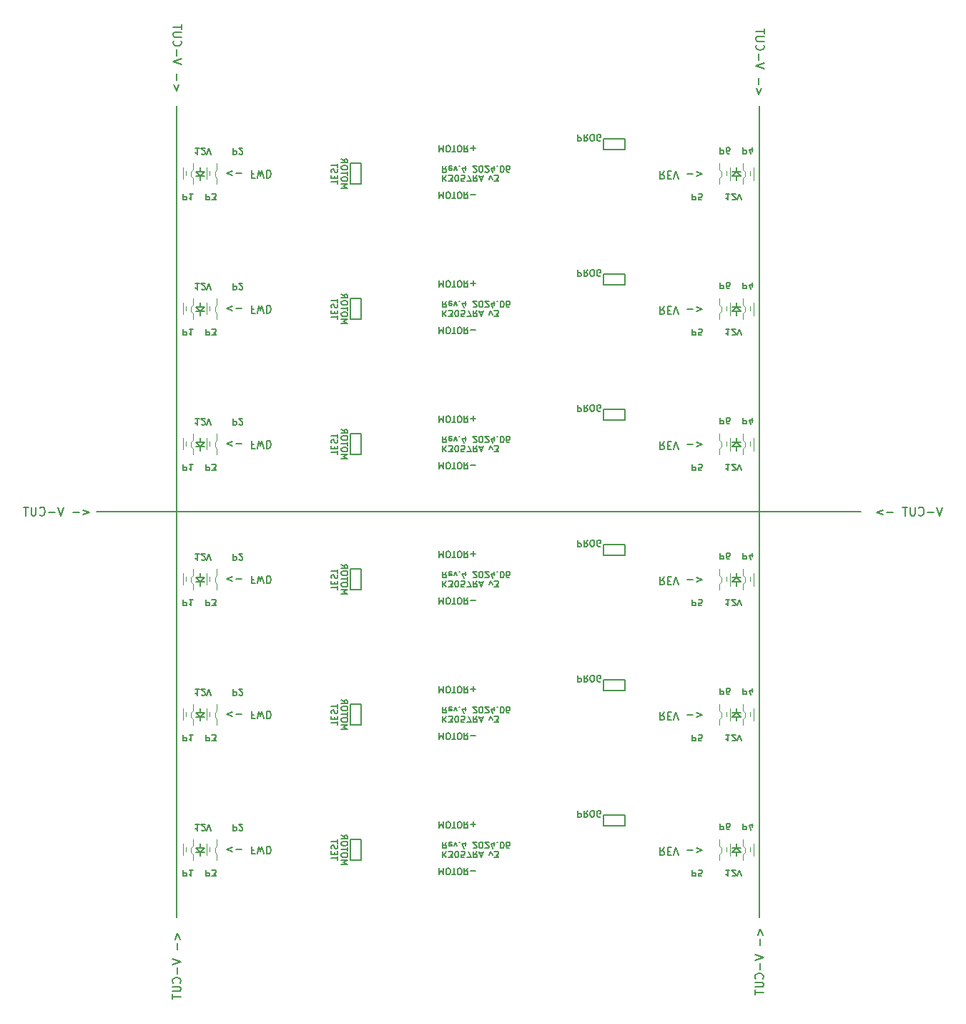
<source format=gbo>
G04 #@! TF.GenerationSoftware,KiCad,Pcbnew,7.0.11*
G04 #@! TF.CreationDate,2024-06-06T00:44:59+09:00*
G04 #@! TF.ProjectId,motordecoder2-K3057,6d6f746f-7264-4656-936f-646572322d4b,rev?*
G04 #@! TF.SameCoordinates,Original*
G04 #@! TF.FileFunction,Legend,Bot*
G04 #@! TF.FilePolarity,Positive*
%FSLAX46Y46*%
G04 Gerber Fmt 4.6, Leading zero omitted, Abs format (unit mm)*
G04 Created by KiCad (PCBNEW 7.0.11) date 2024-06-06 00:44:59*
%MOMM*%
%LPD*%
G01*
G04 APERTURE LIST*
%ADD10C,0.150000*%
%ADD11C,0.180000*%
%ADD12C,0.200000*%
%ADD13C,0.120000*%
%ADD14R,1.000000X1.000000*%
%ADD15R,0.950000X0.950000*%
%ADD16R,8.000000X2.000000*%
%ADD17R,7.000000X2.000000*%
%ADD18C,2.000000*%
%ADD19R,1.200000X1.200000*%
%ADD20R,0.500000X1.450000*%
%ADD21R,0.750000X1.300000*%
%ADD22R,0.300000X0.500000*%
G04 APERTURE END LIST*
D10*
X160750000Y-90250000D02*
X160250000Y-90250000D01*
X160750000Y-122250000D02*
X160250000Y-122250000D01*
X160250000Y-122250000D02*
X159750000Y-122250000D01*
X160250000Y-105250000D02*
X160250000Y-105750000D01*
X160250000Y-90250000D02*
X160250000Y-90750000D01*
X96750000Y-122250000D02*
X96250000Y-121750000D01*
X96250000Y-121750000D02*
X96750000Y-121750000D01*
X96750000Y-74250000D02*
X96250000Y-73750000D01*
X96250000Y-41750000D02*
X96750000Y-41750000D01*
X97250000Y-42250000D02*
X96250000Y-42250000D01*
X97250000Y-105750000D02*
X96750000Y-106250000D01*
X96750000Y-73750000D02*
X97250000Y-73750000D01*
X97250000Y-73750000D02*
X96750000Y-74250000D01*
X159750000Y-58250000D02*
X160250000Y-57750000D01*
X160250000Y-90250000D02*
X159750000Y-90250000D01*
X97250000Y-41750000D02*
X96750000Y-42250000D01*
X160250000Y-105750000D02*
X160750000Y-106250000D01*
X96750000Y-106750000D02*
X96750000Y-106250000D01*
X160250000Y-89250000D02*
X160250000Y-89750000D01*
X160250000Y-41750000D02*
X160750000Y-42250000D01*
X160750000Y-74250000D02*
X160250000Y-74250000D01*
X159750000Y-41750000D02*
X160750000Y-41750000D01*
X159750000Y-122250000D02*
X160250000Y-121750000D01*
X96750000Y-89750000D02*
X96750000Y-89250000D01*
X160250000Y-121250000D02*
X160250000Y-121750000D01*
X160250000Y-74250000D02*
X160250000Y-74750000D01*
X97250000Y-121750000D02*
X96750000Y-122250000D01*
X160250000Y-57750000D02*
X160750000Y-58250000D01*
X163000000Y-34000000D02*
X163000000Y-130000000D01*
X96750000Y-105750000D02*
X97250000Y-105750000D01*
X160250000Y-42250000D02*
X159750000Y-42250000D01*
X96750000Y-90250000D02*
X96250000Y-89750000D01*
X97250000Y-90250000D02*
X96250000Y-90250000D01*
X97250000Y-58250000D02*
X96250000Y-58250000D01*
X96750000Y-73750000D02*
X96750000Y-73250000D01*
X96250000Y-105750000D02*
X96750000Y-105750000D01*
X96750000Y-90750000D02*
X96750000Y-90250000D01*
X160250000Y-73750000D02*
X160750000Y-74250000D01*
X160250000Y-89750000D02*
X160750000Y-90250000D01*
X96250000Y-57750000D02*
X96750000Y-57750000D01*
X160250000Y-73250000D02*
X160250000Y-73750000D01*
X96750000Y-41750000D02*
X96750000Y-41250000D01*
X160750000Y-42250000D02*
X160250000Y-42250000D01*
X160250000Y-41250000D02*
X160250000Y-41750000D01*
X160250000Y-122250000D02*
X160250000Y-122750000D01*
X160250000Y-58250000D02*
X159750000Y-58250000D01*
X96750000Y-42250000D02*
X96250000Y-41750000D01*
X160250000Y-42250000D02*
X160250000Y-42750000D01*
X96750000Y-41750000D02*
X97250000Y-41750000D01*
X97250000Y-74250000D02*
X96250000Y-74250000D01*
X96750000Y-106250000D02*
X96250000Y-105750000D01*
X160250000Y-106250000D02*
X160250000Y-106750000D01*
X160250000Y-58250000D02*
X160250000Y-58750000D01*
X96750000Y-74750000D02*
X96750000Y-74250000D01*
X96750000Y-57750000D02*
X97250000Y-57750000D01*
X160250000Y-106250000D02*
X159750000Y-106250000D01*
X96750000Y-121750000D02*
X96750000Y-121250000D01*
X159750000Y-90250000D02*
X160250000Y-89750000D01*
X96750000Y-58250000D02*
X96250000Y-57750000D01*
X159750000Y-89750000D02*
X160750000Y-89750000D01*
X160250000Y-74250000D02*
X159750000Y-74250000D01*
X160750000Y-106250000D02*
X160250000Y-106250000D01*
X159750000Y-106250000D02*
X160250000Y-105750000D01*
X159750000Y-105750000D02*
X160750000Y-105750000D01*
X97250000Y-122250000D02*
X96250000Y-122250000D01*
X160250000Y-121750000D02*
X160750000Y-122250000D01*
X96750000Y-57750000D02*
X96750000Y-57250000D01*
X159750000Y-74250000D02*
X160250000Y-73750000D01*
X96750000Y-58750000D02*
X96750000Y-58250000D01*
X94000000Y-34000000D02*
X94000000Y-130000000D01*
X175000000Y-82000000D02*
X84500000Y-82000000D01*
X160250000Y-57250000D02*
X160250000Y-57750000D01*
X159750000Y-57750000D02*
X160750000Y-57750000D01*
X96750000Y-89750000D02*
X97250000Y-89750000D01*
X97250000Y-89750000D02*
X96750000Y-90250000D01*
X160750000Y-58250000D02*
X160250000Y-58250000D01*
X159750000Y-73750000D02*
X160750000Y-73750000D01*
X96250000Y-89750000D02*
X96750000Y-89750000D01*
X159750000Y-121750000D02*
X160750000Y-121750000D01*
X97250000Y-57750000D02*
X96750000Y-58250000D01*
X96750000Y-121750000D02*
X97250000Y-121750000D01*
X96750000Y-105750000D02*
X96750000Y-105250000D01*
X159750000Y-42250000D02*
X160250000Y-41750000D01*
X96750000Y-122750000D02*
X96750000Y-122250000D01*
X96750000Y-42750000D02*
X96750000Y-42250000D01*
X96250000Y-73750000D02*
X96750000Y-73750000D01*
X97250000Y-106250000D02*
X96250000Y-106250000D01*
D11*
X158346428Y-38862395D02*
X158346428Y-39612395D01*
X158346428Y-39612395D02*
X158632142Y-39612395D01*
X158632142Y-39612395D02*
X158703571Y-39576681D01*
X158703571Y-39576681D02*
X158739285Y-39540967D01*
X158739285Y-39540967D02*
X158774999Y-39469538D01*
X158774999Y-39469538D02*
X158774999Y-39362395D01*
X158774999Y-39362395D02*
X158739285Y-39290967D01*
X158739285Y-39290967D02*
X158703571Y-39255252D01*
X158703571Y-39255252D02*
X158632142Y-39219538D01*
X158632142Y-39219538D02*
X158346428Y-39219538D01*
X159417857Y-39612395D02*
X159274999Y-39612395D01*
X159274999Y-39612395D02*
X159203571Y-39576681D01*
X159203571Y-39576681D02*
X159167857Y-39540967D01*
X159167857Y-39540967D02*
X159096428Y-39433824D01*
X159096428Y-39433824D02*
X159060714Y-39290967D01*
X159060714Y-39290967D02*
X159060714Y-39005252D01*
X159060714Y-39005252D02*
X159096428Y-38933824D01*
X159096428Y-38933824D02*
X159132142Y-38898110D01*
X159132142Y-38898110D02*
X159203571Y-38862395D01*
X159203571Y-38862395D02*
X159346428Y-38862395D01*
X159346428Y-38862395D02*
X159417857Y-38898110D01*
X159417857Y-38898110D02*
X159453571Y-38933824D01*
X159453571Y-38933824D02*
X159489285Y-39005252D01*
X159489285Y-39005252D02*
X159489285Y-39183824D01*
X159489285Y-39183824D02*
X159453571Y-39255252D01*
X159453571Y-39255252D02*
X159417857Y-39290967D01*
X159417857Y-39290967D02*
X159346428Y-39326681D01*
X159346428Y-39326681D02*
X159203571Y-39326681D01*
X159203571Y-39326681D02*
X159132142Y-39290967D01*
X159132142Y-39290967D02*
X159096428Y-39255252D01*
X159096428Y-39255252D02*
X159060714Y-39183824D01*
X155046428Y-44362395D02*
X155046428Y-45112395D01*
X155046428Y-45112395D02*
X155332142Y-45112395D01*
X155332142Y-45112395D02*
X155403571Y-45076681D01*
X155403571Y-45076681D02*
X155439285Y-45040967D01*
X155439285Y-45040967D02*
X155474999Y-44969538D01*
X155474999Y-44969538D02*
X155474999Y-44862395D01*
X155474999Y-44862395D02*
X155439285Y-44790967D01*
X155439285Y-44790967D02*
X155403571Y-44755252D01*
X155403571Y-44755252D02*
X155332142Y-44719538D01*
X155332142Y-44719538D02*
X155046428Y-44719538D01*
X156153571Y-45112395D02*
X155796428Y-45112395D01*
X155796428Y-45112395D02*
X155760714Y-44755252D01*
X155760714Y-44755252D02*
X155796428Y-44790967D01*
X155796428Y-44790967D02*
X155867857Y-44826681D01*
X155867857Y-44826681D02*
X156046428Y-44826681D01*
X156046428Y-44826681D02*
X156117857Y-44790967D01*
X156117857Y-44790967D02*
X156153571Y-44755252D01*
X156153571Y-44755252D02*
X156189285Y-44683824D01*
X156189285Y-44683824D02*
X156189285Y-44505252D01*
X156189285Y-44505252D02*
X156153571Y-44433824D01*
X156153571Y-44433824D02*
X156117857Y-44398110D01*
X156117857Y-44398110D02*
X156046428Y-44362395D01*
X156046428Y-44362395D02*
X155867857Y-44362395D01*
X155867857Y-44362395D02*
X155796428Y-44398110D01*
X155796428Y-44398110D02*
X155760714Y-44433824D01*
X161046428Y-38862395D02*
X161046428Y-39612395D01*
X161046428Y-39612395D02*
X161332142Y-39612395D01*
X161332142Y-39612395D02*
X161403571Y-39576681D01*
X161403571Y-39576681D02*
X161439285Y-39540967D01*
X161439285Y-39540967D02*
X161474999Y-39469538D01*
X161474999Y-39469538D02*
X161474999Y-39362395D01*
X161474999Y-39362395D02*
X161439285Y-39290967D01*
X161439285Y-39290967D02*
X161403571Y-39255252D01*
X161403571Y-39255252D02*
X161332142Y-39219538D01*
X161332142Y-39219538D02*
X161046428Y-39219538D01*
X162117857Y-39362395D02*
X162117857Y-38862395D01*
X161939285Y-39648110D02*
X161760714Y-39112395D01*
X161760714Y-39112395D02*
X162224999Y-39112395D01*
X94746428Y-44362395D02*
X94746428Y-45112395D01*
X94746428Y-45112395D02*
X95032142Y-45112395D01*
X95032142Y-45112395D02*
X95103571Y-45076681D01*
X95103571Y-45076681D02*
X95139285Y-45040967D01*
X95139285Y-45040967D02*
X95174999Y-44969538D01*
X95174999Y-44969538D02*
X95174999Y-44862395D01*
X95174999Y-44862395D02*
X95139285Y-44790967D01*
X95139285Y-44790967D02*
X95103571Y-44755252D01*
X95103571Y-44755252D02*
X95032142Y-44719538D01*
X95032142Y-44719538D02*
X94746428Y-44719538D01*
X95889285Y-44362395D02*
X95460714Y-44362395D01*
X95674999Y-44362395D02*
X95674999Y-45112395D01*
X95674999Y-45112395D02*
X95603571Y-45005252D01*
X95603571Y-45005252D02*
X95532142Y-44933824D01*
X95532142Y-44933824D02*
X95460714Y-44898110D01*
X97446428Y-44362395D02*
X97446428Y-45112395D01*
X97446428Y-45112395D02*
X97732142Y-45112395D01*
X97732142Y-45112395D02*
X97803571Y-45076681D01*
X97803571Y-45076681D02*
X97839285Y-45040967D01*
X97839285Y-45040967D02*
X97874999Y-44969538D01*
X97874999Y-44969538D02*
X97874999Y-44862395D01*
X97874999Y-44862395D02*
X97839285Y-44790967D01*
X97839285Y-44790967D02*
X97803571Y-44755252D01*
X97803571Y-44755252D02*
X97732142Y-44719538D01*
X97732142Y-44719538D02*
X97446428Y-44719538D01*
X98124999Y-45112395D02*
X98589285Y-45112395D01*
X98589285Y-45112395D02*
X98339285Y-44826681D01*
X98339285Y-44826681D02*
X98446428Y-44826681D01*
X98446428Y-44826681D02*
X98517857Y-44790967D01*
X98517857Y-44790967D02*
X98553571Y-44755252D01*
X98553571Y-44755252D02*
X98589285Y-44683824D01*
X98589285Y-44683824D02*
X98589285Y-44505252D01*
X98589285Y-44505252D02*
X98553571Y-44433824D01*
X98553571Y-44433824D02*
X98517857Y-44398110D01*
X98517857Y-44398110D02*
X98446428Y-44362395D01*
X98446428Y-44362395D02*
X98232142Y-44362395D01*
X98232142Y-44362395D02*
X98160714Y-44398110D01*
X98160714Y-44398110D02*
X98124999Y-44433824D01*
X100646428Y-38962395D02*
X100646428Y-39712395D01*
X100646428Y-39712395D02*
X100932142Y-39712395D01*
X100932142Y-39712395D02*
X101003571Y-39676681D01*
X101003571Y-39676681D02*
X101039285Y-39640967D01*
X101039285Y-39640967D02*
X101074999Y-39569538D01*
X101074999Y-39569538D02*
X101074999Y-39462395D01*
X101074999Y-39462395D02*
X101039285Y-39390967D01*
X101039285Y-39390967D02*
X101003571Y-39355252D01*
X101003571Y-39355252D02*
X100932142Y-39319538D01*
X100932142Y-39319538D02*
X100646428Y-39319538D01*
X101360714Y-39640967D02*
X101396428Y-39676681D01*
X101396428Y-39676681D02*
X101467857Y-39712395D01*
X101467857Y-39712395D02*
X101646428Y-39712395D01*
X101646428Y-39712395D02*
X101717857Y-39676681D01*
X101717857Y-39676681D02*
X101753571Y-39640967D01*
X101753571Y-39640967D02*
X101789285Y-39569538D01*
X101789285Y-39569538D02*
X101789285Y-39498110D01*
X101789285Y-39498110D02*
X101753571Y-39390967D01*
X101753571Y-39390967D02*
X101324999Y-38962395D01*
X101324999Y-38962395D02*
X101789285Y-38962395D01*
X125039286Y-38662395D02*
X125039286Y-39412395D01*
X125039286Y-39412395D02*
X125289286Y-38876681D01*
X125289286Y-38876681D02*
X125539286Y-39412395D01*
X125539286Y-39412395D02*
X125539286Y-38662395D01*
X126039286Y-39412395D02*
X126182143Y-39412395D01*
X126182143Y-39412395D02*
X126253572Y-39376681D01*
X126253572Y-39376681D02*
X126325000Y-39305252D01*
X126325000Y-39305252D02*
X126360715Y-39162395D01*
X126360715Y-39162395D02*
X126360715Y-38912395D01*
X126360715Y-38912395D02*
X126325000Y-38769538D01*
X126325000Y-38769538D02*
X126253572Y-38698110D01*
X126253572Y-38698110D02*
X126182143Y-38662395D01*
X126182143Y-38662395D02*
X126039286Y-38662395D01*
X126039286Y-38662395D02*
X125967858Y-38698110D01*
X125967858Y-38698110D02*
X125896429Y-38769538D01*
X125896429Y-38769538D02*
X125860715Y-38912395D01*
X125860715Y-38912395D02*
X125860715Y-39162395D01*
X125860715Y-39162395D02*
X125896429Y-39305252D01*
X125896429Y-39305252D02*
X125967858Y-39376681D01*
X125967858Y-39376681D02*
X126039286Y-39412395D01*
X126575000Y-39412395D02*
X127003572Y-39412395D01*
X126789286Y-38662395D02*
X126789286Y-39412395D01*
X127396429Y-39412395D02*
X127539286Y-39412395D01*
X127539286Y-39412395D02*
X127610715Y-39376681D01*
X127610715Y-39376681D02*
X127682143Y-39305252D01*
X127682143Y-39305252D02*
X127717858Y-39162395D01*
X127717858Y-39162395D02*
X127717858Y-38912395D01*
X127717858Y-38912395D02*
X127682143Y-38769538D01*
X127682143Y-38769538D02*
X127610715Y-38698110D01*
X127610715Y-38698110D02*
X127539286Y-38662395D01*
X127539286Y-38662395D02*
X127396429Y-38662395D01*
X127396429Y-38662395D02*
X127325001Y-38698110D01*
X127325001Y-38698110D02*
X127253572Y-38769538D01*
X127253572Y-38769538D02*
X127217858Y-38912395D01*
X127217858Y-38912395D02*
X127217858Y-39162395D01*
X127217858Y-39162395D02*
X127253572Y-39305252D01*
X127253572Y-39305252D02*
X127325001Y-39376681D01*
X127325001Y-39376681D02*
X127396429Y-39412395D01*
X128467857Y-38662395D02*
X128217857Y-39019538D01*
X128039286Y-38662395D02*
X128039286Y-39412395D01*
X128039286Y-39412395D02*
X128325000Y-39412395D01*
X128325000Y-39412395D02*
X128396429Y-39376681D01*
X128396429Y-39376681D02*
X128432143Y-39340967D01*
X128432143Y-39340967D02*
X128467857Y-39269538D01*
X128467857Y-39269538D02*
X128467857Y-39162395D01*
X128467857Y-39162395D02*
X128432143Y-39090967D01*
X128432143Y-39090967D02*
X128396429Y-39055252D01*
X128396429Y-39055252D02*
X128325000Y-39019538D01*
X128325000Y-39019538D02*
X128039286Y-39019538D01*
X128789286Y-38948110D02*
X129360715Y-38948110D01*
X129075000Y-38662395D02*
X129075000Y-39233824D01*
X125039286Y-44162395D02*
X125039286Y-44912395D01*
X125039286Y-44912395D02*
X125289286Y-44376681D01*
X125289286Y-44376681D02*
X125539286Y-44912395D01*
X125539286Y-44912395D02*
X125539286Y-44162395D01*
X126039286Y-44912395D02*
X126182143Y-44912395D01*
X126182143Y-44912395D02*
X126253572Y-44876681D01*
X126253572Y-44876681D02*
X126325000Y-44805252D01*
X126325000Y-44805252D02*
X126360715Y-44662395D01*
X126360715Y-44662395D02*
X126360715Y-44412395D01*
X126360715Y-44412395D02*
X126325000Y-44269538D01*
X126325000Y-44269538D02*
X126253572Y-44198110D01*
X126253572Y-44198110D02*
X126182143Y-44162395D01*
X126182143Y-44162395D02*
X126039286Y-44162395D01*
X126039286Y-44162395D02*
X125967858Y-44198110D01*
X125967858Y-44198110D02*
X125896429Y-44269538D01*
X125896429Y-44269538D02*
X125860715Y-44412395D01*
X125860715Y-44412395D02*
X125860715Y-44662395D01*
X125860715Y-44662395D02*
X125896429Y-44805252D01*
X125896429Y-44805252D02*
X125967858Y-44876681D01*
X125967858Y-44876681D02*
X126039286Y-44912395D01*
X126575000Y-44912395D02*
X127003572Y-44912395D01*
X126789286Y-44162395D02*
X126789286Y-44912395D01*
X127396429Y-44912395D02*
X127539286Y-44912395D01*
X127539286Y-44912395D02*
X127610715Y-44876681D01*
X127610715Y-44876681D02*
X127682143Y-44805252D01*
X127682143Y-44805252D02*
X127717858Y-44662395D01*
X127717858Y-44662395D02*
X127717858Y-44412395D01*
X127717858Y-44412395D02*
X127682143Y-44269538D01*
X127682143Y-44269538D02*
X127610715Y-44198110D01*
X127610715Y-44198110D02*
X127539286Y-44162395D01*
X127539286Y-44162395D02*
X127396429Y-44162395D01*
X127396429Y-44162395D02*
X127325001Y-44198110D01*
X127325001Y-44198110D02*
X127253572Y-44269538D01*
X127253572Y-44269538D02*
X127217858Y-44412395D01*
X127217858Y-44412395D02*
X127217858Y-44662395D01*
X127217858Y-44662395D02*
X127253572Y-44805252D01*
X127253572Y-44805252D02*
X127325001Y-44876681D01*
X127325001Y-44876681D02*
X127396429Y-44912395D01*
X128467857Y-44162395D02*
X128217857Y-44519538D01*
X128039286Y-44162395D02*
X128039286Y-44912395D01*
X128039286Y-44912395D02*
X128325000Y-44912395D01*
X128325000Y-44912395D02*
X128396429Y-44876681D01*
X128396429Y-44876681D02*
X128432143Y-44840967D01*
X128432143Y-44840967D02*
X128467857Y-44769538D01*
X128467857Y-44769538D02*
X128467857Y-44662395D01*
X128467857Y-44662395D02*
X128432143Y-44590967D01*
X128432143Y-44590967D02*
X128396429Y-44555252D01*
X128396429Y-44555252D02*
X128325000Y-44519538D01*
X128325000Y-44519538D02*
X128039286Y-44519538D01*
X128789286Y-44448110D02*
X129360715Y-44448110D01*
D12*
X151728571Y-41694042D02*
X151428571Y-42122614D01*
X151214285Y-41694042D02*
X151214285Y-42594042D01*
X151214285Y-42594042D02*
X151557142Y-42594042D01*
X151557142Y-42594042D02*
X151642857Y-42551185D01*
X151642857Y-42551185D02*
X151685714Y-42508328D01*
X151685714Y-42508328D02*
X151728571Y-42422614D01*
X151728571Y-42422614D02*
X151728571Y-42294042D01*
X151728571Y-42294042D02*
X151685714Y-42208328D01*
X151685714Y-42208328D02*
X151642857Y-42165471D01*
X151642857Y-42165471D02*
X151557142Y-42122614D01*
X151557142Y-42122614D02*
X151214285Y-42122614D01*
X152114285Y-42165471D02*
X152414285Y-42165471D01*
X152542857Y-41694042D02*
X152114285Y-41694042D01*
X152114285Y-41694042D02*
X152114285Y-42594042D01*
X152114285Y-42594042D02*
X152542857Y-42594042D01*
X152800000Y-42594042D02*
X153100000Y-41694042D01*
X153100000Y-41694042D02*
X153400000Y-42594042D01*
X154385714Y-42036900D02*
X155071429Y-42036900D01*
X155500000Y-42294042D02*
X156185715Y-42036900D01*
X156185715Y-42036900D02*
X155500000Y-41779757D01*
D11*
X141460714Y-37362395D02*
X141460714Y-38112395D01*
X141460714Y-38112395D02*
X141746428Y-38112395D01*
X141746428Y-38112395D02*
X141817857Y-38076681D01*
X141817857Y-38076681D02*
X141853571Y-38040967D01*
X141853571Y-38040967D02*
X141889285Y-37969538D01*
X141889285Y-37969538D02*
X141889285Y-37862395D01*
X141889285Y-37862395D02*
X141853571Y-37790967D01*
X141853571Y-37790967D02*
X141817857Y-37755252D01*
X141817857Y-37755252D02*
X141746428Y-37719538D01*
X141746428Y-37719538D02*
X141460714Y-37719538D01*
X142639285Y-37362395D02*
X142389285Y-37719538D01*
X142210714Y-37362395D02*
X142210714Y-38112395D01*
X142210714Y-38112395D02*
X142496428Y-38112395D01*
X142496428Y-38112395D02*
X142567857Y-38076681D01*
X142567857Y-38076681D02*
X142603571Y-38040967D01*
X142603571Y-38040967D02*
X142639285Y-37969538D01*
X142639285Y-37969538D02*
X142639285Y-37862395D01*
X142639285Y-37862395D02*
X142603571Y-37790967D01*
X142603571Y-37790967D02*
X142567857Y-37755252D01*
X142567857Y-37755252D02*
X142496428Y-37719538D01*
X142496428Y-37719538D02*
X142210714Y-37719538D01*
X143103571Y-38112395D02*
X143246428Y-38112395D01*
X143246428Y-38112395D02*
X143317857Y-38076681D01*
X143317857Y-38076681D02*
X143389285Y-38005252D01*
X143389285Y-38005252D02*
X143425000Y-37862395D01*
X143425000Y-37862395D02*
X143425000Y-37612395D01*
X143425000Y-37612395D02*
X143389285Y-37469538D01*
X143389285Y-37469538D02*
X143317857Y-37398110D01*
X143317857Y-37398110D02*
X143246428Y-37362395D01*
X143246428Y-37362395D02*
X143103571Y-37362395D01*
X143103571Y-37362395D02*
X143032143Y-37398110D01*
X143032143Y-37398110D02*
X142960714Y-37469538D01*
X142960714Y-37469538D02*
X142925000Y-37612395D01*
X142925000Y-37612395D02*
X142925000Y-37862395D01*
X142925000Y-37862395D02*
X142960714Y-38005252D01*
X142960714Y-38005252D02*
X143032143Y-38076681D01*
X143032143Y-38076681D02*
X143103571Y-38112395D01*
X144139285Y-38076681D02*
X144067857Y-38112395D01*
X144067857Y-38112395D02*
X143960714Y-38112395D01*
X143960714Y-38112395D02*
X143853571Y-38076681D01*
X143853571Y-38076681D02*
X143782142Y-38005252D01*
X143782142Y-38005252D02*
X143746428Y-37933824D01*
X143746428Y-37933824D02*
X143710714Y-37790967D01*
X143710714Y-37790967D02*
X143710714Y-37683824D01*
X143710714Y-37683824D02*
X143746428Y-37540967D01*
X143746428Y-37540967D02*
X143782142Y-37469538D01*
X143782142Y-37469538D02*
X143853571Y-37398110D01*
X143853571Y-37398110D02*
X143960714Y-37362395D01*
X143960714Y-37362395D02*
X144032142Y-37362395D01*
X144032142Y-37362395D02*
X144139285Y-37398110D01*
X144139285Y-37398110D02*
X144174999Y-37433824D01*
X144174999Y-37433824D02*
X144174999Y-37683824D01*
X144174999Y-37683824D02*
X144032142Y-37683824D01*
X125496992Y-42162395D02*
X125496992Y-42912395D01*
X125925563Y-42162395D02*
X125604135Y-42590967D01*
X125925563Y-42912395D02*
X125496992Y-42483824D01*
X126175563Y-42912395D02*
X126639849Y-42912395D01*
X126639849Y-42912395D02*
X126389849Y-42626681D01*
X126389849Y-42626681D02*
X126496992Y-42626681D01*
X126496992Y-42626681D02*
X126568421Y-42590967D01*
X126568421Y-42590967D02*
X126604135Y-42555252D01*
X126604135Y-42555252D02*
X126639849Y-42483824D01*
X126639849Y-42483824D02*
X126639849Y-42305252D01*
X126639849Y-42305252D02*
X126604135Y-42233824D01*
X126604135Y-42233824D02*
X126568421Y-42198110D01*
X126568421Y-42198110D02*
X126496992Y-42162395D01*
X126496992Y-42162395D02*
X126282706Y-42162395D01*
X126282706Y-42162395D02*
X126211278Y-42198110D01*
X126211278Y-42198110D02*
X126175563Y-42233824D01*
X127104135Y-42912395D02*
X127175564Y-42912395D01*
X127175564Y-42912395D02*
X127246992Y-42876681D01*
X127246992Y-42876681D02*
X127282707Y-42840967D01*
X127282707Y-42840967D02*
X127318421Y-42769538D01*
X127318421Y-42769538D02*
X127354135Y-42626681D01*
X127354135Y-42626681D02*
X127354135Y-42448110D01*
X127354135Y-42448110D02*
X127318421Y-42305252D01*
X127318421Y-42305252D02*
X127282707Y-42233824D01*
X127282707Y-42233824D02*
X127246992Y-42198110D01*
X127246992Y-42198110D02*
X127175564Y-42162395D01*
X127175564Y-42162395D02*
X127104135Y-42162395D01*
X127104135Y-42162395D02*
X127032707Y-42198110D01*
X127032707Y-42198110D02*
X126996992Y-42233824D01*
X126996992Y-42233824D02*
X126961278Y-42305252D01*
X126961278Y-42305252D02*
X126925564Y-42448110D01*
X126925564Y-42448110D02*
X126925564Y-42626681D01*
X126925564Y-42626681D02*
X126961278Y-42769538D01*
X126961278Y-42769538D02*
X126996992Y-42840967D01*
X126996992Y-42840967D02*
X127032707Y-42876681D01*
X127032707Y-42876681D02*
X127104135Y-42912395D01*
X128032707Y-42912395D02*
X127675564Y-42912395D01*
X127675564Y-42912395D02*
X127639850Y-42555252D01*
X127639850Y-42555252D02*
X127675564Y-42590967D01*
X127675564Y-42590967D02*
X127746993Y-42626681D01*
X127746993Y-42626681D02*
X127925564Y-42626681D01*
X127925564Y-42626681D02*
X127996993Y-42590967D01*
X127996993Y-42590967D02*
X128032707Y-42555252D01*
X128032707Y-42555252D02*
X128068421Y-42483824D01*
X128068421Y-42483824D02*
X128068421Y-42305252D01*
X128068421Y-42305252D02*
X128032707Y-42233824D01*
X128032707Y-42233824D02*
X127996993Y-42198110D01*
X127996993Y-42198110D02*
X127925564Y-42162395D01*
X127925564Y-42162395D02*
X127746993Y-42162395D01*
X127746993Y-42162395D02*
X127675564Y-42198110D01*
X127675564Y-42198110D02*
X127639850Y-42233824D01*
X128318421Y-42912395D02*
X128818421Y-42912395D01*
X128818421Y-42912395D02*
X128496993Y-42162395D01*
X129532707Y-42162395D02*
X129282707Y-42519538D01*
X129104136Y-42162395D02*
X129104136Y-42912395D01*
X129104136Y-42912395D02*
X129389850Y-42912395D01*
X129389850Y-42912395D02*
X129461279Y-42876681D01*
X129461279Y-42876681D02*
X129496993Y-42840967D01*
X129496993Y-42840967D02*
X129532707Y-42769538D01*
X129532707Y-42769538D02*
X129532707Y-42662395D01*
X129532707Y-42662395D02*
X129496993Y-42590967D01*
X129496993Y-42590967D02*
X129461279Y-42555252D01*
X129461279Y-42555252D02*
X129389850Y-42519538D01*
X129389850Y-42519538D02*
X129104136Y-42519538D01*
X129818422Y-42376681D02*
X130175565Y-42376681D01*
X129746993Y-42162395D02*
X129996993Y-42912395D01*
X129996993Y-42912395D02*
X130246993Y-42162395D01*
X130996993Y-42662395D02*
X131175565Y-42162395D01*
X131175565Y-42162395D02*
X131354136Y-42662395D01*
X131568422Y-42912395D02*
X132032708Y-42912395D01*
X132032708Y-42912395D02*
X131782708Y-42626681D01*
X131782708Y-42626681D02*
X131889851Y-42626681D01*
X131889851Y-42626681D02*
X131961280Y-42590967D01*
X131961280Y-42590967D02*
X131996994Y-42555252D01*
X131996994Y-42555252D02*
X132032708Y-42483824D01*
X132032708Y-42483824D02*
X132032708Y-42305252D01*
X132032708Y-42305252D02*
X131996994Y-42233824D01*
X131996994Y-42233824D02*
X131961280Y-42198110D01*
X131961280Y-42198110D02*
X131889851Y-42162395D01*
X131889851Y-42162395D02*
X131675565Y-42162395D01*
X131675565Y-42162395D02*
X131604137Y-42198110D01*
X131604137Y-42198110D02*
X131568422Y-42233824D01*
X125925563Y-41062395D02*
X125675563Y-41419538D01*
X125496992Y-41062395D02*
X125496992Y-41812395D01*
X125496992Y-41812395D02*
X125782706Y-41812395D01*
X125782706Y-41812395D02*
X125854135Y-41776681D01*
X125854135Y-41776681D02*
X125889849Y-41740967D01*
X125889849Y-41740967D02*
X125925563Y-41669538D01*
X125925563Y-41669538D02*
X125925563Y-41562395D01*
X125925563Y-41562395D02*
X125889849Y-41490967D01*
X125889849Y-41490967D02*
X125854135Y-41455252D01*
X125854135Y-41455252D02*
X125782706Y-41419538D01*
X125782706Y-41419538D02*
X125496992Y-41419538D01*
X126532706Y-41098110D02*
X126461278Y-41062395D01*
X126461278Y-41062395D02*
X126318421Y-41062395D01*
X126318421Y-41062395D02*
X126246992Y-41098110D01*
X126246992Y-41098110D02*
X126211278Y-41169538D01*
X126211278Y-41169538D02*
X126211278Y-41455252D01*
X126211278Y-41455252D02*
X126246992Y-41526681D01*
X126246992Y-41526681D02*
X126318421Y-41562395D01*
X126318421Y-41562395D02*
X126461278Y-41562395D01*
X126461278Y-41562395D02*
X126532706Y-41526681D01*
X126532706Y-41526681D02*
X126568421Y-41455252D01*
X126568421Y-41455252D02*
X126568421Y-41383824D01*
X126568421Y-41383824D02*
X126211278Y-41312395D01*
X126818420Y-41562395D02*
X126996992Y-41062395D01*
X126996992Y-41062395D02*
X127175563Y-41562395D01*
X127461278Y-41133824D02*
X127496992Y-41098110D01*
X127496992Y-41098110D02*
X127461278Y-41062395D01*
X127461278Y-41062395D02*
X127425564Y-41098110D01*
X127425564Y-41098110D02*
X127461278Y-41133824D01*
X127461278Y-41133824D02*
X127461278Y-41062395D01*
X128139850Y-41562395D02*
X128139850Y-41062395D01*
X127961278Y-41848110D02*
X127782707Y-41312395D01*
X127782707Y-41312395D02*
X128246992Y-41312395D01*
X129068422Y-41740967D02*
X129104136Y-41776681D01*
X129104136Y-41776681D02*
X129175565Y-41812395D01*
X129175565Y-41812395D02*
X129354136Y-41812395D01*
X129354136Y-41812395D02*
X129425565Y-41776681D01*
X129425565Y-41776681D02*
X129461279Y-41740967D01*
X129461279Y-41740967D02*
X129496993Y-41669538D01*
X129496993Y-41669538D02*
X129496993Y-41598110D01*
X129496993Y-41598110D02*
X129461279Y-41490967D01*
X129461279Y-41490967D02*
X129032707Y-41062395D01*
X129032707Y-41062395D02*
X129496993Y-41062395D01*
X129961279Y-41812395D02*
X130032708Y-41812395D01*
X130032708Y-41812395D02*
X130104136Y-41776681D01*
X130104136Y-41776681D02*
X130139851Y-41740967D01*
X130139851Y-41740967D02*
X130175565Y-41669538D01*
X130175565Y-41669538D02*
X130211279Y-41526681D01*
X130211279Y-41526681D02*
X130211279Y-41348110D01*
X130211279Y-41348110D02*
X130175565Y-41205252D01*
X130175565Y-41205252D02*
X130139851Y-41133824D01*
X130139851Y-41133824D02*
X130104136Y-41098110D01*
X130104136Y-41098110D02*
X130032708Y-41062395D01*
X130032708Y-41062395D02*
X129961279Y-41062395D01*
X129961279Y-41062395D02*
X129889851Y-41098110D01*
X129889851Y-41098110D02*
X129854136Y-41133824D01*
X129854136Y-41133824D02*
X129818422Y-41205252D01*
X129818422Y-41205252D02*
X129782708Y-41348110D01*
X129782708Y-41348110D02*
X129782708Y-41526681D01*
X129782708Y-41526681D02*
X129818422Y-41669538D01*
X129818422Y-41669538D02*
X129854136Y-41740967D01*
X129854136Y-41740967D02*
X129889851Y-41776681D01*
X129889851Y-41776681D02*
X129961279Y-41812395D01*
X130496994Y-41740967D02*
X130532708Y-41776681D01*
X130532708Y-41776681D02*
X130604137Y-41812395D01*
X130604137Y-41812395D02*
X130782708Y-41812395D01*
X130782708Y-41812395D02*
X130854137Y-41776681D01*
X130854137Y-41776681D02*
X130889851Y-41740967D01*
X130889851Y-41740967D02*
X130925565Y-41669538D01*
X130925565Y-41669538D02*
X130925565Y-41598110D01*
X130925565Y-41598110D02*
X130889851Y-41490967D01*
X130889851Y-41490967D02*
X130461279Y-41062395D01*
X130461279Y-41062395D02*
X130925565Y-41062395D01*
X131568423Y-41562395D02*
X131568423Y-41062395D01*
X131389851Y-41848110D02*
X131211280Y-41312395D01*
X131211280Y-41312395D02*
X131675565Y-41312395D01*
X131961280Y-41133824D02*
X131996994Y-41098110D01*
X131996994Y-41098110D02*
X131961280Y-41062395D01*
X131961280Y-41062395D02*
X131925566Y-41098110D01*
X131925566Y-41098110D02*
X131961280Y-41133824D01*
X131961280Y-41133824D02*
X131961280Y-41062395D01*
X132461280Y-41812395D02*
X132532709Y-41812395D01*
X132532709Y-41812395D02*
X132604137Y-41776681D01*
X132604137Y-41776681D02*
X132639852Y-41740967D01*
X132639852Y-41740967D02*
X132675566Y-41669538D01*
X132675566Y-41669538D02*
X132711280Y-41526681D01*
X132711280Y-41526681D02*
X132711280Y-41348110D01*
X132711280Y-41348110D02*
X132675566Y-41205252D01*
X132675566Y-41205252D02*
X132639852Y-41133824D01*
X132639852Y-41133824D02*
X132604137Y-41098110D01*
X132604137Y-41098110D02*
X132532709Y-41062395D01*
X132532709Y-41062395D02*
X132461280Y-41062395D01*
X132461280Y-41062395D02*
X132389852Y-41098110D01*
X132389852Y-41098110D02*
X132354137Y-41133824D01*
X132354137Y-41133824D02*
X132318423Y-41205252D01*
X132318423Y-41205252D02*
X132282709Y-41348110D01*
X132282709Y-41348110D02*
X132282709Y-41526681D01*
X132282709Y-41526681D02*
X132318423Y-41669538D01*
X132318423Y-41669538D02*
X132354137Y-41740967D01*
X132354137Y-41740967D02*
X132389852Y-41776681D01*
X132389852Y-41776681D02*
X132461280Y-41812395D01*
X133354138Y-41812395D02*
X133211280Y-41812395D01*
X133211280Y-41812395D02*
X133139852Y-41776681D01*
X133139852Y-41776681D02*
X133104138Y-41740967D01*
X133104138Y-41740967D02*
X133032709Y-41633824D01*
X133032709Y-41633824D02*
X132996995Y-41490967D01*
X132996995Y-41490967D02*
X132996995Y-41205252D01*
X132996995Y-41205252D02*
X133032709Y-41133824D01*
X133032709Y-41133824D02*
X133068423Y-41098110D01*
X133068423Y-41098110D02*
X133139852Y-41062395D01*
X133139852Y-41062395D02*
X133282709Y-41062395D01*
X133282709Y-41062395D02*
X133354138Y-41098110D01*
X133354138Y-41098110D02*
X133389852Y-41133824D01*
X133389852Y-41133824D02*
X133425566Y-41205252D01*
X133425566Y-41205252D02*
X133425566Y-41383824D01*
X133425566Y-41383824D02*
X133389852Y-41455252D01*
X133389852Y-41455252D02*
X133354138Y-41490967D01*
X133354138Y-41490967D02*
X133282709Y-41526681D01*
X133282709Y-41526681D02*
X133139852Y-41526681D01*
X133139852Y-41526681D02*
X133068423Y-41490967D01*
X133068423Y-41490967D02*
X133032709Y-41455252D01*
X133032709Y-41455252D02*
X132996995Y-41383824D01*
X159435714Y-44362395D02*
X159007143Y-44362395D01*
X159221428Y-44362395D02*
X159221428Y-45112395D01*
X159221428Y-45112395D02*
X159150000Y-45005252D01*
X159150000Y-45005252D02*
X159078571Y-44933824D01*
X159078571Y-44933824D02*
X159007143Y-44898110D01*
X159721429Y-45040967D02*
X159757143Y-45076681D01*
X159757143Y-45076681D02*
X159828572Y-45112395D01*
X159828572Y-45112395D02*
X160007143Y-45112395D01*
X160007143Y-45112395D02*
X160078572Y-45076681D01*
X160078572Y-45076681D02*
X160114286Y-45040967D01*
X160114286Y-45040967D02*
X160150000Y-44969538D01*
X160150000Y-44969538D02*
X160150000Y-44898110D01*
X160150000Y-44898110D02*
X160114286Y-44790967D01*
X160114286Y-44790967D02*
X159685714Y-44362395D01*
X159685714Y-44362395D02*
X160150000Y-44362395D01*
X160364286Y-45112395D02*
X160614286Y-44362395D01*
X160614286Y-44362395D02*
X160864286Y-45112395D01*
X96635714Y-38962395D02*
X96207143Y-38962395D01*
X96421428Y-38962395D02*
X96421428Y-39712395D01*
X96421428Y-39712395D02*
X96350000Y-39605252D01*
X96350000Y-39605252D02*
X96278571Y-39533824D01*
X96278571Y-39533824D02*
X96207143Y-39498110D01*
X96921429Y-39640967D02*
X96957143Y-39676681D01*
X96957143Y-39676681D02*
X97028572Y-39712395D01*
X97028572Y-39712395D02*
X97207143Y-39712395D01*
X97207143Y-39712395D02*
X97278572Y-39676681D01*
X97278572Y-39676681D02*
X97314286Y-39640967D01*
X97314286Y-39640967D02*
X97350000Y-39569538D01*
X97350000Y-39569538D02*
X97350000Y-39498110D01*
X97350000Y-39498110D02*
X97314286Y-39390967D01*
X97314286Y-39390967D02*
X96885714Y-38962395D01*
X96885714Y-38962395D02*
X97350000Y-38962395D01*
X97564286Y-39712395D02*
X97814286Y-38962395D01*
X97814286Y-38962395D02*
X98064286Y-39712395D01*
X125496992Y-74162395D02*
X125496992Y-74912395D01*
X125925563Y-74162395D02*
X125604135Y-74590967D01*
X125925563Y-74912395D02*
X125496992Y-74483824D01*
X126175563Y-74912395D02*
X126639849Y-74912395D01*
X126639849Y-74912395D02*
X126389849Y-74626681D01*
X126389849Y-74626681D02*
X126496992Y-74626681D01*
X126496992Y-74626681D02*
X126568421Y-74590967D01*
X126568421Y-74590967D02*
X126604135Y-74555252D01*
X126604135Y-74555252D02*
X126639849Y-74483824D01*
X126639849Y-74483824D02*
X126639849Y-74305252D01*
X126639849Y-74305252D02*
X126604135Y-74233824D01*
X126604135Y-74233824D02*
X126568421Y-74198110D01*
X126568421Y-74198110D02*
X126496992Y-74162395D01*
X126496992Y-74162395D02*
X126282706Y-74162395D01*
X126282706Y-74162395D02*
X126211278Y-74198110D01*
X126211278Y-74198110D02*
X126175563Y-74233824D01*
X127104135Y-74912395D02*
X127175564Y-74912395D01*
X127175564Y-74912395D02*
X127246992Y-74876681D01*
X127246992Y-74876681D02*
X127282707Y-74840967D01*
X127282707Y-74840967D02*
X127318421Y-74769538D01*
X127318421Y-74769538D02*
X127354135Y-74626681D01*
X127354135Y-74626681D02*
X127354135Y-74448110D01*
X127354135Y-74448110D02*
X127318421Y-74305252D01*
X127318421Y-74305252D02*
X127282707Y-74233824D01*
X127282707Y-74233824D02*
X127246992Y-74198110D01*
X127246992Y-74198110D02*
X127175564Y-74162395D01*
X127175564Y-74162395D02*
X127104135Y-74162395D01*
X127104135Y-74162395D02*
X127032707Y-74198110D01*
X127032707Y-74198110D02*
X126996992Y-74233824D01*
X126996992Y-74233824D02*
X126961278Y-74305252D01*
X126961278Y-74305252D02*
X126925564Y-74448110D01*
X126925564Y-74448110D02*
X126925564Y-74626681D01*
X126925564Y-74626681D02*
X126961278Y-74769538D01*
X126961278Y-74769538D02*
X126996992Y-74840967D01*
X126996992Y-74840967D02*
X127032707Y-74876681D01*
X127032707Y-74876681D02*
X127104135Y-74912395D01*
X128032707Y-74912395D02*
X127675564Y-74912395D01*
X127675564Y-74912395D02*
X127639850Y-74555252D01*
X127639850Y-74555252D02*
X127675564Y-74590967D01*
X127675564Y-74590967D02*
X127746993Y-74626681D01*
X127746993Y-74626681D02*
X127925564Y-74626681D01*
X127925564Y-74626681D02*
X127996993Y-74590967D01*
X127996993Y-74590967D02*
X128032707Y-74555252D01*
X128032707Y-74555252D02*
X128068421Y-74483824D01*
X128068421Y-74483824D02*
X128068421Y-74305252D01*
X128068421Y-74305252D02*
X128032707Y-74233824D01*
X128032707Y-74233824D02*
X127996993Y-74198110D01*
X127996993Y-74198110D02*
X127925564Y-74162395D01*
X127925564Y-74162395D02*
X127746993Y-74162395D01*
X127746993Y-74162395D02*
X127675564Y-74198110D01*
X127675564Y-74198110D02*
X127639850Y-74233824D01*
X128318421Y-74912395D02*
X128818421Y-74912395D01*
X128818421Y-74912395D02*
X128496993Y-74162395D01*
X129532707Y-74162395D02*
X129282707Y-74519538D01*
X129104136Y-74162395D02*
X129104136Y-74912395D01*
X129104136Y-74912395D02*
X129389850Y-74912395D01*
X129389850Y-74912395D02*
X129461279Y-74876681D01*
X129461279Y-74876681D02*
X129496993Y-74840967D01*
X129496993Y-74840967D02*
X129532707Y-74769538D01*
X129532707Y-74769538D02*
X129532707Y-74662395D01*
X129532707Y-74662395D02*
X129496993Y-74590967D01*
X129496993Y-74590967D02*
X129461279Y-74555252D01*
X129461279Y-74555252D02*
X129389850Y-74519538D01*
X129389850Y-74519538D02*
X129104136Y-74519538D01*
X129818422Y-74376681D02*
X130175565Y-74376681D01*
X129746993Y-74162395D02*
X129996993Y-74912395D01*
X129996993Y-74912395D02*
X130246993Y-74162395D01*
X130996993Y-74662395D02*
X131175565Y-74162395D01*
X131175565Y-74162395D02*
X131354136Y-74662395D01*
X131568422Y-74912395D02*
X132032708Y-74912395D01*
X132032708Y-74912395D02*
X131782708Y-74626681D01*
X131782708Y-74626681D02*
X131889851Y-74626681D01*
X131889851Y-74626681D02*
X131961280Y-74590967D01*
X131961280Y-74590967D02*
X131996994Y-74555252D01*
X131996994Y-74555252D02*
X132032708Y-74483824D01*
X132032708Y-74483824D02*
X132032708Y-74305252D01*
X132032708Y-74305252D02*
X131996994Y-74233824D01*
X131996994Y-74233824D02*
X131961280Y-74198110D01*
X131961280Y-74198110D02*
X131889851Y-74162395D01*
X131889851Y-74162395D02*
X131675565Y-74162395D01*
X131675565Y-74162395D02*
X131604137Y-74198110D01*
X131604137Y-74198110D02*
X131568422Y-74233824D01*
X100646428Y-102962395D02*
X100646428Y-103712395D01*
X100646428Y-103712395D02*
X100932142Y-103712395D01*
X100932142Y-103712395D02*
X101003571Y-103676681D01*
X101003571Y-103676681D02*
X101039285Y-103640967D01*
X101039285Y-103640967D02*
X101074999Y-103569538D01*
X101074999Y-103569538D02*
X101074999Y-103462395D01*
X101074999Y-103462395D02*
X101039285Y-103390967D01*
X101039285Y-103390967D02*
X101003571Y-103355252D01*
X101003571Y-103355252D02*
X100932142Y-103319538D01*
X100932142Y-103319538D02*
X100646428Y-103319538D01*
X101360714Y-103640967D02*
X101396428Y-103676681D01*
X101396428Y-103676681D02*
X101467857Y-103712395D01*
X101467857Y-103712395D02*
X101646428Y-103712395D01*
X101646428Y-103712395D02*
X101717857Y-103676681D01*
X101717857Y-103676681D02*
X101753571Y-103640967D01*
X101753571Y-103640967D02*
X101789285Y-103569538D01*
X101789285Y-103569538D02*
X101789285Y-103498110D01*
X101789285Y-103498110D02*
X101753571Y-103390967D01*
X101753571Y-103390967D02*
X101324999Y-102962395D01*
X101324999Y-102962395D02*
X101789285Y-102962395D01*
X96635714Y-118962395D02*
X96207143Y-118962395D01*
X96421428Y-118962395D02*
X96421428Y-119712395D01*
X96421428Y-119712395D02*
X96350000Y-119605252D01*
X96350000Y-119605252D02*
X96278571Y-119533824D01*
X96278571Y-119533824D02*
X96207143Y-119498110D01*
X96921429Y-119640967D02*
X96957143Y-119676681D01*
X96957143Y-119676681D02*
X97028572Y-119712395D01*
X97028572Y-119712395D02*
X97207143Y-119712395D01*
X97207143Y-119712395D02*
X97278572Y-119676681D01*
X97278572Y-119676681D02*
X97314286Y-119640967D01*
X97314286Y-119640967D02*
X97350000Y-119569538D01*
X97350000Y-119569538D02*
X97350000Y-119498110D01*
X97350000Y-119498110D02*
X97314286Y-119390967D01*
X97314286Y-119390967D02*
X96885714Y-118962395D01*
X96885714Y-118962395D02*
X97350000Y-118962395D01*
X97564286Y-119712395D02*
X97814286Y-118962395D01*
X97814286Y-118962395D02*
X98064286Y-119712395D01*
X97446428Y-124362395D02*
X97446428Y-125112395D01*
X97446428Y-125112395D02*
X97732142Y-125112395D01*
X97732142Y-125112395D02*
X97803571Y-125076681D01*
X97803571Y-125076681D02*
X97839285Y-125040967D01*
X97839285Y-125040967D02*
X97874999Y-124969538D01*
X97874999Y-124969538D02*
X97874999Y-124862395D01*
X97874999Y-124862395D02*
X97839285Y-124790967D01*
X97839285Y-124790967D02*
X97803571Y-124755252D01*
X97803571Y-124755252D02*
X97732142Y-124719538D01*
X97732142Y-124719538D02*
X97446428Y-124719538D01*
X98124999Y-125112395D02*
X98589285Y-125112395D01*
X98589285Y-125112395D02*
X98339285Y-124826681D01*
X98339285Y-124826681D02*
X98446428Y-124826681D01*
X98446428Y-124826681D02*
X98517857Y-124790967D01*
X98517857Y-124790967D02*
X98553571Y-124755252D01*
X98553571Y-124755252D02*
X98589285Y-124683824D01*
X98589285Y-124683824D02*
X98589285Y-124505252D01*
X98589285Y-124505252D02*
X98553571Y-124433824D01*
X98553571Y-124433824D02*
X98517857Y-124398110D01*
X98517857Y-124398110D02*
X98446428Y-124362395D01*
X98446428Y-124362395D02*
X98232142Y-124362395D01*
X98232142Y-124362395D02*
X98160714Y-124398110D01*
X98160714Y-124398110D02*
X98124999Y-124433824D01*
D10*
X94211847Y-31401316D02*
X93926133Y-32163220D01*
X93926133Y-32163220D02*
X93640419Y-31401316D01*
X93926133Y-30925125D02*
X93926133Y-30163221D01*
X94545180Y-29067982D02*
X93545180Y-28734649D01*
X93545180Y-28734649D02*
X94545180Y-28401316D01*
X93926133Y-28067982D02*
X93926133Y-27306078D01*
X93640419Y-26258459D02*
X93592800Y-26306078D01*
X93592800Y-26306078D02*
X93545180Y-26448935D01*
X93545180Y-26448935D02*
X93545180Y-26544173D01*
X93545180Y-26544173D02*
X93592800Y-26687030D01*
X93592800Y-26687030D02*
X93688038Y-26782268D01*
X93688038Y-26782268D02*
X93783276Y-26829887D01*
X93783276Y-26829887D02*
X93973752Y-26877506D01*
X93973752Y-26877506D02*
X94116609Y-26877506D01*
X94116609Y-26877506D02*
X94307085Y-26829887D01*
X94307085Y-26829887D02*
X94402323Y-26782268D01*
X94402323Y-26782268D02*
X94497561Y-26687030D01*
X94497561Y-26687030D02*
X94545180Y-26544173D01*
X94545180Y-26544173D02*
X94545180Y-26448935D01*
X94545180Y-26448935D02*
X94497561Y-26306078D01*
X94497561Y-26306078D02*
X94449942Y-26258459D01*
X94545180Y-25829887D02*
X93735657Y-25829887D01*
X93735657Y-25829887D02*
X93640419Y-25782268D01*
X93640419Y-25782268D02*
X93592800Y-25734649D01*
X93592800Y-25734649D02*
X93545180Y-25639411D01*
X93545180Y-25639411D02*
X93545180Y-25448935D01*
X93545180Y-25448935D02*
X93592800Y-25353697D01*
X93592800Y-25353697D02*
X93640419Y-25306078D01*
X93640419Y-25306078D02*
X93735657Y-25258459D01*
X93735657Y-25258459D02*
X94545180Y-25258459D01*
X94545180Y-24925125D02*
X94545180Y-24353697D01*
X93545180Y-24639411D02*
X94545180Y-24639411D01*
D11*
X96635714Y-86962395D02*
X96207143Y-86962395D01*
X96421428Y-86962395D02*
X96421428Y-87712395D01*
X96421428Y-87712395D02*
X96350000Y-87605252D01*
X96350000Y-87605252D02*
X96278571Y-87533824D01*
X96278571Y-87533824D02*
X96207143Y-87498110D01*
X96921429Y-87640967D02*
X96957143Y-87676681D01*
X96957143Y-87676681D02*
X97028572Y-87712395D01*
X97028572Y-87712395D02*
X97207143Y-87712395D01*
X97207143Y-87712395D02*
X97278572Y-87676681D01*
X97278572Y-87676681D02*
X97314286Y-87640967D01*
X97314286Y-87640967D02*
X97350000Y-87569538D01*
X97350000Y-87569538D02*
X97350000Y-87498110D01*
X97350000Y-87498110D02*
X97314286Y-87390967D01*
X97314286Y-87390967D02*
X96885714Y-86962395D01*
X96885714Y-86962395D02*
X97350000Y-86962395D01*
X97564286Y-87712395D02*
X97814286Y-86962395D01*
X97814286Y-86962395D02*
X98064286Y-87712395D01*
X113473645Y-107696428D02*
X114223645Y-107696428D01*
X114223645Y-107696428D02*
X113687931Y-107446428D01*
X113687931Y-107446428D02*
X114223645Y-107196428D01*
X114223645Y-107196428D02*
X113473645Y-107196428D01*
X114223645Y-106696428D02*
X114223645Y-106553571D01*
X114223645Y-106553571D02*
X114187931Y-106482142D01*
X114187931Y-106482142D02*
X114116502Y-106410714D01*
X114116502Y-106410714D02*
X113973645Y-106374999D01*
X113973645Y-106374999D02*
X113723645Y-106374999D01*
X113723645Y-106374999D02*
X113580788Y-106410714D01*
X113580788Y-106410714D02*
X113509360Y-106482142D01*
X113509360Y-106482142D02*
X113473645Y-106553571D01*
X113473645Y-106553571D02*
X113473645Y-106696428D01*
X113473645Y-106696428D02*
X113509360Y-106767857D01*
X113509360Y-106767857D02*
X113580788Y-106839285D01*
X113580788Y-106839285D02*
X113723645Y-106874999D01*
X113723645Y-106874999D02*
X113973645Y-106874999D01*
X113973645Y-106874999D02*
X114116502Y-106839285D01*
X114116502Y-106839285D02*
X114187931Y-106767857D01*
X114187931Y-106767857D02*
X114223645Y-106696428D01*
X114223645Y-106160714D02*
X114223645Y-105732143D01*
X113473645Y-105946428D02*
X114223645Y-105946428D01*
X114223645Y-105339285D02*
X114223645Y-105196428D01*
X114223645Y-105196428D02*
X114187931Y-105124999D01*
X114187931Y-105124999D02*
X114116502Y-105053571D01*
X114116502Y-105053571D02*
X113973645Y-105017856D01*
X113973645Y-105017856D02*
X113723645Y-105017856D01*
X113723645Y-105017856D02*
X113580788Y-105053571D01*
X113580788Y-105053571D02*
X113509360Y-105124999D01*
X113509360Y-105124999D02*
X113473645Y-105196428D01*
X113473645Y-105196428D02*
X113473645Y-105339285D01*
X113473645Y-105339285D02*
X113509360Y-105410714D01*
X113509360Y-105410714D02*
X113580788Y-105482142D01*
X113580788Y-105482142D02*
X113723645Y-105517856D01*
X113723645Y-105517856D02*
X113973645Y-105517856D01*
X113973645Y-105517856D02*
X114116502Y-105482142D01*
X114116502Y-105482142D02*
X114187931Y-105410714D01*
X114187931Y-105410714D02*
X114223645Y-105339285D01*
X113473645Y-104267857D02*
X113830788Y-104517857D01*
X113473645Y-104696428D02*
X114223645Y-104696428D01*
X114223645Y-104696428D02*
X114223645Y-104410714D01*
X114223645Y-104410714D02*
X114187931Y-104339285D01*
X114187931Y-104339285D02*
X114152217Y-104303571D01*
X114152217Y-104303571D02*
X114080788Y-104267857D01*
X114080788Y-104267857D02*
X113973645Y-104267857D01*
X113973645Y-104267857D02*
X113902217Y-104303571D01*
X113902217Y-104303571D02*
X113866502Y-104339285D01*
X113866502Y-104339285D02*
X113830788Y-104410714D01*
X113830788Y-104410714D02*
X113830788Y-104696428D01*
X113016145Y-107196428D02*
X113016145Y-106767857D01*
X112266145Y-106982142D02*
X113016145Y-106982142D01*
X112659002Y-106517856D02*
X112659002Y-106267856D01*
X112266145Y-106160713D02*
X112266145Y-106517856D01*
X112266145Y-106517856D02*
X113016145Y-106517856D01*
X113016145Y-106517856D02*
X113016145Y-106160713D01*
X112301860Y-105874999D02*
X112266145Y-105767857D01*
X112266145Y-105767857D02*
X112266145Y-105589285D01*
X112266145Y-105589285D02*
X112301860Y-105517857D01*
X112301860Y-105517857D02*
X112337574Y-105482142D01*
X112337574Y-105482142D02*
X112409002Y-105446428D01*
X112409002Y-105446428D02*
X112480431Y-105446428D01*
X112480431Y-105446428D02*
X112551860Y-105482142D01*
X112551860Y-105482142D02*
X112587574Y-105517857D01*
X112587574Y-105517857D02*
X112623288Y-105589285D01*
X112623288Y-105589285D02*
X112659002Y-105732142D01*
X112659002Y-105732142D02*
X112694717Y-105803571D01*
X112694717Y-105803571D02*
X112730431Y-105839285D01*
X112730431Y-105839285D02*
X112801860Y-105874999D01*
X112801860Y-105874999D02*
X112873288Y-105874999D01*
X112873288Y-105874999D02*
X112944717Y-105839285D01*
X112944717Y-105839285D02*
X112980431Y-105803571D01*
X112980431Y-105803571D02*
X113016145Y-105732142D01*
X113016145Y-105732142D02*
X113016145Y-105553571D01*
X113016145Y-105553571D02*
X112980431Y-105446428D01*
X113016145Y-105232142D02*
X113016145Y-104803571D01*
X112266145Y-105017856D02*
X113016145Y-105017856D01*
X113473645Y-43696428D02*
X114223645Y-43696428D01*
X114223645Y-43696428D02*
X113687931Y-43446428D01*
X113687931Y-43446428D02*
X114223645Y-43196428D01*
X114223645Y-43196428D02*
X113473645Y-43196428D01*
X114223645Y-42696428D02*
X114223645Y-42553571D01*
X114223645Y-42553571D02*
X114187931Y-42482142D01*
X114187931Y-42482142D02*
X114116502Y-42410714D01*
X114116502Y-42410714D02*
X113973645Y-42374999D01*
X113973645Y-42374999D02*
X113723645Y-42374999D01*
X113723645Y-42374999D02*
X113580788Y-42410714D01*
X113580788Y-42410714D02*
X113509360Y-42482142D01*
X113509360Y-42482142D02*
X113473645Y-42553571D01*
X113473645Y-42553571D02*
X113473645Y-42696428D01*
X113473645Y-42696428D02*
X113509360Y-42767857D01*
X113509360Y-42767857D02*
X113580788Y-42839285D01*
X113580788Y-42839285D02*
X113723645Y-42874999D01*
X113723645Y-42874999D02*
X113973645Y-42874999D01*
X113973645Y-42874999D02*
X114116502Y-42839285D01*
X114116502Y-42839285D02*
X114187931Y-42767857D01*
X114187931Y-42767857D02*
X114223645Y-42696428D01*
X114223645Y-42160714D02*
X114223645Y-41732143D01*
X113473645Y-41946428D02*
X114223645Y-41946428D01*
X114223645Y-41339285D02*
X114223645Y-41196428D01*
X114223645Y-41196428D02*
X114187931Y-41124999D01*
X114187931Y-41124999D02*
X114116502Y-41053571D01*
X114116502Y-41053571D02*
X113973645Y-41017856D01*
X113973645Y-41017856D02*
X113723645Y-41017856D01*
X113723645Y-41017856D02*
X113580788Y-41053571D01*
X113580788Y-41053571D02*
X113509360Y-41124999D01*
X113509360Y-41124999D02*
X113473645Y-41196428D01*
X113473645Y-41196428D02*
X113473645Y-41339285D01*
X113473645Y-41339285D02*
X113509360Y-41410714D01*
X113509360Y-41410714D02*
X113580788Y-41482142D01*
X113580788Y-41482142D02*
X113723645Y-41517856D01*
X113723645Y-41517856D02*
X113973645Y-41517856D01*
X113973645Y-41517856D02*
X114116502Y-41482142D01*
X114116502Y-41482142D02*
X114187931Y-41410714D01*
X114187931Y-41410714D02*
X114223645Y-41339285D01*
X113473645Y-40267857D02*
X113830788Y-40517857D01*
X113473645Y-40696428D02*
X114223645Y-40696428D01*
X114223645Y-40696428D02*
X114223645Y-40410714D01*
X114223645Y-40410714D02*
X114187931Y-40339285D01*
X114187931Y-40339285D02*
X114152217Y-40303571D01*
X114152217Y-40303571D02*
X114080788Y-40267857D01*
X114080788Y-40267857D02*
X113973645Y-40267857D01*
X113973645Y-40267857D02*
X113902217Y-40303571D01*
X113902217Y-40303571D02*
X113866502Y-40339285D01*
X113866502Y-40339285D02*
X113830788Y-40410714D01*
X113830788Y-40410714D02*
X113830788Y-40696428D01*
X113016145Y-43196428D02*
X113016145Y-42767857D01*
X112266145Y-42982142D02*
X113016145Y-42982142D01*
X112659002Y-42517856D02*
X112659002Y-42267856D01*
X112266145Y-42160713D02*
X112266145Y-42517856D01*
X112266145Y-42517856D02*
X113016145Y-42517856D01*
X113016145Y-42517856D02*
X113016145Y-42160713D01*
X112301860Y-41874999D02*
X112266145Y-41767857D01*
X112266145Y-41767857D02*
X112266145Y-41589285D01*
X112266145Y-41589285D02*
X112301860Y-41517857D01*
X112301860Y-41517857D02*
X112337574Y-41482142D01*
X112337574Y-41482142D02*
X112409002Y-41446428D01*
X112409002Y-41446428D02*
X112480431Y-41446428D01*
X112480431Y-41446428D02*
X112551860Y-41482142D01*
X112551860Y-41482142D02*
X112587574Y-41517857D01*
X112587574Y-41517857D02*
X112623288Y-41589285D01*
X112623288Y-41589285D02*
X112659002Y-41732142D01*
X112659002Y-41732142D02*
X112694717Y-41803571D01*
X112694717Y-41803571D02*
X112730431Y-41839285D01*
X112730431Y-41839285D02*
X112801860Y-41874999D01*
X112801860Y-41874999D02*
X112873288Y-41874999D01*
X112873288Y-41874999D02*
X112944717Y-41839285D01*
X112944717Y-41839285D02*
X112980431Y-41803571D01*
X112980431Y-41803571D02*
X113016145Y-41732142D01*
X113016145Y-41732142D02*
X113016145Y-41553571D01*
X113016145Y-41553571D02*
X112980431Y-41446428D01*
X113016145Y-41232142D02*
X113016145Y-40803571D01*
X112266145Y-41017856D02*
X113016145Y-41017856D01*
X100646428Y-70962395D02*
X100646428Y-71712395D01*
X100646428Y-71712395D02*
X100932142Y-71712395D01*
X100932142Y-71712395D02*
X101003571Y-71676681D01*
X101003571Y-71676681D02*
X101039285Y-71640967D01*
X101039285Y-71640967D02*
X101074999Y-71569538D01*
X101074999Y-71569538D02*
X101074999Y-71462395D01*
X101074999Y-71462395D02*
X101039285Y-71390967D01*
X101039285Y-71390967D02*
X101003571Y-71355252D01*
X101003571Y-71355252D02*
X100932142Y-71319538D01*
X100932142Y-71319538D02*
X100646428Y-71319538D01*
X101360714Y-71640967D02*
X101396428Y-71676681D01*
X101396428Y-71676681D02*
X101467857Y-71712395D01*
X101467857Y-71712395D02*
X101646428Y-71712395D01*
X101646428Y-71712395D02*
X101717857Y-71676681D01*
X101717857Y-71676681D02*
X101753571Y-71640967D01*
X101753571Y-71640967D02*
X101789285Y-71569538D01*
X101789285Y-71569538D02*
X101789285Y-71498110D01*
X101789285Y-71498110D02*
X101753571Y-71390967D01*
X101753571Y-71390967D02*
X101324999Y-70962395D01*
X101324999Y-70962395D02*
X101789285Y-70962395D01*
X113473645Y-91696428D02*
X114223645Y-91696428D01*
X114223645Y-91696428D02*
X113687931Y-91446428D01*
X113687931Y-91446428D02*
X114223645Y-91196428D01*
X114223645Y-91196428D02*
X113473645Y-91196428D01*
X114223645Y-90696428D02*
X114223645Y-90553571D01*
X114223645Y-90553571D02*
X114187931Y-90482142D01*
X114187931Y-90482142D02*
X114116502Y-90410714D01*
X114116502Y-90410714D02*
X113973645Y-90374999D01*
X113973645Y-90374999D02*
X113723645Y-90374999D01*
X113723645Y-90374999D02*
X113580788Y-90410714D01*
X113580788Y-90410714D02*
X113509360Y-90482142D01*
X113509360Y-90482142D02*
X113473645Y-90553571D01*
X113473645Y-90553571D02*
X113473645Y-90696428D01*
X113473645Y-90696428D02*
X113509360Y-90767857D01*
X113509360Y-90767857D02*
X113580788Y-90839285D01*
X113580788Y-90839285D02*
X113723645Y-90874999D01*
X113723645Y-90874999D02*
X113973645Y-90874999D01*
X113973645Y-90874999D02*
X114116502Y-90839285D01*
X114116502Y-90839285D02*
X114187931Y-90767857D01*
X114187931Y-90767857D02*
X114223645Y-90696428D01*
X114223645Y-90160714D02*
X114223645Y-89732143D01*
X113473645Y-89946428D02*
X114223645Y-89946428D01*
X114223645Y-89339285D02*
X114223645Y-89196428D01*
X114223645Y-89196428D02*
X114187931Y-89124999D01*
X114187931Y-89124999D02*
X114116502Y-89053571D01*
X114116502Y-89053571D02*
X113973645Y-89017856D01*
X113973645Y-89017856D02*
X113723645Y-89017856D01*
X113723645Y-89017856D02*
X113580788Y-89053571D01*
X113580788Y-89053571D02*
X113509360Y-89124999D01*
X113509360Y-89124999D02*
X113473645Y-89196428D01*
X113473645Y-89196428D02*
X113473645Y-89339285D01*
X113473645Y-89339285D02*
X113509360Y-89410714D01*
X113509360Y-89410714D02*
X113580788Y-89482142D01*
X113580788Y-89482142D02*
X113723645Y-89517856D01*
X113723645Y-89517856D02*
X113973645Y-89517856D01*
X113973645Y-89517856D02*
X114116502Y-89482142D01*
X114116502Y-89482142D02*
X114187931Y-89410714D01*
X114187931Y-89410714D02*
X114223645Y-89339285D01*
X113473645Y-88267857D02*
X113830788Y-88517857D01*
X113473645Y-88696428D02*
X114223645Y-88696428D01*
X114223645Y-88696428D02*
X114223645Y-88410714D01*
X114223645Y-88410714D02*
X114187931Y-88339285D01*
X114187931Y-88339285D02*
X114152217Y-88303571D01*
X114152217Y-88303571D02*
X114080788Y-88267857D01*
X114080788Y-88267857D02*
X113973645Y-88267857D01*
X113973645Y-88267857D02*
X113902217Y-88303571D01*
X113902217Y-88303571D02*
X113866502Y-88339285D01*
X113866502Y-88339285D02*
X113830788Y-88410714D01*
X113830788Y-88410714D02*
X113830788Y-88696428D01*
X113016145Y-91196428D02*
X113016145Y-90767857D01*
X112266145Y-90982142D02*
X113016145Y-90982142D01*
X112659002Y-90517856D02*
X112659002Y-90267856D01*
X112266145Y-90160713D02*
X112266145Y-90517856D01*
X112266145Y-90517856D02*
X113016145Y-90517856D01*
X113016145Y-90517856D02*
X113016145Y-90160713D01*
X112301860Y-89874999D02*
X112266145Y-89767857D01*
X112266145Y-89767857D02*
X112266145Y-89589285D01*
X112266145Y-89589285D02*
X112301860Y-89517857D01*
X112301860Y-89517857D02*
X112337574Y-89482142D01*
X112337574Y-89482142D02*
X112409002Y-89446428D01*
X112409002Y-89446428D02*
X112480431Y-89446428D01*
X112480431Y-89446428D02*
X112551860Y-89482142D01*
X112551860Y-89482142D02*
X112587574Y-89517857D01*
X112587574Y-89517857D02*
X112623288Y-89589285D01*
X112623288Y-89589285D02*
X112659002Y-89732142D01*
X112659002Y-89732142D02*
X112694717Y-89803571D01*
X112694717Y-89803571D02*
X112730431Y-89839285D01*
X112730431Y-89839285D02*
X112801860Y-89874999D01*
X112801860Y-89874999D02*
X112873288Y-89874999D01*
X112873288Y-89874999D02*
X112944717Y-89839285D01*
X112944717Y-89839285D02*
X112980431Y-89803571D01*
X112980431Y-89803571D02*
X113016145Y-89732142D01*
X113016145Y-89732142D02*
X113016145Y-89553571D01*
X113016145Y-89553571D02*
X112980431Y-89446428D01*
X113016145Y-89232142D02*
X113016145Y-88803571D01*
X112266145Y-89017856D02*
X113016145Y-89017856D01*
X113473645Y-75696428D02*
X114223645Y-75696428D01*
X114223645Y-75696428D02*
X113687931Y-75446428D01*
X113687931Y-75446428D02*
X114223645Y-75196428D01*
X114223645Y-75196428D02*
X113473645Y-75196428D01*
X114223645Y-74696428D02*
X114223645Y-74553571D01*
X114223645Y-74553571D02*
X114187931Y-74482142D01*
X114187931Y-74482142D02*
X114116502Y-74410714D01*
X114116502Y-74410714D02*
X113973645Y-74374999D01*
X113973645Y-74374999D02*
X113723645Y-74374999D01*
X113723645Y-74374999D02*
X113580788Y-74410714D01*
X113580788Y-74410714D02*
X113509360Y-74482142D01*
X113509360Y-74482142D02*
X113473645Y-74553571D01*
X113473645Y-74553571D02*
X113473645Y-74696428D01*
X113473645Y-74696428D02*
X113509360Y-74767857D01*
X113509360Y-74767857D02*
X113580788Y-74839285D01*
X113580788Y-74839285D02*
X113723645Y-74874999D01*
X113723645Y-74874999D02*
X113973645Y-74874999D01*
X113973645Y-74874999D02*
X114116502Y-74839285D01*
X114116502Y-74839285D02*
X114187931Y-74767857D01*
X114187931Y-74767857D02*
X114223645Y-74696428D01*
X114223645Y-74160714D02*
X114223645Y-73732143D01*
X113473645Y-73946428D02*
X114223645Y-73946428D01*
X114223645Y-73339285D02*
X114223645Y-73196428D01*
X114223645Y-73196428D02*
X114187931Y-73124999D01*
X114187931Y-73124999D02*
X114116502Y-73053571D01*
X114116502Y-73053571D02*
X113973645Y-73017856D01*
X113973645Y-73017856D02*
X113723645Y-73017856D01*
X113723645Y-73017856D02*
X113580788Y-73053571D01*
X113580788Y-73053571D02*
X113509360Y-73124999D01*
X113509360Y-73124999D02*
X113473645Y-73196428D01*
X113473645Y-73196428D02*
X113473645Y-73339285D01*
X113473645Y-73339285D02*
X113509360Y-73410714D01*
X113509360Y-73410714D02*
X113580788Y-73482142D01*
X113580788Y-73482142D02*
X113723645Y-73517856D01*
X113723645Y-73517856D02*
X113973645Y-73517856D01*
X113973645Y-73517856D02*
X114116502Y-73482142D01*
X114116502Y-73482142D02*
X114187931Y-73410714D01*
X114187931Y-73410714D02*
X114223645Y-73339285D01*
X113473645Y-72267857D02*
X113830788Y-72517857D01*
X113473645Y-72696428D02*
X114223645Y-72696428D01*
X114223645Y-72696428D02*
X114223645Y-72410714D01*
X114223645Y-72410714D02*
X114187931Y-72339285D01*
X114187931Y-72339285D02*
X114152217Y-72303571D01*
X114152217Y-72303571D02*
X114080788Y-72267857D01*
X114080788Y-72267857D02*
X113973645Y-72267857D01*
X113973645Y-72267857D02*
X113902217Y-72303571D01*
X113902217Y-72303571D02*
X113866502Y-72339285D01*
X113866502Y-72339285D02*
X113830788Y-72410714D01*
X113830788Y-72410714D02*
X113830788Y-72696428D01*
X113016145Y-75196428D02*
X113016145Y-74767857D01*
X112266145Y-74982142D02*
X113016145Y-74982142D01*
X112659002Y-74517856D02*
X112659002Y-74267856D01*
X112266145Y-74160713D02*
X112266145Y-74517856D01*
X112266145Y-74517856D02*
X113016145Y-74517856D01*
X113016145Y-74517856D02*
X113016145Y-74160713D01*
X112301860Y-73874999D02*
X112266145Y-73767857D01*
X112266145Y-73767857D02*
X112266145Y-73589285D01*
X112266145Y-73589285D02*
X112301860Y-73517857D01*
X112301860Y-73517857D02*
X112337574Y-73482142D01*
X112337574Y-73482142D02*
X112409002Y-73446428D01*
X112409002Y-73446428D02*
X112480431Y-73446428D01*
X112480431Y-73446428D02*
X112551860Y-73482142D01*
X112551860Y-73482142D02*
X112587574Y-73517857D01*
X112587574Y-73517857D02*
X112623288Y-73589285D01*
X112623288Y-73589285D02*
X112659002Y-73732142D01*
X112659002Y-73732142D02*
X112694717Y-73803571D01*
X112694717Y-73803571D02*
X112730431Y-73839285D01*
X112730431Y-73839285D02*
X112801860Y-73874999D01*
X112801860Y-73874999D02*
X112873288Y-73874999D01*
X112873288Y-73874999D02*
X112944717Y-73839285D01*
X112944717Y-73839285D02*
X112980431Y-73803571D01*
X112980431Y-73803571D02*
X113016145Y-73732142D01*
X113016145Y-73732142D02*
X113016145Y-73553571D01*
X113016145Y-73553571D02*
X112980431Y-73446428D01*
X113016145Y-73232142D02*
X113016145Y-72803571D01*
X112266145Y-73017856D02*
X113016145Y-73017856D01*
X125039286Y-86662395D02*
X125039286Y-87412395D01*
X125039286Y-87412395D02*
X125289286Y-86876681D01*
X125289286Y-86876681D02*
X125539286Y-87412395D01*
X125539286Y-87412395D02*
X125539286Y-86662395D01*
X126039286Y-87412395D02*
X126182143Y-87412395D01*
X126182143Y-87412395D02*
X126253572Y-87376681D01*
X126253572Y-87376681D02*
X126325000Y-87305252D01*
X126325000Y-87305252D02*
X126360715Y-87162395D01*
X126360715Y-87162395D02*
X126360715Y-86912395D01*
X126360715Y-86912395D02*
X126325000Y-86769538D01*
X126325000Y-86769538D02*
X126253572Y-86698110D01*
X126253572Y-86698110D02*
X126182143Y-86662395D01*
X126182143Y-86662395D02*
X126039286Y-86662395D01*
X126039286Y-86662395D02*
X125967858Y-86698110D01*
X125967858Y-86698110D02*
X125896429Y-86769538D01*
X125896429Y-86769538D02*
X125860715Y-86912395D01*
X125860715Y-86912395D02*
X125860715Y-87162395D01*
X125860715Y-87162395D02*
X125896429Y-87305252D01*
X125896429Y-87305252D02*
X125967858Y-87376681D01*
X125967858Y-87376681D02*
X126039286Y-87412395D01*
X126575000Y-87412395D02*
X127003572Y-87412395D01*
X126789286Y-86662395D02*
X126789286Y-87412395D01*
X127396429Y-87412395D02*
X127539286Y-87412395D01*
X127539286Y-87412395D02*
X127610715Y-87376681D01*
X127610715Y-87376681D02*
X127682143Y-87305252D01*
X127682143Y-87305252D02*
X127717858Y-87162395D01*
X127717858Y-87162395D02*
X127717858Y-86912395D01*
X127717858Y-86912395D02*
X127682143Y-86769538D01*
X127682143Y-86769538D02*
X127610715Y-86698110D01*
X127610715Y-86698110D02*
X127539286Y-86662395D01*
X127539286Y-86662395D02*
X127396429Y-86662395D01*
X127396429Y-86662395D02*
X127325001Y-86698110D01*
X127325001Y-86698110D02*
X127253572Y-86769538D01*
X127253572Y-86769538D02*
X127217858Y-86912395D01*
X127217858Y-86912395D02*
X127217858Y-87162395D01*
X127217858Y-87162395D02*
X127253572Y-87305252D01*
X127253572Y-87305252D02*
X127325001Y-87376681D01*
X127325001Y-87376681D02*
X127396429Y-87412395D01*
X128467857Y-86662395D02*
X128217857Y-87019538D01*
X128039286Y-86662395D02*
X128039286Y-87412395D01*
X128039286Y-87412395D02*
X128325000Y-87412395D01*
X128325000Y-87412395D02*
X128396429Y-87376681D01*
X128396429Y-87376681D02*
X128432143Y-87340967D01*
X128432143Y-87340967D02*
X128467857Y-87269538D01*
X128467857Y-87269538D02*
X128467857Y-87162395D01*
X128467857Y-87162395D02*
X128432143Y-87090967D01*
X128432143Y-87090967D02*
X128396429Y-87055252D01*
X128396429Y-87055252D02*
X128325000Y-87019538D01*
X128325000Y-87019538D02*
X128039286Y-87019538D01*
X128789286Y-86948110D02*
X129360715Y-86948110D01*
X129075000Y-86662395D02*
X129075000Y-87233824D01*
X158346428Y-102862395D02*
X158346428Y-103612395D01*
X158346428Y-103612395D02*
X158632142Y-103612395D01*
X158632142Y-103612395D02*
X158703571Y-103576681D01*
X158703571Y-103576681D02*
X158739285Y-103540967D01*
X158739285Y-103540967D02*
X158774999Y-103469538D01*
X158774999Y-103469538D02*
X158774999Y-103362395D01*
X158774999Y-103362395D02*
X158739285Y-103290967D01*
X158739285Y-103290967D02*
X158703571Y-103255252D01*
X158703571Y-103255252D02*
X158632142Y-103219538D01*
X158632142Y-103219538D02*
X158346428Y-103219538D01*
X159417857Y-103612395D02*
X159274999Y-103612395D01*
X159274999Y-103612395D02*
X159203571Y-103576681D01*
X159203571Y-103576681D02*
X159167857Y-103540967D01*
X159167857Y-103540967D02*
X159096428Y-103433824D01*
X159096428Y-103433824D02*
X159060714Y-103290967D01*
X159060714Y-103290967D02*
X159060714Y-103005252D01*
X159060714Y-103005252D02*
X159096428Y-102933824D01*
X159096428Y-102933824D02*
X159132142Y-102898110D01*
X159132142Y-102898110D02*
X159203571Y-102862395D01*
X159203571Y-102862395D02*
X159346428Y-102862395D01*
X159346428Y-102862395D02*
X159417857Y-102898110D01*
X159417857Y-102898110D02*
X159453571Y-102933824D01*
X159453571Y-102933824D02*
X159489285Y-103005252D01*
X159489285Y-103005252D02*
X159489285Y-103183824D01*
X159489285Y-103183824D02*
X159453571Y-103255252D01*
X159453571Y-103255252D02*
X159417857Y-103290967D01*
X159417857Y-103290967D02*
X159346428Y-103326681D01*
X159346428Y-103326681D02*
X159203571Y-103326681D01*
X159203571Y-103326681D02*
X159132142Y-103290967D01*
X159132142Y-103290967D02*
X159096428Y-103255252D01*
X159096428Y-103255252D02*
X159060714Y-103183824D01*
X100646428Y-86962395D02*
X100646428Y-87712395D01*
X100646428Y-87712395D02*
X100932142Y-87712395D01*
X100932142Y-87712395D02*
X101003571Y-87676681D01*
X101003571Y-87676681D02*
X101039285Y-87640967D01*
X101039285Y-87640967D02*
X101074999Y-87569538D01*
X101074999Y-87569538D02*
X101074999Y-87462395D01*
X101074999Y-87462395D02*
X101039285Y-87390967D01*
X101039285Y-87390967D02*
X101003571Y-87355252D01*
X101003571Y-87355252D02*
X100932142Y-87319538D01*
X100932142Y-87319538D02*
X100646428Y-87319538D01*
X101360714Y-87640967D02*
X101396428Y-87676681D01*
X101396428Y-87676681D02*
X101467857Y-87712395D01*
X101467857Y-87712395D02*
X101646428Y-87712395D01*
X101646428Y-87712395D02*
X101717857Y-87676681D01*
X101717857Y-87676681D02*
X101753571Y-87640967D01*
X101753571Y-87640967D02*
X101789285Y-87569538D01*
X101789285Y-87569538D02*
X101789285Y-87498110D01*
X101789285Y-87498110D02*
X101753571Y-87390967D01*
X101753571Y-87390967D02*
X101324999Y-86962395D01*
X101324999Y-86962395D02*
X101789285Y-86962395D01*
X159435714Y-92362395D02*
X159007143Y-92362395D01*
X159221428Y-92362395D02*
X159221428Y-93112395D01*
X159221428Y-93112395D02*
X159150000Y-93005252D01*
X159150000Y-93005252D02*
X159078571Y-92933824D01*
X159078571Y-92933824D02*
X159007143Y-92898110D01*
X159721429Y-93040967D02*
X159757143Y-93076681D01*
X159757143Y-93076681D02*
X159828572Y-93112395D01*
X159828572Y-93112395D02*
X160007143Y-93112395D01*
X160007143Y-93112395D02*
X160078572Y-93076681D01*
X160078572Y-93076681D02*
X160114286Y-93040967D01*
X160114286Y-93040967D02*
X160150000Y-92969538D01*
X160150000Y-92969538D02*
X160150000Y-92898110D01*
X160150000Y-92898110D02*
X160114286Y-92790967D01*
X160114286Y-92790967D02*
X159685714Y-92362395D01*
X159685714Y-92362395D02*
X160150000Y-92362395D01*
X160364286Y-93112395D02*
X160614286Y-92362395D01*
X160614286Y-92362395D02*
X160864286Y-93112395D01*
D10*
X93788152Y-132598684D02*
X94073866Y-131836779D01*
X94073866Y-131836779D02*
X94359580Y-132598684D01*
X94073866Y-133074874D02*
X94073866Y-133836779D01*
X93454819Y-134932017D02*
X94454819Y-135265350D01*
X94454819Y-135265350D02*
X93454819Y-135598683D01*
X94073866Y-135932017D02*
X94073866Y-136693922D01*
X94359580Y-137741540D02*
X94407200Y-137693921D01*
X94407200Y-137693921D02*
X94454819Y-137551064D01*
X94454819Y-137551064D02*
X94454819Y-137455826D01*
X94454819Y-137455826D02*
X94407200Y-137312969D01*
X94407200Y-137312969D02*
X94311961Y-137217731D01*
X94311961Y-137217731D02*
X94216723Y-137170112D01*
X94216723Y-137170112D02*
X94026247Y-137122493D01*
X94026247Y-137122493D02*
X93883390Y-137122493D01*
X93883390Y-137122493D02*
X93692914Y-137170112D01*
X93692914Y-137170112D02*
X93597676Y-137217731D01*
X93597676Y-137217731D02*
X93502438Y-137312969D01*
X93502438Y-137312969D02*
X93454819Y-137455826D01*
X93454819Y-137455826D02*
X93454819Y-137551064D01*
X93454819Y-137551064D02*
X93502438Y-137693921D01*
X93502438Y-137693921D02*
X93550057Y-137741540D01*
X93454819Y-138170112D02*
X94264342Y-138170112D01*
X94264342Y-138170112D02*
X94359580Y-138217731D01*
X94359580Y-138217731D02*
X94407200Y-138265350D01*
X94407200Y-138265350D02*
X94454819Y-138360588D01*
X94454819Y-138360588D02*
X94454819Y-138551064D01*
X94454819Y-138551064D02*
X94407200Y-138646302D01*
X94407200Y-138646302D02*
X94359580Y-138693921D01*
X94359580Y-138693921D02*
X94264342Y-138741540D01*
X94264342Y-138741540D02*
X93454819Y-138741540D01*
X93454819Y-139074874D02*
X93454819Y-139646302D01*
X94454819Y-139360588D02*
X93454819Y-139360588D01*
D11*
X125496992Y-106162395D02*
X125496992Y-106912395D01*
X125925563Y-106162395D02*
X125604135Y-106590967D01*
X125925563Y-106912395D02*
X125496992Y-106483824D01*
X126175563Y-106912395D02*
X126639849Y-106912395D01*
X126639849Y-106912395D02*
X126389849Y-106626681D01*
X126389849Y-106626681D02*
X126496992Y-106626681D01*
X126496992Y-106626681D02*
X126568421Y-106590967D01*
X126568421Y-106590967D02*
X126604135Y-106555252D01*
X126604135Y-106555252D02*
X126639849Y-106483824D01*
X126639849Y-106483824D02*
X126639849Y-106305252D01*
X126639849Y-106305252D02*
X126604135Y-106233824D01*
X126604135Y-106233824D02*
X126568421Y-106198110D01*
X126568421Y-106198110D02*
X126496992Y-106162395D01*
X126496992Y-106162395D02*
X126282706Y-106162395D01*
X126282706Y-106162395D02*
X126211278Y-106198110D01*
X126211278Y-106198110D02*
X126175563Y-106233824D01*
X127104135Y-106912395D02*
X127175564Y-106912395D01*
X127175564Y-106912395D02*
X127246992Y-106876681D01*
X127246992Y-106876681D02*
X127282707Y-106840967D01*
X127282707Y-106840967D02*
X127318421Y-106769538D01*
X127318421Y-106769538D02*
X127354135Y-106626681D01*
X127354135Y-106626681D02*
X127354135Y-106448110D01*
X127354135Y-106448110D02*
X127318421Y-106305252D01*
X127318421Y-106305252D02*
X127282707Y-106233824D01*
X127282707Y-106233824D02*
X127246992Y-106198110D01*
X127246992Y-106198110D02*
X127175564Y-106162395D01*
X127175564Y-106162395D02*
X127104135Y-106162395D01*
X127104135Y-106162395D02*
X127032707Y-106198110D01*
X127032707Y-106198110D02*
X126996992Y-106233824D01*
X126996992Y-106233824D02*
X126961278Y-106305252D01*
X126961278Y-106305252D02*
X126925564Y-106448110D01*
X126925564Y-106448110D02*
X126925564Y-106626681D01*
X126925564Y-106626681D02*
X126961278Y-106769538D01*
X126961278Y-106769538D02*
X126996992Y-106840967D01*
X126996992Y-106840967D02*
X127032707Y-106876681D01*
X127032707Y-106876681D02*
X127104135Y-106912395D01*
X128032707Y-106912395D02*
X127675564Y-106912395D01*
X127675564Y-106912395D02*
X127639850Y-106555252D01*
X127639850Y-106555252D02*
X127675564Y-106590967D01*
X127675564Y-106590967D02*
X127746993Y-106626681D01*
X127746993Y-106626681D02*
X127925564Y-106626681D01*
X127925564Y-106626681D02*
X127996993Y-106590967D01*
X127996993Y-106590967D02*
X128032707Y-106555252D01*
X128032707Y-106555252D02*
X128068421Y-106483824D01*
X128068421Y-106483824D02*
X128068421Y-106305252D01*
X128068421Y-106305252D02*
X128032707Y-106233824D01*
X128032707Y-106233824D02*
X127996993Y-106198110D01*
X127996993Y-106198110D02*
X127925564Y-106162395D01*
X127925564Y-106162395D02*
X127746993Y-106162395D01*
X127746993Y-106162395D02*
X127675564Y-106198110D01*
X127675564Y-106198110D02*
X127639850Y-106233824D01*
X128318421Y-106912395D02*
X128818421Y-106912395D01*
X128818421Y-106912395D02*
X128496993Y-106162395D01*
X129532707Y-106162395D02*
X129282707Y-106519538D01*
X129104136Y-106162395D02*
X129104136Y-106912395D01*
X129104136Y-106912395D02*
X129389850Y-106912395D01*
X129389850Y-106912395D02*
X129461279Y-106876681D01*
X129461279Y-106876681D02*
X129496993Y-106840967D01*
X129496993Y-106840967D02*
X129532707Y-106769538D01*
X129532707Y-106769538D02*
X129532707Y-106662395D01*
X129532707Y-106662395D02*
X129496993Y-106590967D01*
X129496993Y-106590967D02*
X129461279Y-106555252D01*
X129461279Y-106555252D02*
X129389850Y-106519538D01*
X129389850Y-106519538D02*
X129104136Y-106519538D01*
X129818422Y-106376681D02*
X130175565Y-106376681D01*
X129746993Y-106162395D02*
X129996993Y-106912395D01*
X129996993Y-106912395D02*
X130246993Y-106162395D01*
X130996993Y-106662395D02*
X131175565Y-106162395D01*
X131175565Y-106162395D02*
X131354136Y-106662395D01*
X131568422Y-106912395D02*
X132032708Y-106912395D01*
X132032708Y-106912395D02*
X131782708Y-106626681D01*
X131782708Y-106626681D02*
X131889851Y-106626681D01*
X131889851Y-106626681D02*
X131961280Y-106590967D01*
X131961280Y-106590967D02*
X131996994Y-106555252D01*
X131996994Y-106555252D02*
X132032708Y-106483824D01*
X132032708Y-106483824D02*
X132032708Y-106305252D01*
X132032708Y-106305252D02*
X131996994Y-106233824D01*
X131996994Y-106233824D02*
X131961280Y-106198110D01*
X131961280Y-106198110D02*
X131889851Y-106162395D01*
X131889851Y-106162395D02*
X131675565Y-106162395D01*
X131675565Y-106162395D02*
X131604137Y-106198110D01*
X131604137Y-106198110D02*
X131568422Y-106233824D01*
X125039286Y-124162395D02*
X125039286Y-124912395D01*
X125039286Y-124912395D02*
X125289286Y-124376681D01*
X125289286Y-124376681D02*
X125539286Y-124912395D01*
X125539286Y-124912395D02*
X125539286Y-124162395D01*
X126039286Y-124912395D02*
X126182143Y-124912395D01*
X126182143Y-124912395D02*
X126253572Y-124876681D01*
X126253572Y-124876681D02*
X126325000Y-124805252D01*
X126325000Y-124805252D02*
X126360715Y-124662395D01*
X126360715Y-124662395D02*
X126360715Y-124412395D01*
X126360715Y-124412395D02*
X126325000Y-124269538D01*
X126325000Y-124269538D02*
X126253572Y-124198110D01*
X126253572Y-124198110D02*
X126182143Y-124162395D01*
X126182143Y-124162395D02*
X126039286Y-124162395D01*
X126039286Y-124162395D02*
X125967858Y-124198110D01*
X125967858Y-124198110D02*
X125896429Y-124269538D01*
X125896429Y-124269538D02*
X125860715Y-124412395D01*
X125860715Y-124412395D02*
X125860715Y-124662395D01*
X125860715Y-124662395D02*
X125896429Y-124805252D01*
X125896429Y-124805252D02*
X125967858Y-124876681D01*
X125967858Y-124876681D02*
X126039286Y-124912395D01*
X126575000Y-124912395D02*
X127003572Y-124912395D01*
X126789286Y-124162395D02*
X126789286Y-124912395D01*
X127396429Y-124912395D02*
X127539286Y-124912395D01*
X127539286Y-124912395D02*
X127610715Y-124876681D01*
X127610715Y-124876681D02*
X127682143Y-124805252D01*
X127682143Y-124805252D02*
X127717858Y-124662395D01*
X127717858Y-124662395D02*
X127717858Y-124412395D01*
X127717858Y-124412395D02*
X127682143Y-124269538D01*
X127682143Y-124269538D02*
X127610715Y-124198110D01*
X127610715Y-124198110D02*
X127539286Y-124162395D01*
X127539286Y-124162395D02*
X127396429Y-124162395D01*
X127396429Y-124162395D02*
X127325001Y-124198110D01*
X127325001Y-124198110D02*
X127253572Y-124269538D01*
X127253572Y-124269538D02*
X127217858Y-124412395D01*
X127217858Y-124412395D02*
X127217858Y-124662395D01*
X127217858Y-124662395D02*
X127253572Y-124805252D01*
X127253572Y-124805252D02*
X127325001Y-124876681D01*
X127325001Y-124876681D02*
X127396429Y-124912395D01*
X128467857Y-124162395D02*
X128217857Y-124519538D01*
X128039286Y-124162395D02*
X128039286Y-124912395D01*
X128039286Y-124912395D02*
X128325000Y-124912395D01*
X128325000Y-124912395D02*
X128396429Y-124876681D01*
X128396429Y-124876681D02*
X128432143Y-124840967D01*
X128432143Y-124840967D02*
X128467857Y-124769538D01*
X128467857Y-124769538D02*
X128467857Y-124662395D01*
X128467857Y-124662395D02*
X128432143Y-124590967D01*
X128432143Y-124590967D02*
X128396429Y-124555252D01*
X128396429Y-124555252D02*
X128325000Y-124519538D01*
X128325000Y-124519538D02*
X128039286Y-124519538D01*
X128789286Y-124448110D02*
X129360715Y-124448110D01*
D10*
X82901316Y-81788152D02*
X83663220Y-82073866D01*
X83663220Y-82073866D02*
X82901316Y-82359580D01*
X82425125Y-82073866D02*
X81663221Y-82073866D01*
X80567982Y-81454819D02*
X80234649Y-82454819D01*
X80234649Y-82454819D02*
X79901316Y-81454819D01*
X79567982Y-82073866D02*
X78806078Y-82073866D01*
X77758459Y-82359580D02*
X77806078Y-82407200D01*
X77806078Y-82407200D02*
X77948935Y-82454819D01*
X77948935Y-82454819D02*
X78044173Y-82454819D01*
X78044173Y-82454819D02*
X78187030Y-82407200D01*
X78187030Y-82407200D02*
X78282268Y-82311961D01*
X78282268Y-82311961D02*
X78329887Y-82216723D01*
X78329887Y-82216723D02*
X78377506Y-82026247D01*
X78377506Y-82026247D02*
X78377506Y-81883390D01*
X78377506Y-81883390D02*
X78329887Y-81692914D01*
X78329887Y-81692914D02*
X78282268Y-81597676D01*
X78282268Y-81597676D02*
X78187030Y-81502438D01*
X78187030Y-81502438D02*
X78044173Y-81454819D01*
X78044173Y-81454819D02*
X77948935Y-81454819D01*
X77948935Y-81454819D02*
X77806078Y-81502438D01*
X77806078Y-81502438D02*
X77758459Y-81550057D01*
X77329887Y-81454819D02*
X77329887Y-82264342D01*
X77329887Y-82264342D02*
X77282268Y-82359580D01*
X77282268Y-82359580D02*
X77234649Y-82407200D01*
X77234649Y-82407200D02*
X77139411Y-82454819D01*
X77139411Y-82454819D02*
X76948935Y-82454819D01*
X76948935Y-82454819D02*
X76853697Y-82407200D01*
X76853697Y-82407200D02*
X76806078Y-82359580D01*
X76806078Y-82359580D02*
X76758459Y-82264342D01*
X76758459Y-82264342D02*
X76758459Y-81454819D01*
X76425125Y-81454819D02*
X75853697Y-81454819D01*
X76139411Y-82454819D02*
X76139411Y-81454819D01*
D11*
X125496992Y-90162395D02*
X125496992Y-90912395D01*
X125925563Y-90162395D02*
X125604135Y-90590967D01*
X125925563Y-90912395D02*
X125496992Y-90483824D01*
X126175563Y-90912395D02*
X126639849Y-90912395D01*
X126639849Y-90912395D02*
X126389849Y-90626681D01*
X126389849Y-90626681D02*
X126496992Y-90626681D01*
X126496992Y-90626681D02*
X126568421Y-90590967D01*
X126568421Y-90590967D02*
X126604135Y-90555252D01*
X126604135Y-90555252D02*
X126639849Y-90483824D01*
X126639849Y-90483824D02*
X126639849Y-90305252D01*
X126639849Y-90305252D02*
X126604135Y-90233824D01*
X126604135Y-90233824D02*
X126568421Y-90198110D01*
X126568421Y-90198110D02*
X126496992Y-90162395D01*
X126496992Y-90162395D02*
X126282706Y-90162395D01*
X126282706Y-90162395D02*
X126211278Y-90198110D01*
X126211278Y-90198110D02*
X126175563Y-90233824D01*
X127104135Y-90912395D02*
X127175564Y-90912395D01*
X127175564Y-90912395D02*
X127246992Y-90876681D01*
X127246992Y-90876681D02*
X127282707Y-90840967D01*
X127282707Y-90840967D02*
X127318421Y-90769538D01*
X127318421Y-90769538D02*
X127354135Y-90626681D01*
X127354135Y-90626681D02*
X127354135Y-90448110D01*
X127354135Y-90448110D02*
X127318421Y-90305252D01*
X127318421Y-90305252D02*
X127282707Y-90233824D01*
X127282707Y-90233824D02*
X127246992Y-90198110D01*
X127246992Y-90198110D02*
X127175564Y-90162395D01*
X127175564Y-90162395D02*
X127104135Y-90162395D01*
X127104135Y-90162395D02*
X127032707Y-90198110D01*
X127032707Y-90198110D02*
X126996992Y-90233824D01*
X126996992Y-90233824D02*
X126961278Y-90305252D01*
X126961278Y-90305252D02*
X126925564Y-90448110D01*
X126925564Y-90448110D02*
X126925564Y-90626681D01*
X126925564Y-90626681D02*
X126961278Y-90769538D01*
X126961278Y-90769538D02*
X126996992Y-90840967D01*
X126996992Y-90840967D02*
X127032707Y-90876681D01*
X127032707Y-90876681D02*
X127104135Y-90912395D01*
X128032707Y-90912395D02*
X127675564Y-90912395D01*
X127675564Y-90912395D02*
X127639850Y-90555252D01*
X127639850Y-90555252D02*
X127675564Y-90590967D01*
X127675564Y-90590967D02*
X127746993Y-90626681D01*
X127746993Y-90626681D02*
X127925564Y-90626681D01*
X127925564Y-90626681D02*
X127996993Y-90590967D01*
X127996993Y-90590967D02*
X128032707Y-90555252D01*
X128032707Y-90555252D02*
X128068421Y-90483824D01*
X128068421Y-90483824D02*
X128068421Y-90305252D01*
X128068421Y-90305252D02*
X128032707Y-90233824D01*
X128032707Y-90233824D02*
X127996993Y-90198110D01*
X127996993Y-90198110D02*
X127925564Y-90162395D01*
X127925564Y-90162395D02*
X127746993Y-90162395D01*
X127746993Y-90162395D02*
X127675564Y-90198110D01*
X127675564Y-90198110D02*
X127639850Y-90233824D01*
X128318421Y-90912395D02*
X128818421Y-90912395D01*
X128818421Y-90912395D02*
X128496993Y-90162395D01*
X129532707Y-90162395D02*
X129282707Y-90519538D01*
X129104136Y-90162395D02*
X129104136Y-90912395D01*
X129104136Y-90912395D02*
X129389850Y-90912395D01*
X129389850Y-90912395D02*
X129461279Y-90876681D01*
X129461279Y-90876681D02*
X129496993Y-90840967D01*
X129496993Y-90840967D02*
X129532707Y-90769538D01*
X129532707Y-90769538D02*
X129532707Y-90662395D01*
X129532707Y-90662395D02*
X129496993Y-90590967D01*
X129496993Y-90590967D02*
X129461279Y-90555252D01*
X129461279Y-90555252D02*
X129389850Y-90519538D01*
X129389850Y-90519538D02*
X129104136Y-90519538D01*
X129818422Y-90376681D02*
X130175565Y-90376681D01*
X129746993Y-90162395D02*
X129996993Y-90912395D01*
X129996993Y-90912395D02*
X130246993Y-90162395D01*
X130996993Y-90662395D02*
X131175565Y-90162395D01*
X131175565Y-90162395D02*
X131354136Y-90662395D01*
X131568422Y-90912395D02*
X132032708Y-90912395D01*
X132032708Y-90912395D02*
X131782708Y-90626681D01*
X131782708Y-90626681D02*
X131889851Y-90626681D01*
X131889851Y-90626681D02*
X131961280Y-90590967D01*
X131961280Y-90590967D02*
X131996994Y-90555252D01*
X131996994Y-90555252D02*
X132032708Y-90483824D01*
X132032708Y-90483824D02*
X132032708Y-90305252D01*
X132032708Y-90305252D02*
X131996994Y-90233824D01*
X131996994Y-90233824D02*
X131961280Y-90198110D01*
X131961280Y-90198110D02*
X131889851Y-90162395D01*
X131889851Y-90162395D02*
X131675565Y-90162395D01*
X131675565Y-90162395D02*
X131604137Y-90198110D01*
X131604137Y-90198110D02*
X131568422Y-90233824D01*
X161046428Y-54862395D02*
X161046428Y-55612395D01*
X161046428Y-55612395D02*
X161332142Y-55612395D01*
X161332142Y-55612395D02*
X161403571Y-55576681D01*
X161403571Y-55576681D02*
X161439285Y-55540967D01*
X161439285Y-55540967D02*
X161474999Y-55469538D01*
X161474999Y-55469538D02*
X161474999Y-55362395D01*
X161474999Y-55362395D02*
X161439285Y-55290967D01*
X161439285Y-55290967D02*
X161403571Y-55255252D01*
X161403571Y-55255252D02*
X161332142Y-55219538D01*
X161332142Y-55219538D02*
X161046428Y-55219538D01*
X162117857Y-55362395D02*
X162117857Y-54862395D01*
X161939285Y-55648110D02*
X161760714Y-55112395D01*
X161760714Y-55112395D02*
X162224999Y-55112395D01*
D12*
X100592857Y-74194042D02*
X99907142Y-73936900D01*
X99907142Y-73936900D02*
X100592857Y-73679757D01*
X101021428Y-73936900D02*
X101707143Y-73936900D01*
X103121428Y-74065471D02*
X102821428Y-74065471D01*
X102821428Y-73594042D02*
X102821428Y-74494042D01*
X102821428Y-74494042D02*
X103250000Y-74494042D01*
X103507143Y-74494042D02*
X103721429Y-73594042D01*
X103721429Y-73594042D02*
X103892857Y-74236900D01*
X103892857Y-74236900D02*
X104064286Y-73594042D01*
X104064286Y-73594042D02*
X104278572Y-74494042D01*
X104621428Y-73594042D02*
X104621428Y-74494042D01*
X104621428Y-74494042D02*
X104835714Y-74494042D01*
X104835714Y-74494042D02*
X104964285Y-74451185D01*
X104964285Y-74451185D02*
X105050000Y-74365471D01*
X105050000Y-74365471D02*
X105092857Y-74279757D01*
X105092857Y-74279757D02*
X105135714Y-74108328D01*
X105135714Y-74108328D02*
X105135714Y-73979757D01*
X105135714Y-73979757D02*
X105092857Y-73808328D01*
X105092857Y-73808328D02*
X105050000Y-73722614D01*
X105050000Y-73722614D02*
X104964285Y-73636900D01*
X104964285Y-73636900D02*
X104835714Y-73594042D01*
X104835714Y-73594042D02*
X104621428Y-73594042D01*
D11*
X141460714Y-85362395D02*
X141460714Y-86112395D01*
X141460714Y-86112395D02*
X141746428Y-86112395D01*
X141746428Y-86112395D02*
X141817857Y-86076681D01*
X141817857Y-86076681D02*
X141853571Y-86040967D01*
X141853571Y-86040967D02*
X141889285Y-85969538D01*
X141889285Y-85969538D02*
X141889285Y-85862395D01*
X141889285Y-85862395D02*
X141853571Y-85790967D01*
X141853571Y-85790967D02*
X141817857Y-85755252D01*
X141817857Y-85755252D02*
X141746428Y-85719538D01*
X141746428Y-85719538D02*
X141460714Y-85719538D01*
X142639285Y-85362395D02*
X142389285Y-85719538D01*
X142210714Y-85362395D02*
X142210714Y-86112395D01*
X142210714Y-86112395D02*
X142496428Y-86112395D01*
X142496428Y-86112395D02*
X142567857Y-86076681D01*
X142567857Y-86076681D02*
X142603571Y-86040967D01*
X142603571Y-86040967D02*
X142639285Y-85969538D01*
X142639285Y-85969538D02*
X142639285Y-85862395D01*
X142639285Y-85862395D02*
X142603571Y-85790967D01*
X142603571Y-85790967D02*
X142567857Y-85755252D01*
X142567857Y-85755252D02*
X142496428Y-85719538D01*
X142496428Y-85719538D02*
X142210714Y-85719538D01*
X143103571Y-86112395D02*
X143246428Y-86112395D01*
X143246428Y-86112395D02*
X143317857Y-86076681D01*
X143317857Y-86076681D02*
X143389285Y-86005252D01*
X143389285Y-86005252D02*
X143425000Y-85862395D01*
X143425000Y-85862395D02*
X143425000Y-85612395D01*
X143425000Y-85612395D02*
X143389285Y-85469538D01*
X143389285Y-85469538D02*
X143317857Y-85398110D01*
X143317857Y-85398110D02*
X143246428Y-85362395D01*
X143246428Y-85362395D02*
X143103571Y-85362395D01*
X143103571Y-85362395D02*
X143032143Y-85398110D01*
X143032143Y-85398110D02*
X142960714Y-85469538D01*
X142960714Y-85469538D02*
X142925000Y-85612395D01*
X142925000Y-85612395D02*
X142925000Y-85862395D01*
X142925000Y-85862395D02*
X142960714Y-86005252D01*
X142960714Y-86005252D02*
X143032143Y-86076681D01*
X143032143Y-86076681D02*
X143103571Y-86112395D01*
X144139285Y-86076681D02*
X144067857Y-86112395D01*
X144067857Y-86112395D02*
X143960714Y-86112395D01*
X143960714Y-86112395D02*
X143853571Y-86076681D01*
X143853571Y-86076681D02*
X143782142Y-86005252D01*
X143782142Y-86005252D02*
X143746428Y-85933824D01*
X143746428Y-85933824D02*
X143710714Y-85790967D01*
X143710714Y-85790967D02*
X143710714Y-85683824D01*
X143710714Y-85683824D02*
X143746428Y-85540967D01*
X143746428Y-85540967D02*
X143782142Y-85469538D01*
X143782142Y-85469538D02*
X143853571Y-85398110D01*
X143853571Y-85398110D02*
X143960714Y-85362395D01*
X143960714Y-85362395D02*
X144032142Y-85362395D01*
X144032142Y-85362395D02*
X144139285Y-85398110D01*
X144139285Y-85398110D02*
X144174999Y-85433824D01*
X144174999Y-85433824D02*
X144174999Y-85683824D01*
X144174999Y-85683824D02*
X144032142Y-85683824D01*
X125496992Y-58162395D02*
X125496992Y-58912395D01*
X125925563Y-58162395D02*
X125604135Y-58590967D01*
X125925563Y-58912395D02*
X125496992Y-58483824D01*
X126175563Y-58912395D02*
X126639849Y-58912395D01*
X126639849Y-58912395D02*
X126389849Y-58626681D01*
X126389849Y-58626681D02*
X126496992Y-58626681D01*
X126496992Y-58626681D02*
X126568421Y-58590967D01*
X126568421Y-58590967D02*
X126604135Y-58555252D01*
X126604135Y-58555252D02*
X126639849Y-58483824D01*
X126639849Y-58483824D02*
X126639849Y-58305252D01*
X126639849Y-58305252D02*
X126604135Y-58233824D01*
X126604135Y-58233824D02*
X126568421Y-58198110D01*
X126568421Y-58198110D02*
X126496992Y-58162395D01*
X126496992Y-58162395D02*
X126282706Y-58162395D01*
X126282706Y-58162395D02*
X126211278Y-58198110D01*
X126211278Y-58198110D02*
X126175563Y-58233824D01*
X127104135Y-58912395D02*
X127175564Y-58912395D01*
X127175564Y-58912395D02*
X127246992Y-58876681D01*
X127246992Y-58876681D02*
X127282707Y-58840967D01*
X127282707Y-58840967D02*
X127318421Y-58769538D01*
X127318421Y-58769538D02*
X127354135Y-58626681D01*
X127354135Y-58626681D02*
X127354135Y-58448110D01*
X127354135Y-58448110D02*
X127318421Y-58305252D01*
X127318421Y-58305252D02*
X127282707Y-58233824D01*
X127282707Y-58233824D02*
X127246992Y-58198110D01*
X127246992Y-58198110D02*
X127175564Y-58162395D01*
X127175564Y-58162395D02*
X127104135Y-58162395D01*
X127104135Y-58162395D02*
X127032707Y-58198110D01*
X127032707Y-58198110D02*
X126996992Y-58233824D01*
X126996992Y-58233824D02*
X126961278Y-58305252D01*
X126961278Y-58305252D02*
X126925564Y-58448110D01*
X126925564Y-58448110D02*
X126925564Y-58626681D01*
X126925564Y-58626681D02*
X126961278Y-58769538D01*
X126961278Y-58769538D02*
X126996992Y-58840967D01*
X126996992Y-58840967D02*
X127032707Y-58876681D01*
X127032707Y-58876681D02*
X127104135Y-58912395D01*
X128032707Y-58912395D02*
X127675564Y-58912395D01*
X127675564Y-58912395D02*
X127639850Y-58555252D01*
X127639850Y-58555252D02*
X127675564Y-58590967D01*
X127675564Y-58590967D02*
X127746993Y-58626681D01*
X127746993Y-58626681D02*
X127925564Y-58626681D01*
X127925564Y-58626681D02*
X127996993Y-58590967D01*
X127996993Y-58590967D02*
X128032707Y-58555252D01*
X128032707Y-58555252D02*
X128068421Y-58483824D01*
X128068421Y-58483824D02*
X128068421Y-58305252D01*
X128068421Y-58305252D02*
X128032707Y-58233824D01*
X128032707Y-58233824D02*
X127996993Y-58198110D01*
X127996993Y-58198110D02*
X127925564Y-58162395D01*
X127925564Y-58162395D02*
X127746993Y-58162395D01*
X127746993Y-58162395D02*
X127675564Y-58198110D01*
X127675564Y-58198110D02*
X127639850Y-58233824D01*
X128318421Y-58912395D02*
X128818421Y-58912395D01*
X128818421Y-58912395D02*
X128496993Y-58162395D01*
X129532707Y-58162395D02*
X129282707Y-58519538D01*
X129104136Y-58162395D02*
X129104136Y-58912395D01*
X129104136Y-58912395D02*
X129389850Y-58912395D01*
X129389850Y-58912395D02*
X129461279Y-58876681D01*
X129461279Y-58876681D02*
X129496993Y-58840967D01*
X129496993Y-58840967D02*
X129532707Y-58769538D01*
X129532707Y-58769538D02*
X129532707Y-58662395D01*
X129532707Y-58662395D02*
X129496993Y-58590967D01*
X129496993Y-58590967D02*
X129461279Y-58555252D01*
X129461279Y-58555252D02*
X129389850Y-58519538D01*
X129389850Y-58519538D02*
X129104136Y-58519538D01*
X129818422Y-58376681D02*
X130175565Y-58376681D01*
X129746993Y-58162395D02*
X129996993Y-58912395D01*
X129996993Y-58912395D02*
X130246993Y-58162395D01*
X130996993Y-58662395D02*
X131175565Y-58162395D01*
X131175565Y-58162395D02*
X131354136Y-58662395D01*
X131568422Y-58912395D02*
X132032708Y-58912395D01*
X132032708Y-58912395D02*
X131782708Y-58626681D01*
X131782708Y-58626681D02*
X131889851Y-58626681D01*
X131889851Y-58626681D02*
X131961280Y-58590967D01*
X131961280Y-58590967D02*
X131996994Y-58555252D01*
X131996994Y-58555252D02*
X132032708Y-58483824D01*
X132032708Y-58483824D02*
X132032708Y-58305252D01*
X132032708Y-58305252D02*
X131996994Y-58233824D01*
X131996994Y-58233824D02*
X131961280Y-58198110D01*
X131961280Y-58198110D02*
X131889851Y-58162395D01*
X131889851Y-58162395D02*
X131675565Y-58162395D01*
X131675565Y-58162395D02*
X131604137Y-58198110D01*
X131604137Y-58198110D02*
X131568422Y-58233824D01*
X97446428Y-76362395D02*
X97446428Y-77112395D01*
X97446428Y-77112395D02*
X97732142Y-77112395D01*
X97732142Y-77112395D02*
X97803571Y-77076681D01*
X97803571Y-77076681D02*
X97839285Y-77040967D01*
X97839285Y-77040967D02*
X97874999Y-76969538D01*
X97874999Y-76969538D02*
X97874999Y-76862395D01*
X97874999Y-76862395D02*
X97839285Y-76790967D01*
X97839285Y-76790967D02*
X97803571Y-76755252D01*
X97803571Y-76755252D02*
X97732142Y-76719538D01*
X97732142Y-76719538D02*
X97446428Y-76719538D01*
X98124999Y-77112395D02*
X98589285Y-77112395D01*
X98589285Y-77112395D02*
X98339285Y-76826681D01*
X98339285Y-76826681D02*
X98446428Y-76826681D01*
X98446428Y-76826681D02*
X98517857Y-76790967D01*
X98517857Y-76790967D02*
X98553571Y-76755252D01*
X98553571Y-76755252D02*
X98589285Y-76683824D01*
X98589285Y-76683824D02*
X98589285Y-76505252D01*
X98589285Y-76505252D02*
X98553571Y-76433824D01*
X98553571Y-76433824D02*
X98517857Y-76398110D01*
X98517857Y-76398110D02*
X98446428Y-76362395D01*
X98446428Y-76362395D02*
X98232142Y-76362395D01*
X98232142Y-76362395D02*
X98160714Y-76398110D01*
X98160714Y-76398110D02*
X98124999Y-76433824D01*
X158346428Y-54862395D02*
X158346428Y-55612395D01*
X158346428Y-55612395D02*
X158632142Y-55612395D01*
X158632142Y-55612395D02*
X158703571Y-55576681D01*
X158703571Y-55576681D02*
X158739285Y-55540967D01*
X158739285Y-55540967D02*
X158774999Y-55469538D01*
X158774999Y-55469538D02*
X158774999Y-55362395D01*
X158774999Y-55362395D02*
X158739285Y-55290967D01*
X158739285Y-55290967D02*
X158703571Y-55255252D01*
X158703571Y-55255252D02*
X158632142Y-55219538D01*
X158632142Y-55219538D02*
X158346428Y-55219538D01*
X159417857Y-55612395D02*
X159274999Y-55612395D01*
X159274999Y-55612395D02*
X159203571Y-55576681D01*
X159203571Y-55576681D02*
X159167857Y-55540967D01*
X159167857Y-55540967D02*
X159096428Y-55433824D01*
X159096428Y-55433824D02*
X159060714Y-55290967D01*
X159060714Y-55290967D02*
X159060714Y-55005252D01*
X159060714Y-55005252D02*
X159096428Y-54933824D01*
X159096428Y-54933824D02*
X159132142Y-54898110D01*
X159132142Y-54898110D02*
X159203571Y-54862395D01*
X159203571Y-54862395D02*
X159346428Y-54862395D01*
X159346428Y-54862395D02*
X159417857Y-54898110D01*
X159417857Y-54898110D02*
X159453571Y-54933824D01*
X159453571Y-54933824D02*
X159489285Y-55005252D01*
X159489285Y-55005252D02*
X159489285Y-55183824D01*
X159489285Y-55183824D02*
X159453571Y-55255252D01*
X159453571Y-55255252D02*
X159417857Y-55290967D01*
X159417857Y-55290967D02*
X159346428Y-55326681D01*
X159346428Y-55326681D02*
X159203571Y-55326681D01*
X159203571Y-55326681D02*
X159132142Y-55290967D01*
X159132142Y-55290967D02*
X159096428Y-55255252D01*
X159096428Y-55255252D02*
X159060714Y-55183824D01*
D10*
X184646302Y-81454819D02*
X184312969Y-82454819D01*
X184312969Y-82454819D02*
X183979636Y-81454819D01*
X183646302Y-82073866D02*
X182884398Y-82073866D01*
X181836779Y-82359580D02*
X181884398Y-82407200D01*
X181884398Y-82407200D02*
X182027255Y-82454819D01*
X182027255Y-82454819D02*
X182122493Y-82454819D01*
X182122493Y-82454819D02*
X182265350Y-82407200D01*
X182265350Y-82407200D02*
X182360588Y-82311961D01*
X182360588Y-82311961D02*
X182408207Y-82216723D01*
X182408207Y-82216723D02*
X182455826Y-82026247D01*
X182455826Y-82026247D02*
X182455826Y-81883390D01*
X182455826Y-81883390D02*
X182408207Y-81692914D01*
X182408207Y-81692914D02*
X182360588Y-81597676D01*
X182360588Y-81597676D02*
X182265350Y-81502438D01*
X182265350Y-81502438D02*
X182122493Y-81454819D01*
X182122493Y-81454819D02*
X182027255Y-81454819D01*
X182027255Y-81454819D02*
X181884398Y-81502438D01*
X181884398Y-81502438D02*
X181836779Y-81550057D01*
X181408207Y-81454819D02*
X181408207Y-82264342D01*
X181408207Y-82264342D02*
X181360588Y-82359580D01*
X181360588Y-82359580D02*
X181312969Y-82407200D01*
X181312969Y-82407200D02*
X181217731Y-82454819D01*
X181217731Y-82454819D02*
X181027255Y-82454819D01*
X181027255Y-82454819D02*
X180932017Y-82407200D01*
X180932017Y-82407200D02*
X180884398Y-82359580D01*
X180884398Y-82359580D02*
X180836779Y-82264342D01*
X180836779Y-82264342D02*
X180836779Y-81454819D01*
X180503445Y-81454819D02*
X179932017Y-81454819D01*
X180217731Y-82454819D02*
X180217731Y-81454819D01*
X178836778Y-82073866D02*
X178074874Y-82073866D01*
X177598683Y-81788152D02*
X176836779Y-82073866D01*
X176836779Y-82073866D02*
X177598683Y-82359580D01*
D11*
X161046428Y-118862395D02*
X161046428Y-119612395D01*
X161046428Y-119612395D02*
X161332142Y-119612395D01*
X161332142Y-119612395D02*
X161403571Y-119576681D01*
X161403571Y-119576681D02*
X161439285Y-119540967D01*
X161439285Y-119540967D02*
X161474999Y-119469538D01*
X161474999Y-119469538D02*
X161474999Y-119362395D01*
X161474999Y-119362395D02*
X161439285Y-119290967D01*
X161439285Y-119290967D02*
X161403571Y-119255252D01*
X161403571Y-119255252D02*
X161332142Y-119219538D01*
X161332142Y-119219538D02*
X161046428Y-119219538D01*
X162117857Y-119362395D02*
X162117857Y-118862395D01*
X161939285Y-119648110D02*
X161760714Y-119112395D01*
X161760714Y-119112395D02*
X162224999Y-119112395D01*
X125039286Y-92162395D02*
X125039286Y-92912395D01*
X125039286Y-92912395D02*
X125289286Y-92376681D01*
X125289286Y-92376681D02*
X125539286Y-92912395D01*
X125539286Y-92912395D02*
X125539286Y-92162395D01*
X126039286Y-92912395D02*
X126182143Y-92912395D01*
X126182143Y-92912395D02*
X126253572Y-92876681D01*
X126253572Y-92876681D02*
X126325000Y-92805252D01*
X126325000Y-92805252D02*
X126360715Y-92662395D01*
X126360715Y-92662395D02*
X126360715Y-92412395D01*
X126360715Y-92412395D02*
X126325000Y-92269538D01*
X126325000Y-92269538D02*
X126253572Y-92198110D01*
X126253572Y-92198110D02*
X126182143Y-92162395D01*
X126182143Y-92162395D02*
X126039286Y-92162395D01*
X126039286Y-92162395D02*
X125967858Y-92198110D01*
X125967858Y-92198110D02*
X125896429Y-92269538D01*
X125896429Y-92269538D02*
X125860715Y-92412395D01*
X125860715Y-92412395D02*
X125860715Y-92662395D01*
X125860715Y-92662395D02*
X125896429Y-92805252D01*
X125896429Y-92805252D02*
X125967858Y-92876681D01*
X125967858Y-92876681D02*
X126039286Y-92912395D01*
X126575000Y-92912395D02*
X127003572Y-92912395D01*
X126789286Y-92162395D02*
X126789286Y-92912395D01*
X127396429Y-92912395D02*
X127539286Y-92912395D01*
X127539286Y-92912395D02*
X127610715Y-92876681D01*
X127610715Y-92876681D02*
X127682143Y-92805252D01*
X127682143Y-92805252D02*
X127717858Y-92662395D01*
X127717858Y-92662395D02*
X127717858Y-92412395D01*
X127717858Y-92412395D02*
X127682143Y-92269538D01*
X127682143Y-92269538D02*
X127610715Y-92198110D01*
X127610715Y-92198110D02*
X127539286Y-92162395D01*
X127539286Y-92162395D02*
X127396429Y-92162395D01*
X127396429Y-92162395D02*
X127325001Y-92198110D01*
X127325001Y-92198110D02*
X127253572Y-92269538D01*
X127253572Y-92269538D02*
X127217858Y-92412395D01*
X127217858Y-92412395D02*
X127217858Y-92662395D01*
X127217858Y-92662395D02*
X127253572Y-92805252D01*
X127253572Y-92805252D02*
X127325001Y-92876681D01*
X127325001Y-92876681D02*
X127396429Y-92912395D01*
X128467857Y-92162395D02*
X128217857Y-92519538D01*
X128039286Y-92162395D02*
X128039286Y-92912395D01*
X128039286Y-92912395D02*
X128325000Y-92912395D01*
X128325000Y-92912395D02*
X128396429Y-92876681D01*
X128396429Y-92876681D02*
X128432143Y-92840967D01*
X128432143Y-92840967D02*
X128467857Y-92769538D01*
X128467857Y-92769538D02*
X128467857Y-92662395D01*
X128467857Y-92662395D02*
X128432143Y-92590967D01*
X128432143Y-92590967D02*
X128396429Y-92555252D01*
X128396429Y-92555252D02*
X128325000Y-92519538D01*
X128325000Y-92519538D02*
X128039286Y-92519538D01*
X128789286Y-92448110D02*
X129360715Y-92448110D01*
X158346428Y-70862395D02*
X158346428Y-71612395D01*
X158346428Y-71612395D02*
X158632142Y-71612395D01*
X158632142Y-71612395D02*
X158703571Y-71576681D01*
X158703571Y-71576681D02*
X158739285Y-71540967D01*
X158739285Y-71540967D02*
X158774999Y-71469538D01*
X158774999Y-71469538D02*
X158774999Y-71362395D01*
X158774999Y-71362395D02*
X158739285Y-71290967D01*
X158739285Y-71290967D02*
X158703571Y-71255252D01*
X158703571Y-71255252D02*
X158632142Y-71219538D01*
X158632142Y-71219538D02*
X158346428Y-71219538D01*
X159417857Y-71612395D02*
X159274999Y-71612395D01*
X159274999Y-71612395D02*
X159203571Y-71576681D01*
X159203571Y-71576681D02*
X159167857Y-71540967D01*
X159167857Y-71540967D02*
X159096428Y-71433824D01*
X159096428Y-71433824D02*
X159060714Y-71290967D01*
X159060714Y-71290967D02*
X159060714Y-71005252D01*
X159060714Y-71005252D02*
X159096428Y-70933824D01*
X159096428Y-70933824D02*
X159132142Y-70898110D01*
X159132142Y-70898110D02*
X159203571Y-70862395D01*
X159203571Y-70862395D02*
X159346428Y-70862395D01*
X159346428Y-70862395D02*
X159417857Y-70898110D01*
X159417857Y-70898110D02*
X159453571Y-70933824D01*
X159453571Y-70933824D02*
X159489285Y-71005252D01*
X159489285Y-71005252D02*
X159489285Y-71183824D01*
X159489285Y-71183824D02*
X159453571Y-71255252D01*
X159453571Y-71255252D02*
X159417857Y-71290967D01*
X159417857Y-71290967D02*
X159346428Y-71326681D01*
X159346428Y-71326681D02*
X159203571Y-71326681D01*
X159203571Y-71326681D02*
X159132142Y-71290967D01*
X159132142Y-71290967D02*
X159096428Y-71255252D01*
X159096428Y-71255252D02*
X159060714Y-71183824D01*
X94746428Y-60362395D02*
X94746428Y-61112395D01*
X94746428Y-61112395D02*
X95032142Y-61112395D01*
X95032142Y-61112395D02*
X95103571Y-61076681D01*
X95103571Y-61076681D02*
X95139285Y-61040967D01*
X95139285Y-61040967D02*
X95174999Y-60969538D01*
X95174999Y-60969538D02*
X95174999Y-60862395D01*
X95174999Y-60862395D02*
X95139285Y-60790967D01*
X95139285Y-60790967D02*
X95103571Y-60755252D01*
X95103571Y-60755252D02*
X95032142Y-60719538D01*
X95032142Y-60719538D02*
X94746428Y-60719538D01*
X95889285Y-60362395D02*
X95460714Y-60362395D01*
X95674999Y-60362395D02*
X95674999Y-61112395D01*
X95674999Y-61112395D02*
X95603571Y-61005252D01*
X95603571Y-61005252D02*
X95532142Y-60933824D01*
X95532142Y-60933824D02*
X95460714Y-60898110D01*
X155046428Y-124362395D02*
X155046428Y-125112395D01*
X155046428Y-125112395D02*
X155332142Y-125112395D01*
X155332142Y-125112395D02*
X155403571Y-125076681D01*
X155403571Y-125076681D02*
X155439285Y-125040967D01*
X155439285Y-125040967D02*
X155474999Y-124969538D01*
X155474999Y-124969538D02*
X155474999Y-124862395D01*
X155474999Y-124862395D02*
X155439285Y-124790967D01*
X155439285Y-124790967D02*
X155403571Y-124755252D01*
X155403571Y-124755252D02*
X155332142Y-124719538D01*
X155332142Y-124719538D02*
X155046428Y-124719538D01*
X156153571Y-125112395D02*
X155796428Y-125112395D01*
X155796428Y-125112395D02*
X155760714Y-124755252D01*
X155760714Y-124755252D02*
X155796428Y-124790967D01*
X155796428Y-124790967D02*
X155867857Y-124826681D01*
X155867857Y-124826681D02*
X156046428Y-124826681D01*
X156046428Y-124826681D02*
X156117857Y-124790967D01*
X156117857Y-124790967D02*
X156153571Y-124755252D01*
X156153571Y-124755252D02*
X156189285Y-124683824D01*
X156189285Y-124683824D02*
X156189285Y-124505252D01*
X156189285Y-124505252D02*
X156153571Y-124433824D01*
X156153571Y-124433824D02*
X156117857Y-124398110D01*
X156117857Y-124398110D02*
X156046428Y-124362395D01*
X156046428Y-124362395D02*
X155867857Y-124362395D01*
X155867857Y-124362395D02*
X155796428Y-124398110D01*
X155796428Y-124398110D02*
X155760714Y-124433824D01*
X125039286Y-102662395D02*
X125039286Y-103412395D01*
X125039286Y-103412395D02*
X125289286Y-102876681D01*
X125289286Y-102876681D02*
X125539286Y-103412395D01*
X125539286Y-103412395D02*
X125539286Y-102662395D01*
X126039286Y-103412395D02*
X126182143Y-103412395D01*
X126182143Y-103412395D02*
X126253572Y-103376681D01*
X126253572Y-103376681D02*
X126325000Y-103305252D01*
X126325000Y-103305252D02*
X126360715Y-103162395D01*
X126360715Y-103162395D02*
X126360715Y-102912395D01*
X126360715Y-102912395D02*
X126325000Y-102769538D01*
X126325000Y-102769538D02*
X126253572Y-102698110D01*
X126253572Y-102698110D02*
X126182143Y-102662395D01*
X126182143Y-102662395D02*
X126039286Y-102662395D01*
X126039286Y-102662395D02*
X125967858Y-102698110D01*
X125967858Y-102698110D02*
X125896429Y-102769538D01*
X125896429Y-102769538D02*
X125860715Y-102912395D01*
X125860715Y-102912395D02*
X125860715Y-103162395D01*
X125860715Y-103162395D02*
X125896429Y-103305252D01*
X125896429Y-103305252D02*
X125967858Y-103376681D01*
X125967858Y-103376681D02*
X126039286Y-103412395D01*
X126575000Y-103412395D02*
X127003572Y-103412395D01*
X126789286Y-102662395D02*
X126789286Y-103412395D01*
X127396429Y-103412395D02*
X127539286Y-103412395D01*
X127539286Y-103412395D02*
X127610715Y-103376681D01*
X127610715Y-103376681D02*
X127682143Y-103305252D01*
X127682143Y-103305252D02*
X127717858Y-103162395D01*
X127717858Y-103162395D02*
X127717858Y-102912395D01*
X127717858Y-102912395D02*
X127682143Y-102769538D01*
X127682143Y-102769538D02*
X127610715Y-102698110D01*
X127610715Y-102698110D02*
X127539286Y-102662395D01*
X127539286Y-102662395D02*
X127396429Y-102662395D01*
X127396429Y-102662395D02*
X127325001Y-102698110D01*
X127325001Y-102698110D02*
X127253572Y-102769538D01*
X127253572Y-102769538D02*
X127217858Y-102912395D01*
X127217858Y-102912395D02*
X127217858Y-103162395D01*
X127217858Y-103162395D02*
X127253572Y-103305252D01*
X127253572Y-103305252D02*
X127325001Y-103376681D01*
X127325001Y-103376681D02*
X127396429Y-103412395D01*
X128467857Y-102662395D02*
X128217857Y-103019538D01*
X128039286Y-102662395D02*
X128039286Y-103412395D01*
X128039286Y-103412395D02*
X128325000Y-103412395D01*
X128325000Y-103412395D02*
X128396429Y-103376681D01*
X128396429Y-103376681D02*
X128432143Y-103340967D01*
X128432143Y-103340967D02*
X128467857Y-103269538D01*
X128467857Y-103269538D02*
X128467857Y-103162395D01*
X128467857Y-103162395D02*
X128432143Y-103090967D01*
X128432143Y-103090967D02*
X128396429Y-103055252D01*
X128396429Y-103055252D02*
X128325000Y-103019538D01*
X128325000Y-103019538D02*
X128039286Y-103019538D01*
X128789286Y-102948110D02*
X129360715Y-102948110D01*
X129075000Y-102662395D02*
X129075000Y-103233824D01*
D12*
X151728571Y-121694042D02*
X151428571Y-122122614D01*
X151214285Y-121694042D02*
X151214285Y-122594042D01*
X151214285Y-122594042D02*
X151557142Y-122594042D01*
X151557142Y-122594042D02*
X151642857Y-122551185D01*
X151642857Y-122551185D02*
X151685714Y-122508328D01*
X151685714Y-122508328D02*
X151728571Y-122422614D01*
X151728571Y-122422614D02*
X151728571Y-122294042D01*
X151728571Y-122294042D02*
X151685714Y-122208328D01*
X151685714Y-122208328D02*
X151642857Y-122165471D01*
X151642857Y-122165471D02*
X151557142Y-122122614D01*
X151557142Y-122122614D02*
X151214285Y-122122614D01*
X152114285Y-122165471D02*
X152414285Y-122165471D01*
X152542857Y-121694042D02*
X152114285Y-121694042D01*
X152114285Y-121694042D02*
X152114285Y-122594042D01*
X152114285Y-122594042D02*
X152542857Y-122594042D01*
X152800000Y-122594042D02*
X153100000Y-121694042D01*
X153100000Y-121694042D02*
X153400000Y-122594042D01*
X154385714Y-122036900D02*
X155071429Y-122036900D01*
X155500000Y-122294042D02*
X156185715Y-122036900D01*
X156185715Y-122036900D02*
X155500000Y-121779757D01*
X151728571Y-105694042D02*
X151428571Y-106122614D01*
X151214285Y-105694042D02*
X151214285Y-106594042D01*
X151214285Y-106594042D02*
X151557142Y-106594042D01*
X151557142Y-106594042D02*
X151642857Y-106551185D01*
X151642857Y-106551185D02*
X151685714Y-106508328D01*
X151685714Y-106508328D02*
X151728571Y-106422614D01*
X151728571Y-106422614D02*
X151728571Y-106294042D01*
X151728571Y-106294042D02*
X151685714Y-106208328D01*
X151685714Y-106208328D02*
X151642857Y-106165471D01*
X151642857Y-106165471D02*
X151557142Y-106122614D01*
X151557142Y-106122614D02*
X151214285Y-106122614D01*
X152114285Y-106165471D02*
X152414285Y-106165471D01*
X152542857Y-105694042D02*
X152114285Y-105694042D01*
X152114285Y-105694042D02*
X152114285Y-106594042D01*
X152114285Y-106594042D02*
X152542857Y-106594042D01*
X152800000Y-106594042D02*
X153100000Y-105694042D01*
X153100000Y-105694042D02*
X153400000Y-106594042D01*
X154385714Y-106036900D02*
X155071429Y-106036900D01*
X155500000Y-106294042D02*
X156185715Y-106036900D01*
X156185715Y-106036900D02*
X155500000Y-105779757D01*
D11*
X159435714Y-108362395D02*
X159007143Y-108362395D01*
X159221428Y-108362395D02*
X159221428Y-109112395D01*
X159221428Y-109112395D02*
X159150000Y-109005252D01*
X159150000Y-109005252D02*
X159078571Y-108933824D01*
X159078571Y-108933824D02*
X159007143Y-108898110D01*
X159721429Y-109040967D02*
X159757143Y-109076681D01*
X159757143Y-109076681D02*
X159828572Y-109112395D01*
X159828572Y-109112395D02*
X160007143Y-109112395D01*
X160007143Y-109112395D02*
X160078572Y-109076681D01*
X160078572Y-109076681D02*
X160114286Y-109040967D01*
X160114286Y-109040967D02*
X160150000Y-108969538D01*
X160150000Y-108969538D02*
X160150000Y-108898110D01*
X160150000Y-108898110D02*
X160114286Y-108790967D01*
X160114286Y-108790967D02*
X159685714Y-108362395D01*
X159685714Y-108362395D02*
X160150000Y-108362395D01*
X160364286Y-109112395D02*
X160614286Y-108362395D01*
X160614286Y-108362395D02*
X160864286Y-109112395D01*
X125925563Y-89062395D02*
X125675563Y-89419538D01*
X125496992Y-89062395D02*
X125496992Y-89812395D01*
X125496992Y-89812395D02*
X125782706Y-89812395D01*
X125782706Y-89812395D02*
X125854135Y-89776681D01*
X125854135Y-89776681D02*
X125889849Y-89740967D01*
X125889849Y-89740967D02*
X125925563Y-89669538D01*
X125925563Y-89669538D02*
X125925563Y-89562395D01*
X125925563Y-89562395D02*
X125889849Y-89490967D01*
X125889849Y-89490967D02*
X125854135Y-89455252D01*
X125854135Y-89455252D02*
X125782706Y-89419538D01*
X125782706Y-89419538D02*
X125496992Y-89419538D01*
X126532706Y-89098110D02*
X126461278Y-89062395D01*
X126461278Y-89062395D02*
X126318421Y-89062395D01*
X126318421Y-89062395D02*
X126246992Y-89098110D01*
X126246992Y-89098110D02*
X126211278Y-89169538D01*
X126211278Y-89169538D02*
X126211278Y-89455252D01*
X126211278Y-89455252D02*
X126246992Y-89526681D01*
X126246992Y-89526681D02*
X126318421Y-89562395D01*
X126318421Y-89562395D02*
X126461278Y-89562395D01*
X126461278Y-89562395D02*
X126532706Y-89526681D01*
X126532706Y-89526681D02*
X126568421Y-89455252D01*
X126568421Y-89455252D02*
X126568421Y-89383824D01*
X126568421Y-89383824D02*
X126211278Y-89312395D01*
X126818420Y-89562395D02*
X126996992Y-89062395D01*
X126996992Y-89062395D02*
X127175563Y-89562395D01*
X127461278Y-89133824D02*
X127496992Y-89098110D01*
X127496992Y-89098110D02*
X127461278Y-89062395D01*
X127461278Y-89062395D02*
X127425564Y-89098110D01*
X127425564Y-89098110D02*
X127461278Y-89133824D01*
X127461278Y-89133824D02*
X127461278Y-89062395D01*
X128139850Y-89562395D02*
X128139850Y-89062395D01*
X127961278Y-89848110D02*
X127782707Y-89312395D01*
X127782707Y-89312395D02*
X128246992Y-89312395D01*
X129068422Y-89740967D02*
X129104136Y-89776681D01*
X129104136Y-89776681D02*
X129175565Y-89812395D01*
X129175565Y-89812395D02*
X129354136Y-89812395D01*
X129354136Y-89812395D02*
X129425565Y-89776681D01*
X129425565Y-89776681D02*
X129461279Y-89740967D01*
X129461279Y-89740967D02*
X129496993Y-89669538D01*
X129496993Y-89669538D02*
X129496993Y-89598110D01*
X129496993Y-89598110D02*
X129461279Y-89490967D01*
X129461279Y-89490967D02*
X129032707Y-89062395D01*
X129032707Y-89062395D02*
X129496993Y-89062395D01*
X129961279Y-89812395D02*
X130032708Y-89812395D01*
X130032708Y-89812395D02*
X130104136Y-89776681D01*
X130104136Y-89776681D02*
X130139851Y-89740967D01*
X130139851Y-89740967D02*
X130175565Y-89669538D01*
X130175565Y-89669538D02*
X130211279Y-89526681D01*
X130211279Y-89526681D02*
X130211279Y-89348110D01*
X130211279Y-89348110D02*
X130175565Y-89205252D01*
X130175565Y-89205252D02*
X130139851Y-89133824D01*
X130139851Y-89133824D02*
X130104136Y-89098110D01*
X130104136Y-89098110D02*
X130032708Y-89062395D01*
X130032708Y-89062395D02*
X129961279Y-89062395D01*
X129961279Y-89062395D02*
X129889851Y-89098110D01*
X129889851Y-89098110D02*
X129854136Y-89133824D01*
X129854136Y-89133824D02*
X129818422Y-89205252D01*
X129818422Y-89205252D02*
X129782708Y-89348110D01*
X129782708Y-89348110D02*
X129782708Y-89526681D01*
X129782708Y-89526681D02*
X129818422Y-89669538D01*
X129818422Y-89669538D02*
X129854136Y-89740967D01*
X129854136Y-89740967D02*
X129889851Y-89776681D01*
X129889851Y-89776681D02*
X129961279Y-89812395D01*
X130496994Y-89740967D02*
X130532708Y-89776681D01*
X130532708Y-89776681D02*
X130604137Y-89812395D01*
X130604137Y-89812395D02*
X130782708Y-89812395D01*
X130782708Y-89812395D02*
X130854137Y-89776681D01*
X130854137Y-89776681D02*
X130889851Y-89740967D01*
X130889851Y-89740967D02*
X130925565Y-89669538D01*
X130925565Y-89669538D02*
X130925565Y-89598110D01*
X130925565Y-89598110D02*
X130889851Y-89490967D01*
X130889851Y-89490967D02*
X130461279Y-89062395D01*
X130461279Y-89062395D02*
X130925565Y-89062395D01*
X131568423Y-89562395D02*
X131568423Y-89062395D01*
X131389851Y-89848110D02*
X131211280Y-89312395D01*
X131211280Y-89312395D02*
X131675565Y-89312395D01*
X131961280Y-89133824D02*
X131996994Y-89098110D01*
X131996994Y-89098110D02*
X131961280Y-89062395D01*
X131961280Y-89062395D02*
X131925566Y-89098110D01*
X131925566Y-89098110D02*
X131961280Y-89133824D01*
X131961280Y-89133824D02*
X131961280Y-89062395D01*
X132461280Y-89812395D02*
X132532709Y-89812395D01*
X132532709Y-89812395D02*
X132604137Y-89776681D01*
X132604137Y-89776681D02*
X132639852Y-89740967D01*
X132639852Y-89740967D02*
X132675566Y-89669538D01*
X132675566Y-89669538D02*
X132711280Y-89526681D01*
X132711280Y-89526681D02*
X132711280Y-89348110D01*
X132711280Y-89348110D02*
X132675566Y-89205252D01*
X132675566Y-89205252D02*
X132639852Y-89133824D01*
X132639852Y-89133824D02*
X132604137Y-89098110D01*
X132604137Y-89098110D02*
X132532709Y-89062395D01*
X132532709Y-89062395D02*
X132461280Y-89062395D01*
X132461280Y-89062395D02*
X132389852Y-89098110D01*
X132389852Y-89098110D02*
X132354137Y-89133824D01*
X132354137Y-89133824D02*
X132318423Y-89205252D01*
X132318423Y-89205252D02*
X132282709Y-89348110D01*
X132282709Y-89348110D02*
X132282709Y-89526681D01*
X132282709Y-89526681D02*
X132318423Y-89669538D01*
X132318423Y-89669538D02*
X132354137Y-89740967D01*
X132354137Y-89740967D02*
X132389852Y-89776681D01*
X132389852Y-89776681D02*
X132461280Y-89812395D01*
X133354138Y-89812395D02*
X133211280Y-89812395D01*
X133211280Y-89812395D02*
X133139852Y-89776681D01*
X133139852Y-89776681D02*
X133104138Y-89740967D01*
X133104138Y-89740967D02*
X133032709Y-89633824D01*
X133032709Y-89633824D02*
X132996995Y-89490967D01*
X132996995Y-89490967D02*
X132996995Y-89205252D01*
X132996995Y-89205252D02*
X133032709Y-89133824D01*
X133032709Y-89133824D02*
X133068423Y-89098110D01*
X133068423Y-89098110D02*
X133139852Y-89062395D01*
X133139852Y-89062395D02*
X133282709Y-89062395D01*
X133282709Y-89062395D02*
X133354138Y-89098110D01*
X133354138Y-89098110D02*
X133389852Y-89133824D01*
X133389852Y-89133824D02*
X133425566Y-89205252D01*
X133425566Y-89205252D02*
X133425566Y-89383824D01*
X133425566Y-89383824D02*
X133389852Y-89455252D01*
X133389852Y-89455252D02*
X133354138Y-89490967D01*
X133354138Y-89490967D02*
X133282709Y-89526681D01*
X133282709Y-89526681D02*
X133139852Y-89526681D01*
X133139852Y-89526681D02*
X133068423Y-89490967D01*
X133068423Y-89490967D02*
X133032709Y-89455252D01*
X133032709Y-89455252D02*
X132996995Y-89383824D01*
D10*
X162788152Y-132098684D02*
X163073866Y-131336779D01*
X163073866Y-131336779D02*
X163359580Y-132098684D01*
X163073866Y-132574874D02*
X163073866Y-133336779D01*
X162454819Y-134432017D02*
X163454819Y-134765350D01*
X163454819Y-134765350D02*
X162454819Y-135098683D01*
X163073866Y-135432017D02*
X163073866Y-136193922D01*
X163359580Y-137241540D02*
X163407200Y-137193921D01*
X163407200Y-137193921D02*
X163454819Y-137051064D01*
X163454819Y-137051064D02*
X163454819Y-136955826D01*
X163454819Y-136955826D02*
X163407200Y-136812969D01*
X163407200Y-136812969D02*
X163311961Y-136717731D01*
X163311961Y-136717731D02*
X163216723Y-136670112D01*
X163216723Y-136670112D02*
X163026247Y-136622493D01*
X163026247Y-136622493D02*
X162883390Y-136622493D01*
X162883390Y-136622493D02*
X162692914Y-136670112D01*
X162692914Y-136670112D02*
X162597676Y-136717731D01*
X162597676Y-136717731D02*
X162502438Y-136812969D01*
X162502438Y-136812969D02*
X162454819Y-136955826D01*
X162454819Y-136955826D02*
X162454819Y-137051064D01*
X162454819Y-137051064D02*
X162502438Y-137193921D01*
X162502438Y-137193921D02*
X162550057Y-137241540D01*
X162454819Y-137670112D02*
X163264342Y-137670112D01*
X163264342Y-137670112D02*
X163359580Y-137717731D01*
X163359580Y-137717731D02*
X163407200Y-137765350D01*
X163407200Y-137765350D02*
X163454819Y-137860588D01*
X163454819Y-137860588D02*
X163454819Y-138051064D01*
X163454819Y-138051064D02*
X163407200Y-138146302D01*
X163407200Y-138146302D02*
X163359580Y-138193921D01*
X163359580Y-138193921D02*
X163264342Y-138241540D01*
X163264342Y-138241540D02*
X162454819Y-138241540D01*
X162454819Y-138574874D02*
X162454819Y-139146302D01*
X163454819Y-138860588D02*
X162454819Y-138860588D01*
D11*
X158346428Y-118862395D02*
X158346428Y-119612395D01*
X158346428Y-119612395D02*
X158632142Y-119612395D01*
X158632142Y-119612395D02*
X158703571Y-119576681D01*
X158703571Y-119576681D02*
X158739285Y-119540967D01*
X158739285Y-119540967D02*
X158774999Y-119469538D01*
X158774999Y-119469538D02*
X158774999Y-119362395D01*
X158774999Y-119362395D02*
X158739285Y-119290967D01*
X158739285Y-119290967D02*
X158703571Y-119255252D01*
X158703571Y-119255252D02*
X158632142Y-119219538D01*
X158632142Y-119219538D02*
X158346428Y-119219538D01*
X159417857Y-119612395D02*
X159274999Y-119612395D01*
X159274999Y-119612395D02*
X159203571Y-119576681D01*
X159203571Y-119576681D02*
X159167857Y-119540967D01*
X159167857Y-119540967D02*
X159096428Y-119433824D01*
X159096428Y-119433824D02*
X159060714Y-119290967D01*
X159060714Y-119290967D02*
X159060714Y-119005252D01*
X159060714Y-119005252D02*
X159096428Y-118933824D01*
X159096428Y-118933824D02*
X159132142Y-118898110D01*
X159132142Y-118898110D02*
X159203571Y-118862395D01*
X159203571Y-118862395D02*
X159346428Y-118862395D01*
X159346428Y-118862395D02*
X159417857Y-118898110D01*
X159417857Y-118898110D02*
X159453571Y-118933824D01*
X159453571Y-118933824D02*
X159489285Y-119005252D01*
X159489285Y-119005252D02*
X159489285Y-119183824D01*
X159489285Y-119183824D02*
X159453571Y-119255252D01*
X159453571Y-119255252D02*
X159417857Y-119290967D01*
X159417857Y-119290967D02*
X159346428Y-119326681D01*
X159346428Y-119326681D02*
X159203571Y-119326681D01*
X159203571Y-119326681D02*
X159132142Y-119290967D01*
X159132142Y-119290967D02*
X159096428Y-119255252D01*
X159096428Y-119255252D02*
X159060714Y-119183824D01*
D10*
X163211847Y-31901316D02*
X162926133Y-32663220D01*
X162926133Y-32663220D02*
X162640419Y-31901316D01*
X162926133Y-31425125D02*
X162926133Y-30663221D01*
X163545180Y-29567982D02*
X162545180Y-29234649D01*
X162545180Y-29234649D02*
X163545180Y-28901316D01*
X162926133Y-28567982D02*
X162926133Y-27806078D01*
X162640419Y-26758459D02*
X162592800Y-26806078D01*
X162592800Y-26806078D02*
X162545180Y-26948935D01*
X162545180Y-26948935D02*
X162545180Y-27044173D01*
X162545180Y-27044173D02*
X162592800Y-27187030D01*
X162592800Y-27187030D02*
X162688038Y-27282268D01*
X162688038Y-27282268D02*
X162783276Y-27329887D01*
X162783276Y-27329887D02*
X162973752Y-27377506D01*
X162973752Y-27377506D02*
X163116609Y-27377506D01*
X163116609Y-27377506D02*
X163307085Y-27329887D01*
X163307085Y-27329887D02*
X163402323Y-27282268D01*
X163402323Y-27282268D02*
X163497561Y-27187030D01*
X163497561Y-27187030D02*
X163545180Y-27044173D01*
X163545180Y-27044173D02*
X163545180Y-26948935D01*
X163545180Y-26948935D02*
X163497561Y-26806078D01*
X163497561Y-26806078D02*
X163449942Y-26758459D01*
X163545180Y-26329887D02*
X162735657Y-26329887D01*
X162735657Y-26329887D02*
X162640419Y-26282268D01*
X162640419Y-26282268D02*
X162592800Y-26234649D01*
X162592800Y-26234649D02*
X162545180Y-26139411D01*
X162545180Y-26139411D02*
X162545180Y-25948935D01*
X162545180Y-25948935D02*
X162592800Y-25853697D01*
X162592800Y-25853697D02*
X162640419Y-25806078D01*
X162640419Y-25806078D02*
X162735657Y-25758459D01*
X162735657Y-25758459D02*
X163545180Y-25758459D01*
X163545180Y-25425125D02*
X163545180Y-24853697D01*
X162545180Y-25139411D02*
X163545180Y-25139411D01*
D11*
X97446428Y-60362395D02*
X97446428Y-61112395D01*
X97446428Y-61112395D02*
X97732142Y-61112395D01*
X97732142Y-61112395D02*
X97803571Y-61076681D01*
X97803571Y-61076681D02*
X97839285Y-61040967D01*
X97839285Y-61040967D02*
X97874999Y-60969538D01*
X97874999Y-60969538D02*
X97874999Y-60862395D01*
X97874999Y-60862395D02*
X97839285Y-60790967D01*
X97839285Y-60790967D02*
X97803571Y-60755252D01*
X97803571Y-60755252D02*
X97732142Y-60719538D01*
X97732142Y-60719538D02*
X97446428Y-60719538D01*
X98124999Y-61112395D02*
X98589285Y-61112395D01*
X98589285Y-61112395D02*
X98339285Y-60826681D01*
X98339285Y-60826681D02*
X98446428Y-60826681D01*
X98446428Y-60826681D02*
X98517857Y-60790967D01*
X98517857Y-60790967D02*
X98553571Y-60755252D01*
X98553571Y-60755252D02*
X98589285Y-60683824D01*
X98589285Y-60683824D02*
X98589285Y-60505252D01*
X98589285Y-60505252D02*
X98553571Y-60433824D01*
X98553571Y-60433824D02*
X98517857Y-60398110D01*
X98517857Y-60398110D02*
X98446428Y-60362395D01*
X98446428Y-60362395D02*
X98232142Y-60362395D01*
X98232142Y-60362395D02*
X98160714Y-60398110D01*
X98160714Y-60398110D02*
X98124999Y-60433824D01*
X158346428Y-86862395D02*
X158346428Y-87612395D01*
X158346428Y-87612395D02*
X158632142Y-87612395D01*
X158632142Y-87612395D02*
X158703571Y-87576681D01*
X158703571Y-87576681D02*
X158739285Y-87540967D01*
X158739285Y-87540967D02*
X158774999Y-87469538D01*
X158774999Y-87469538D02*
X158774999Y-87362395D01*
X158774999Y-87362395D02*
X158739285Y-87290967D01*
X158739285Y-87290967D02*
X158703571Y-87255252D01*
X158703571Y-87255252D02*
X158632142Y-87219538D01*
X158632142Y-87219538D02*
X158346428Y-87219538D01*
X159417857Y-87612395D02*
X159274999Y-87612395D01*
X159274999Y-87612395D02*
X159203571Y-87576681D01*
X159203571Y-87576681D02*
X159167857Y-87540967D01*
X159167857Y-87540967D02*
X159096428Y-87433824D01*
X159096428Y-87433824D02*
X159060714Y-87290967D01*
X159060714Y-87290967D02*
X159060714Y-87005252D01*
X159060714Y-87005252D02*
X159096428Y-86933824D01*
X159096428Y-86933824D02*
X159132142Y-86898110D01*
X159132142Y-86898110D02*
X159203571Y-86862395D01*
X159203571Y-86862395D02*
X159346428Y-86862395D01*
X159346428Y-86862395D02*
X159417857Y-86898110D01*
X159417857Y-86898110D02*
X159453571Y-86933824D01*
X159453571Y-86933824D02*
X159489285Y-87005252D01*
X159489285Y-87005252D02*
X159489285Y-87183824D01*
X159489285Y-87183824D02*
X159453571Y-87255252D01*
X159453571Y-87255252D02*
X159417857Y-87290967D01*
X159417857Y-87290967D02*
X159346428Y-87326681D01*
X159346428Y-87326681D02*
X159203571Y-87326681D01*
X159203571Y-87326681D02*
X159132142Y-87290967D01*
X159132142Y-87290967D02*
X159096428Y-87255252D01*
X159096428Y-87255252D02*
X159060714Y-87183824D01*
X125925563Y-73062395D02*
X125675563Y-73419538D01*
X125496992Y-73062395D02*
X125496992Y-73812395D01*
X125496992Y-73812395D02*
X125782706Y-73812395D01*
X125782706Y-73812395D02*
X125854135Y-73776681D01*
X125854135Y-73776681D02*
X125889849Y-73740967D01*
X125889849Y-73740967D02*
X125925563Y-73669538D01*
X125925563Y-73669538D02*
X125925563Y-73562395D01*
X125925563Y-73562395D02*
X125889849Y-73490967D01*
X125889849Y-73490967D02*
X125854135Y-73455252D01*
X125854135Y-73455252D02*
X125782706Y-73419538D01*
X125782706Y-73419538D02*
X125496992Y-73419538D01*
X126532706Y-73098110D02*
X126461278Y-73062395D01*
X126461278Y-73062395D02*
X126318421Y-73062395D01*
X126318421Y-73062395D02*
X126246992Y-73098110D01*
X126246992Y-73098110D02*
X126211278Y-73169538D01*
X126211278Y-73169538D02*
X126211278Y-73455252D01*
X126211278Y-73455252D02*
X126246992Y-73526681D01*
X126246992Y-73526681D02*
X126318421Y-73562395D01*
X126318421Y-73562395D02*
X126461278Y-73562395D01*
X126461278Y-73562395D02*
X126532706Y-73526681D01*
X126532706Y-73526681D02*
X126568421Y-73455252D01*
X126568421Y-73455252D02*
X126568421Y-73383824D01*
X126568421Y-73383824D02*
X126211278Y-73312395D01*
X126818420Y-73562395D02*
X126996992Y-73062395D01*
X126996992Y-73062395D02*
X127175563Y-73562395D01*
X127461278Y-73133824D02*
X127496992Y-73098110D01*
X127496992Y-73098110D02*
X127461278Y-73062395D01*
X127461278Y-73062395D02*
X127425564Y-73098110D01*
X127425564Y-73098110D02*
X127461278Y-73133824D01*
X127461278Y-73133824D02*
X127461278Y-73062395D01*
X128139850Y-73562395D02*
X128139850Y-73062395D01*
X127961278Y-73848110D02*
X127782707Y-73312395D01*
X127782707Y-73312395D02*
X128246992Y-73312395D01*
X129068422Y-73740967D02*
X129104136Y-73776681D01*
X129104136Y-73776681D02*
X129175565Y-73812395D01*
X129175565Y-73812395D02*
X129354136Y-73812395D01*
X129354136Y-73812395D02*
X129425565Y-73776681D01*
X129425565Y-73776681D02*
X129461279Y-73740967D01*
X129461279Y-73740967D02*
X129496993Y-73669538D01*
X129496993Y-73669538D02*
X129496993Y-73598110D01*
X129496993Y-73598110D02*
X129461279Y-73490967D01*
X129461279Y-73490967D02*
X129032707Y-73062395D01*
X129032707Y-73062395D02*
X129496993Y-73062395D01*
X129961279Y-73812395D02*
X130032708Y-73812395D01*
X130032708Y-73812395D02*
X130104136Y-73776681D01*
X130104136Y-73776681D02*
X130139851Y-73740967D01*
X130139851Y-73740967D02*
X130175565Y-73669538D01*
X130175565Y-73669538D02*
X130211279Y-73526681D01*
X130211279Y-73526681D02*
X130211279Y-73348110D01*
X130211279Y-73348110D02*
X130175565Y-73205252D01*
X130175565Y-73205252D02*
X130139851Y-73133824D01*
X130139851Y-73133824D02*
X130104136Y-73098110D01*
X130104136Y-73098110D02*
X130032708Y-73062395D01*
X130032708Y-73062395D02*
X129961279Y-73062395D01*
X129961279Y-73062395D02*
X129889851Y-73098110D01*
X129889851Y-73098110D02*
X129854136Y-73133824D01*
X129854136Y-73133824D02*
X129818422Y-73205252D01*
X129818422Y-73205252D02*
X129782708Y-73348110D01*
X129782708Y-73348110D02*
X129782708Y-73526681D01*
X129782708Y-73526681D02*
X129818422Y-73669538D01*
X129818422Y-73669538D02*
X129854136Y-73740967D01*
X129854136Y-73740967D02*
X129889851Y-73776681D01*
X129889851Y-73776681D02*
X129961279Y-73812395D01*
X130496994Y-73740967D02*
X130532708Y-73776681D01*
X130532708Y-73776681D02*
X130604137Y-73812395D01*
X130604137Y-73812395D02*
X130782708Y-73812395D01*
X130782708Y-73812395D02*
X130854137Y-73776681D01*
X130854137Y-73776681D02*
X130889851Y-73740967D01*
X130889851Y-73740967D02*
X130925565Y-73669538D01*
X130925565Y-73669538D02*
X130925565Y-73598110D01*
X130925565Y-73598110D02*
X130889851Y-73490967D01*
X130889851Y-73490967D02*
X130461279Y-73062395D01*
X130461279Y-73062395D02*
X130925565Y-73062395D01*
X131568423Y-73562395D02*
X131568423Y-73062395D01*
X131389851Y-73848110D02*
X131211280Y-73312395D01*
X131211280Y-73312395D02*
X131675565Y-73312395D01*
X131961280Y-73133824D02*
X131996994Y-73098110D01*
X131996994Y-73098110D02*
X131961280Y-73062395D01*
X131961280Y-73062395D02*
X131925566Y-73098110D01*
X131925566Y-73098110D02*
X131961280Y-73133824D01*
X131961280Y-73133824D02*
X131961280Y-73062395D01*
X132461280Y-73812395D02*
X132532709Y-73812395D01*
X132532709Y-73812395D02*
X132604137Y-73776681D01*
X132604137Y-73776681D02*
X132639852Y-73740967D01*
X132639852Y-73740967D02*
X132675566Y-73669538D01*
X132675566Y-73669538D02*
X132711280Y-73526681D01*
X132711280Y-73526681D02*
X132711280Y-73348110D01*
X132711280Y-73348110D02*
X132675566Y-73205252D01*
X132675566Y-73205252D02*
X132639852Y-73133824D01*
X132639852Y-73133824D02*
X132604137Y-73098110D01*
X132604137Y-73098110D02*
X132532709Y-73062395D01*
X132532709Y-73062395D02*
X132461280Y-73062395D01*
X132461280Y-73062395D02*
X132389852Y-73098110D01*
X132389852Y-73098110D02*
X132354137Y-73133824D01*
X132354137Y-73133824D02*
X132318423Y-73205252D01*
X132318423Y-73205252D02*
X132282709Y-73348110D01*
X132282709Y-73348110D02*
X132282709Y-73526681D01*
X132282709Y-73526681D02*
X132318423Y-73669538D01*
X132318423Y-73669538D02*
X132354137Y-73740967D01*
X132354137Y-73740967D02*
X132389852Y-73776681D01*
X132389852Y-73776681D02*
X132461280Y-73812395D01*
X133354138Y-73812395D02*
X133211280Y-73812395D01*
X133211280Y-73812395D02*
X133139852Y-73776681D01*
X133139852Y-73776681D02*
X133104138Y-73740967D01*
X133104138Y-73740967D02*
X133032709Y-73633824D01*
X133032709Y-73633824D02*
X132996995Y-73490967D01*
X132996995Y-73490967D02*
X132996995Y-73205252D01*
X132996995Y-73205252D02*
X133032709Y-73133824D01*
X133032709Y-73133824D02*
X133068423Y-73098110D01*
X133068423Y-73098110D02*
X133139852Y-73062395D01*
X133139852Y-73062395D02*
X133282709Y-73062395D01*
X133282709Y-73062395D02*
X133354138Y-73098110D01*
X133354138Y-73098110D02*
X133389852Y-73133824D01*
X133389852Y-73133824D02*
X133425566Y-73205252D01*
X133425566Y-73205252D02*
X133425566Y-73383824D01*
X133425566Y-73383824D02*
X133389852Y-73455252D01*
X133389852Y-73455252D02*
X133354138Y-73490967D01*
X133354138Y-73490967D02*
X133282709Y-73526681D01*
X133282709Y-73526681D02*
X133139852Y-73526681D01*
X133139852Y-73526681D02*
X133068423Y-73490967D01*
X133068423Y-73490967D02*
X133032709Y-73455252D01*
X133032709Y-73455252D02*
X132996995Y-73383824D01*
X97446428Y-108362395D02*
X97446428Y-109112395D01*
X97446428Y-109112395D02*
X97732142Y-109112395D01*
X97732142Y-109112395D02*
X97803571Y-109076681D01*
X97803571Y-109076681D02*
X97839285Y-109040967D01*
X97839285Y-109040967D02*
X97874999Y-108969538D01*
X97874999Y-108969538D02*
X97874999Y-108862395D01*
X97874999Y-108862395D02*
X97839285Y-108790967D01*
X97839285Y-108790967D02*
X97803571Y-108755252D01*
X97803571Y-108755252D02*
X97732142Y-108719538D01*
X97732142Y-108719538D02*
X97446428Y-108719538D01*
X98124999Y-109112395D02*
X98589285Y-109112395D01*
X98589285Y-109112395D02*
X98339285Y-108826681D01*
X98339285Y-108826681D02*
X98446428Y-108826681D01*
X98446428Y-108826681D02*
X98517857Y-108790967D01*
X98517857Y-108790967D02*
X98553571Y-108755252D01*
X98553571Y-108755252D02*
X98589285Y-108683824D01*
X98589285Y-108683824D02*
X98589285Y-108505252D01*
X98589285Y-108505252D02*
X98553571Y-108433824D01*
X98553571Y-108433824D02*
X98517857Y-108398110D01*
X98517857Y-108398110D02*
X98446428Y-108362395D01*
X98446428Y-108362395D02*
X98232142Y-108362395D01*
X98232142Y-108362395D02*
X98160714Y-108398110D01*
X98160714Y-108398110D02*
X98124999Y-108433824D01*
D12*
X151728571Y-73694042D02*
X151428571Y-74122614D01*
X151214285Y-73694042D02*
X151214285Y-74594042D01*
X151214285Y-74594042D02*
X151557142Y-74594042D01*
X151557142Y-74594042D02*
X151642857Y-74551185D01*
X151642857Y-74551185D02*
X151685714Y-74508328D01*
X151685714Y-74508328D02*
X151728571Y-74422614D01*
X151728571Y-74422614D02*
X151728571Y-74294042D01*
X151728571Y-74294042D02*
X151685714Y-74208328D01*
X151685714Y-74208328D02*
X151642857Y-74165471D01*
X151642857Y-74165471D02*
X151557142Y-74122614D01*
X151557142Y-74122614D02*
X151214285Y-74122614D01*
X152114285Y-74165471D02*
X152414285Y-74165471D01*
X152542857Y-73694042D02*
X152114285Y-73694042D01*
X152114285Y-73694042D02*
X152114285Y-74594042D01*
X152114285Y-74594042D02*
X152542857Y-74594042D01*
X152800000Y-74594042D02*
X153100000Y-73694042D01*
X153100000Y-73694042D02*
X153400000Y-74594042D01*
X154385714Y-74036900D02*
X155071429Y-74036900D01*
X155500000Y-74294042D02*
X156185715Y-74036900D01*
X156185715Y-74036900D02*
X155500000Y-73779757D01*
D11*
X161046428Y-86862395D02*
X161046428Y-87612395D01*
X161046428Y-87612395D02*
X161332142Y-87612395D01*
X161332142Y-87612395D02*
X161403571Y-87576681D01*
X161403571Y-87576681D02*
X161439285Y-87540967D01*
X161439285Y-87540967D02*
X161474999Y-87469538D01*
X161474999Y-87469538D02*
X161474999Y-87362395D01*
X161474999Y-87362395D02*
X161439285Y-87290967D01*
X161439285Y-87290967D02*
X161403571Y-87255252D01*
X161403571Y-87255252D02*
X161332142Y-87219538D01*
X161332142Y-87219538D02*
X161046428Y-87219538D01*
X162117857Y-87362395D02*
X162117857Y-86862395D01*
X161939285Y-87648110D02*
X161760714Y-87112395D01*
X161760714Y-87112395D02*
X162224999Y-87112395D01*
X100646428Y-54962395D02*
X100646428Y-55712395D01*
X100646428Y-55712395D02*
X100932142Y-55712395D01*
X100932142Y-55712395D02*
X101003571Y-55676681D01*
X101003571Y-55676681D02*
X101039285Y-55640967D01*
X101039285Y-55640967D02*
X101074999Y-55569538D01*
X101074999Y-55569538D02*
X101074999Y-55462395D01*
X101074999Y-55462395D02*
X101039285Y-55390967D01*
X101039285Y-55390967D02*
X101003571Y-55355252D01*
X101003571Y-55355252D02*
X100932142Y-55319538D01*
X100932142Y-55319538D02*
X100646428Y-55319538D01*
X101360714Y-55640967D02*
X101396428Y-55676681D01*
X101396428Y-55676681D02*
X101467857Y-55712395D01*
X101467857Y-55712395D02*
X101646428Y-55712395D01*
X101646428Y-55712395D02*
X101717857Y-55676681D01*
X101717857Y-55676681D02*
X101753571Y-55640967D01*
X101753571Y-55640967D02*
X101789285Y-55569538D01*
X101789285Y-55569538D02*
X101789285Y-55498110D01*
X101789285Y-55498110D02*
X101753571Y-55390967D01*
X101753571Y-55390967D02*
X101324999Y-54962395D01*
X101324999Y-54962395D02*
X101789285Y-54962395D01*
D12*
X100592857Y-106194042D02*
X99907142Y-105936900D01*
X99907142Y-105936900D02*
X100592857Y-105679757D01*
X101021428Y-105936900D02*
X101707143Y-105936900D01*
X103121428Y-106065471D02*
X102821428Y-106065471D01*
X102821428Y-105594042D02*
X102821428Y-106494042D01*
X102821428Y-106494042D02*
X103250000Y-106494042D01*
X103507143Y-106494042D02*
X103721429Y-105594042D01*
X103721429Y-105594042D02*
X103892857Y-106236900D01*
X103892857Y-106236900D02*
X104064286Y-105594042D01*
X104064286Y-105594042D02*
X104278572Y-106494042D01*
X104621428Y-105594042D02*
X104621428Y-106494042D01*
X104621428Y-106494042D02*
X104835714Y-106494042D01*
X104835714Y-106494042D02*
X104964285Y-106451185D01*
X104964285Y-106451185D02*
X105050000Y-106365471D01*
X105050000Y-106365471D02*
X105092857Y-106279757D01*
X105092857Y-106279757D02*
X105135714Y-106108328D01*
X105135714Y-106108328D02*
X105135714Y-105979757D01*
X105135714Y-105979757D02*
X105092857Y-105808328D01*
X105092857Y-105808328D02*
X105050000Y-105722614D01*
X105050000Y-105722614D02*
X104964285Y-105636900D01*
X104964285Y-105636900D02*
X104835714Y-105594042D01*
X104835714Y-105594042D02*
X104621428Y-105594042D01*
D11*
X97446428Y-92362395D02*
X97446428Y-93112395D01*
X97446428Y-93112395D02*
X97732142Y-93112395D01*
X97732142Y-93112395D02*
X97803571Y-93076681D01*
X97803571Y-93076681D02*
X97839285Y-93040967D01*
X97839285Y-93040967D02*
X97874999Y-92969538D01*
X97874999Y-92969538D02*
X97874999Y-92862395D01*
X97874999Y-92862395D02*
X97839285Y-92790967D01*
X97839285Y-92790967D02*
X97803571Y-92755252D01*
X97803571Y-92755252D02*
X97732142Y-92719538D01*
X97732142Y-92719538D02*
X97446428Y-92719538D01*
X98124999Y-93112395D02*
X98589285Y-93112395D01*
X98589285Y-93112395D02*
X98339285Y-92826681D01*
X98339285Y-92826681D02*
X98446428Y-92826681D01*
X98446428Y-92826681D02*
X98517857Y-92790967D01*
X98517857Y-92790967D02*
X98553571Y-92755252D01*
X98553571Y-92755252D02*
X98589285Y-92683824D01*
X98589285Y-92683824D02*
X98589285Y-92505252D01*
X98589285Y-92505252D02*
X98553571Y-92433824D01*
X98553571Y-92433824D02*
X98517857Y-92398110D01*
X98517857Y-92398110D02*
X98446428Y-92362395D01*
X98446428Y-92362395D02*
X98232142Y-92362395D01*
X98232142Y-92362395D02*
X98160714Y-92398110D01*
X98160714Y-92398110D02*
X98124999Y-92433824D01*
X159435714Y-76362395D02*
X159007143Y-76362395D01*
X159221428Y-76362395D02*
X159221428Y-77112395D01*
X159221428Y-77112395D02*
X159150000Y-77005252D01*
X159150000Y-77005252D02*
X159078571Y-76933824D01*
X159078571Y-76933824D02*
X159007143Y-76898110D01*
X159721429Y-77040967D02*
X159757143Y-77076681D01*
X159757143Y-77076681D02*
X159828572Y-77112395D01*
X159828572Y-77112395D02*
X160007143Y-77112395D01*
X160007143Y-77112395D02*
X160078572Y-77076681D01*
X160078572Y-77076681D02*
X160114286Y-77040967D01*
X160114286Y-77040967D02*
X160150000Y-76969538D01*
X160150000Y-76969538D02*
X160150000Y-76898110D01*
X160150000Y-76898110D02*
X160114286Y-76790967D01*
X160114286Y-76790967D02*
X159685714Y-76362395D01*
X159685714Y-76362395D02*
X160150000Y-76362395D01*
X160364286Y-77112395D02*
X160614286Y-76362395D01*
X160614286Y-76362395D02*
X160864286Y-77112395D01*
X159435714Y-124362395D02*
X159007143Y-124362395D01*
X159221428Y-124362395D02*
X159221428Y-125112395D01*
X159221428Y-125112395D02*
X159150000Y-125005252D01*
X159150000Y-125005252D02*
X159078571Y-124933824D01*
X159078571Y-124933824D02*
X159007143Y-124898110D01*
X159721429Y-125040967D02*
X159757143Y-125076681D01*
X159757143Y-125076681D02*
X159828572Y-125112395D01*
X159828572Y-125112395D02*
X160007143Y-125112395D01*
X160007143Y-125112395D02*
X160078572Y-125076681D01*
X160078572Y-125076681D02*
X160114286Y-125040967D01*
X160114286Y-125040967D02*
X160150000Y-124969538D01*
X160150000Y-124969538D02*
X160150000Y-124898110D01*
X160150000Y-124898110D02*
X160114286Y-124790967D01*
X160114286Y-124790967D02*
X159685714Y-124362395D01*
X159685714Y-124362395D02*
X160150000Y-124362395D01*
X160364286Y-125112395D02*
X160614286Y-124362395D01*
X160614286Y-124362395D02*
X160864286Y-125112395D01*
D12*
X100592857Y-58194042D02*
X99907142Y-57936900D01*
X99907142Y-57936900D02*
X100592857Y-57679757D01*
X101021428Y-57936900D02*
X101707143Y-57936900D01*
X103121428Y-58065471D02*
X102821428Y-58065471D01*
X102821428Y-57594042D02*
X102821428Y-58494042D01*
X102821428Y-58494042D02*
X103250000Y-58494042D01*
X103507143Y-58494042D02*
X103721429Y-57594042D01*
X103721429Y-57594042D02*
X103892857Y-58236900D01*
X103892857Y-58236900D02*
X104064286Y-57594042D01*
X104064286Y-57594042D02*
X104278572Y-58494042D01*
X104621428Y-57594042D02*
X104621428Y-58494042D01*
X104621428Y-58494042D02*
X104835714Y-58494042D01*
X104835714Y-58494042D02*
X104964285Y-58451185D01*
X104964285Y-58451185D02*
X105050000Y-58365471D01*
X105050000Y-58365471D02*
X105092857Y-58279757D01*
X105092857Y-58279757D02*
X105135714Y-58108328D01*
X105135714Y-58108328D02*
X105135714Y-57979757D01*
X105135714Y-57979757D02*
X105092857Y-57808328D01*
X105092857Y-57808328D02*
X105050000Y-57722614D01*
X105050000Y-57722614D02*
X104964285Y-57636900D01*
X104964285Y-57636900D02*
X104835714Y-57594042D01*
X104835714Y-57594042D02*
X104621428Y-57594042D01*
D11*
X125039286Y-108162395D02*
X125039286Y-108912395D01*
X125039286Y-108912395D02*
X125289286Y-108376681D01*
X125289286Y-108376681D02*
X125539286Y-108912395D01*
X125539286Y-108912395D02*
X125539286Y-108162395D01*
X126039286Y-108912395D02*
X126182143Y-108912395D01*
X126182143Y-108912395D02*
X126253572Y-108876681D01*
X126253572Y-108876681D02*
X126325000Y-108805252D01*
X126325000Y-108805252D02*
X126360715Y-108662395D01*
X126360715Y-108662395D02*
X126360715Y-108412395D01*
X126360715Y-108412395D02*
X126325000Y-108269538D01*
X126325000Y-108269538D02*
X126253572Y-108198110D01*
X126253572Y-108198110D02*
X126182143Y-108162395D01*
X126182143Y-108162395D02*
X126039286Y-108162395D01*
X126039286Y-108162395D02*
X125967858Y-108198110D01*
X125967858Y-108198110D02*
X125896429Y-108269538D01*
X125896429Y-108269538D02*
X125860715Y-108412395D01*
X125860715Y-108412395D02*
X125860715Y-108662395D01*
X125860715Y-108662395D02*
X125896429Y-108805252D01*
X125896429Y-108805252D02*
X125967858Y-108876681D01*
X125967858Y-108876681D02*
X126039286Y-108912395D01*
X126575000Y-108912395D02*
X127003572Y-108912395D01*
X126789286Y-108162395D02*
X126789286Y-108912395D01*
X127396429Y-108912395D02*
X127539286Y-108912395D01*
X127539286Y-108912395D02*
X127610715Y-108876681D01*
X127610715Y-108876681D02*
X127682143Y-108805252D01*
X127682143Y-108805252D02*
X127717858Y-108662395D01*
X127717858Y-108662395D02*
X127717858Y-108412395D01*
X127717858Y-108412395D02*
X127682143Y-108269538D01*
X127682143Y-108269538D02*
X127610715Y-108198110D01*
X127610715Y-108198110D02*
X127539286Y-108162395D01*
X127539286Y-108162395D02*
X127396429Y-108162395D01*
X127396429Y-108162395D02*
X127325001Y-108198110D01*
X127325001Y-108198110D02*
X127253572Y-108269538D01*
X127253572Y-108269538D02*
X127217858Y-108412395D01*
X127217858Y-108412395D02*
X127217858Y-108662395D01*
X127217858Y-108662395D02*
X127253572Y-108805252D01*
X127253572Y-108805252D02*
X127325001Y-108876681D01*
X127325001Y-108876681D02*
X127396429Y-108912395D01*
X128467857Y-108162395D02*
X128217857Y-108519538D01*
X128039286Y-108162395D02*
X128039286Y-108912395D01*
X128039286Y-108912395D02*
X128325000Y-108912395D01*
X128325000Y-108912395D02*
X128396429Y-108876681D01*
X128396429Y-108876681D02*
X128432143Y-108840967D01*
X128432143Y-108840967D02*
X128467857Y-108769538D01*
X128467857Y-108769538D02*
X128467857Y-108662395D01*
X128467857Y-108662395D02*
X128432143Y-108590967D01*
X128432143Y-108590967D02*
X128396429Y-108555252D01*
X128396429Y-108555252D02*
X128325000Y-108519538D01*
X128325000Y-108519538D02*
X128039286Y-108519538D01*
X128789286Y-108448110D02*
X129360715Y-108448110D01*
X100646428Y-118962395D02*
X100646428Y-119712395D01*
X100646428Y-119712395D02*
X100932142Y-119712395D01*
X100932142Y-119712395D02*
X101003571Y-119676681D01*
X101003571Y-119676681D02*
X101039285Y-119640967D01*
X101039285Y-119640967D02*
X101074999Y-119569538D01*
X101074999Y-119569538D02*
X101074999Y-119462395D01*
X101074999Y-119462395D02*
X101039285Y-119390967D01*
X101039285Y-119390967D02*
X101003571Y-119355252D01*
X101003571Y-119355252D02*
X100932142Y-119319538D01*
X100932142Y-119319538D02*
X100646428Y-119319538D01*
X101360714Y-119640967D02*
X101396428Y-119676681D01*
X101396428Y-119676681D02*
X101467857Y-119712395D01*
X101467857Y-119712395D02*
X101646428Y-119712395D01*
X101646428Y-119712395D02*
X101717857Y-119676681D01*
X101717857Y-119676681D02*
X101753571Y-119640967D01*
X101753571Y-119640967D02*
X101789285Y-119569538D01*
X101789285Y-119569538D02*
X101789285Y-119498110D01*
X101789285Y-119498110D02*
X101753571Y-119390967D01*
X101753571Y-119390967D02*
X101324999Y-118962395D01*
X101324999Y-118962395D02*
X101789285Y-118962395D01*
X141460714Y-69362395D02*
X141460714Y-70112395D01*
X141460714Y-70112395D02*
X141746428Y-70112395D01*
X141746428Y-70112395D02*
X141817857Y-70076681D01*
X141817857Y-70076681D02*
X141853571Y-70040967D01*
X141853571Y-70040967D02*
X141889285Y-69969538D01*
X141889285Y-69969538D02*
X141889285Y-69862395D01*
X141889285Y-69862395D02*
X141853571Y-69790967D01*
X141853571Y-69790967D02*
X141817857Y-69755252D01*
X141817857Y-69755252D02*
X141746428Y-69719538D01*
X141746428Y-69719538D02*
X141460714Y-69719538D01*
X142639285Y-69362395D02*
X142389285Y-69719538D01*
X142210714Y-69362395D02*
X142210714Y-70112395D01*
X142210714Y-70112395D02*
X142496428Y-70112395D01*
X142496428Y-70112395D02*
X142567857Y-70076681D01*
X142567857Y-70076681D02*
X142603571Y-70040967D01*
X142603571Y-70040967D02*
X142639285Y-69969538D01*
X142639285Y-69969538D02*
X142639285Y-69862395D01*
X142639285Y-69862395D02*
X142603571Y-69790967D01*
X142603571Y-69790967D02*
X142567857Y-69755252D01*
X142567857Y-69755252D02*
X142496428Y-69719538D01*
X142496428Y-69719538D02*
X142210714Y-69719538D01*
X143103571Y-70112395D02*
X143246428Y-70112395D01*
X143246428Y-70112395D02*
X143317857Y-70076681D01*
X143317857Y-70076681D02*
X143389285Y-70005252D01*
X143389285Y-70005252D02*
X143425000Y-69862395D01*
X143425000Y-69862395D02*
X143425000Y-69612395D01*
X143425000Y-69612395D02*
X143389285Y-69469538D01*
X143389285Y-69469538D02*
X143317857Y-69398110D01*
X143317857Y-69398110D02*
X143246428Y-69362395D01*
X143246428Y-69362395D02*
X143103571Y-69362395D01*
X143103571Y-69362395D02*
X143032143Y-69398110D01*
X143032143Y-69398110D02*
X142960714Y-69469538D01*
X142960714Y-69469538D02*
X142925000Y-69612395D01*
X142925000Y-69612395D02*
X142925000Y-69862395D01*
X142925000Y-69862395D02*
X142960714Y-70005252D01*
X142960714Y-70005252D02*
X143032143Y-70076681D01*
X143032143Y-70076681D02*
X143103571Y-70112395D01*
X144139285Y-70076681D02*
X144067857Y-70112395D01*
X144067857Y-70112395D02*
X143960714Y-70112395D01*
X143960714Y-70112395D02*
X143853571Y-70076681D01*
X143853571Y-70076681D02*
X143782142Y-70005252D01*
X143782142Y-70005252D02*
X143746428Y-69933824D01*
X143746428Y-69933824D02*
X143710714Y-69790967D01*
X143710714Y-69790967D02*
X143710714Y-69683824D01*
X143710714Y-69683824D02*
X143746428Y-69540967D01*
X143746428Y-69540967D02*
X143782142Y-69469538D01*
X143782142Y-69469538D02*
X143853571Y-69398110D01*
X143853571Y-69398110D02*
X143960714Y-69362395D01*
X143960714Y-69362395D02*
X144032142Y-69362395D01*
X144032142Y-69362395D02*
X144139285Y-69398110D01*
X144139285Y-69398110D02*
X144174999Y-69433824D01*
X144174999Y-69433824D02*
X144174999Y-69683824D01*
X144174999Y-69683824D02*
X144032142Y-69683824D01*
D12*
X151728571Y-57694042D02*
X151428571Y-58122614D01*
X151214285Y-57694042D02*
X151214285Y-58594042D01*
X151214285Y-58594042D02*
X151557142Y-58594042D01*
X151557142Y-58594042D02*
X151642857Y-58551185D01*
X151642857Y-58551185D02*
X151685714Y-58508328D01*
X151685714Y-58508328D02*
X151728571Y-58422614D01*
X151728571Y-58422614D02*
X151728571Y-58294042D01*
X151728571Y-58294042D02*
X151685714Y-58208328D01*
X151685714Y-58208328D02*
X151642857Y-58165471D01*
X151642857Y-58165471D02*
X151557142Y-58122614D01*
X151557142Y-58122614D02*
X151214285Y-58122614D01*
X152114285Y-58165471D02*
X152414285Y-58165471D01*
X152542857Y-57694042D02*
X152114285Y-57694042D01*
X152114285Y-57694042D02*
X152114285Y-58594042D01*
X152114285Y-58594042D02*
X152542857Y-58594042D01*
X152800000Y-58594042D02*
X153100000Y-57694042D01*
X153100000Y-57694042D02*
X153400000Y-58594042D01*
X154385714Y-58036900D02*
X155071429Y-58036900D01*
X155500000Y-58294042D02*
X156185715Y-58036900D01*
X156185715Y-58036900D02*
X155500000Y-57779757D01*
D11*
X155046428Y-108362395D02*
X155046428Y-109112395D01*
X155046428Y-109112395D02*
X155332142Y-109112395D01*
X155332142Y-109112395D02*
X155403571Y-109076681D01*
X155403571Y-109076681D02*
X155439285Y-109040967D01*
X155439285Y-109040967D02*
X155474999Y-108969538D01*
X155474999Y-108969538D02*
X155474999Y-108862395D01*
X155474999Y-108862395D02*
X155439285Y-108790967D01*
X155439285Y-108790967D02*
X155403571Y-108755252D01*
X155403571Y-108755252D02*
X155332142Y-108719538D01*
X155332142Y-108719538D02*
X155046428Y-108719538D01*
X156153571Y-109112395D02*
X155796428Y-109112395D01*
X155796428Y-109112395D02*
X155760714Y-108755252D01*
X155760714Y-108755252D02*
X155796428Y-108790967D01*
X155796428Y-108790967D02*
X155867857Y-108826681D01*
X155867857Y-108826681D02*
X156046428Y-108826681D01*
X156046428Y-108826681D02*
X156117857Y-108790967D01*
X156117857Y-108790967D02*
X156153571Y-108755252D01*
X156153571Y-108755252D02*
X156189285Y-108683824D01*
X156189285Y-108683824D02*
X156189285Y-108505252D01*
X156189285Y-108505252D02*
X156153571Y-108433824D01*
X156153571Y-108433824D02*
X156117857Y-108398110D01*
X156117857Y-108398110D02*
X156046428Y-108362395D01*
X156046428Y-108362395D02*
X155867857Y-108362395D01*
X155867857Y-108362395D02*
X155796428Y-108398110D01*
X155796428Y-108398110D02*
X155760714Y-108433824D01*
D12*
X100592857Y-90194042D02*
X99907142Y-89936900D01*
X99907142Y-89936900D02*
X100592857Y-89679757D01*
X101021428Y-89936900D02*
X101707143Y-89936900D01*
X103121428Y-90065471D02*
X102821428Y-90065471D01*
X102821428Y-89594042D02*
X102821428Y-90494042D01*
X102821428Y-90494042D02*
X103250000Y-90494042D01*
X103507143Y-90494042D02*
X103721429Y-89594042D01*
X103721429Y-89594042D02*
X103892857Y-90236900D01*
X103892857Y-90236900D02*
X104064286Y-89594042D01*
X104064286Y-89594042D02*
X104278572Y-90494042D01*
X104621428Y-89594042D02*
X104621428Y-90494042D01*
X104621428Y-90494042D02*
X104835714Y-90494042D01*
X104835714Y-90494042D02*
X104964285Y-90451185D01*
X104964285Y-90451185D02*
X105050000Y-90365471D01*
X105050000Y-90365471D02*
X105092857Y-90279757D01*
X105092857Y-90279757D02*
X105135714Y-90108328D01*
X105135714Y-90108328D02*
X105135714Y-89979757D01*
X105135714Y-89979757D02*
X105092857Y-89808328D01*
X105092857Y-89808328D02*
X105050000Y-89722614D01*
X105050000Y-89722614D02*
X104964285Y-89636900D01*
X104964285Y-89636900D02*
X104835714Y-89594042D01*
X104835714Y-89594042D02*
X104621428Y-89594042D01*
D11*
X161046428Y-102862395D02*
X161046428Y-103612395D01*
X161046428Y-103612395D02*
X161332142Y-103612395D01*
X161332142Y-103612395D02*
X161403571Y-103576681D01*
X161403571Y-103576681D02*
X161439285Y-103540967D01*
X161439285Y-103540967D02*
X161474999Y-103469538D01*
X161474999Y-103469538D02*
X161474999Y-103362395D01*
X161474999Y-103362395D02*
X161439285Y-103290967D01*
X161439285Y-103290967D02*
X161403571Y-103255252D01*
X161403571Y-103255252D02*
X161332142Y-103219538D01*
X161332142Y-103219538D02*
X161046428Y-103219538D01*
X162117857Y-103362395D02*
X162117857Y-102862395D01*
X161939285Y-103648110D02*
X161760714Y-103112395D01*
X161760714Y-103112395D02*
X162224999Y-103112395D01*
X125039286Y-60162395D02*
X125039286Y-60912395D01*
X125039286Y-60912395D02*
X125289286Y-60376681D01*
X125289286Y-60376681D02*
X125539286Y-60912395D01*
X125539286Y-60912395D02*
X125539286Y-60162395D01*
X126039286Y-60912395D02*
X126182143Y-60912395D01*
X126182143Y-60912395D02*
X126253572Y-60876681D01*
X126253572Y-60876681D02*
X126325000Y-60805252D01*
X126325000Y-60805252D02*
X126360715Y-60662395D01*
X126360715Y-60662395D02*
X126360715Y-60412395D01*
X126360715Y-60412395D02*
X126325000Y-60269538D01*
X126325000Y-60269538D02*
X126253572Y-60198110D01*
X126253572Y-60198110D02*
X126182143Y-60162395D01*
X126182143Y-60162395D02*
X126039286Y-60162395D01*
X126039286Y-60162395D02*
X125967858Y-60198110D01*
X125967858Y-60198110D02*
X125896429Y-60269538D01*
X125896429Y-60269538D02*
X125860715Y-60412395D01*
X125860715Y-60412395D02*
X125860715Y-60662395D01*
X125860715Y-60662395D02*
X125896429Y-60805252D01*
X125896429Y-60805252D02*
X125967858Y-60876681D01*
X125967858Y-60876681D02*
X126039286Y-60912395D01*
X126575000Y-60912395D02*
X127003572Y-60912395D01*
X126789286Y-60162395D02*
X126789286Y-60912395D01*
X127396429Y-60912395D02*
X127539286Y-60912395D01*
X127539286Y-60912395D02*
X127610715Y-60876681D01*
X127610715Y-60876681D02*
X127682143Y-60805252D01*
X127682143Y-60805252D02*
X127717858Y-60662395D01*
X127717858Y-60662395D02*
X127717858Y-60412395D01*
X127717858Y-60412395D02*
X127682143Y-60269538D01*
X127682143Y-60269538D02*
X127610715Y-60198110D01*
X127610715Y-60198110D02*
X127539286Y-60162395D01*
X127539286Y-60162395D02*
X127396429Y-60162395D01*
X127396429Y-60162395D02*
X127325001Y-60198110D01*
X127325001Y-60198110D02*
X127253572Y-60269538D01*
X127253572Y-60269538D02*
X127217858Y-60412395D01*
X127217858Y-60412395D02*
X127217858Y-60662395D01*
X127217858Y-60662395D02*
X127253572Y-60805252D01*
X127253572Y-60805252D02*
X127325001Y-60876681D01*
X127325001Y-60876681D02*
X127396429Y-60912395D01*
X128467857Y-60162395D02*
X128217857Y-60519538D01*
X128039286Y-60162395D02*
X128039286Y-60912395D01*
X128039286Y-60912395D02*
X128325000Y-60912395D01*
X128325000Y-60912395D02*
X128396429Y-60876681D01*
X128396429Y-60876681D02*
X128432143Y-60840967D01*
X128432143Y-60840967D02*
X128467857Y-60769538D01*
X128467857Y-60769538D02*
X128467857Y-60662395D01*
X128467857Y-60662395D02*
X128432143Y-60590967D01*
X128432143Y-60590967D02*
X128396429Y-60555252D01*
X128396429Y-60555252D02*
X128325000Y-60519538D01*
X128325000Y-60519538D02*
X128039286Y-60519538D01*
X128789286Y-60448110D02*
X129360715Y-60448110D01*
X96635714Y-54962395D02*
X96207143Y-54962395D01*
X96421428Y-54962395D02*
X96421428Y-55712395D01*
X96421428Y-55712395D02*
X96350000Y-55605252D01*
X96350000Y-55605252D02*
X96278571Y-55533824D01*
X96278571Y-55533824D02*
X96207143Y-55498110D01*
X96921429Y-55640967D02*
X96957143Y-55676681D01*
X96957143Y-55676681D02*
X97028572Y-55712395D01*
X97028572Y-55712395D02*
X97207143Y-55712395D01*
X97207143Y-55712395D02*
X97278572Y-55676681D01*
X97278572Y-55676681D02*
X97314286Y-55640967D01*
X97314286Y-55640967D02*
X97350000Y-55569538D01*
X97350000Y-55569538D02*
X97350000Y-55498110D01*
X97350000Y-55498110D02*
X97314286Y-55390967D01*
X97314286Y-55390967D02*
X96885714Y-54962395D01*
X96885714Y-54962395D02*
X97350000Y-54962395D01*
X97564286Y-55712395D02*
X97814286Y-54962395D01*
X97814286Y-54962395D02*
X98064286Y-55712395D01*
X94746428Y-92362395D02*
X94746428Y-93112395D01*
X94746428Y-93112395D02*
X95032142Y-93112395D01*
X95032142Y-93112395D02*
X95103571Y-93076681D01*
X95103571Y-93076681D02*
X95139285Y-93040967D01*
X95139285Y-93040967D02*
X95174999Y-92969538D01*
X95174999Y-92969538D02*
X95174999Y-92862395D01*
X95174999Y-92862395D02*
X95139285Y-92790967D01*
X95139285Y-92790967D02*
X95103571Y-92755252D01*
X95103571Y-92755252D02*
X95032142Y-92719538D01*
X95032142Y-92719538D02*
X94746428Y-92719538D01*
X95889285Y-92362395D02*
X95460714Y-92362395D01*
X95674999Y-92362395D02*
X95674999Y-93112395D01*
X95674999Y-93112395D02*
X95603571Y-93005252D01*
X95603571Y-93005252D02*
X95532142Y-92933824D01*
X95532142Y-92933824D02*
X95460714Y-92898110D01*
X141460714Y-53362395D02*
X141460714Y-54112395D01*
X141460714Y-54112395D02*
X141746428Y-54112395D01*
X141746428Y-54112395D02*
X141817857Y-54076681D01*
X141817857Y-54076681D02*
X141853571Y-54040967D01*
X141853571Y-54040967D02*
X141889285Y-53969538D01*
X141889285Y-53969538D02*
X141889285Y-53862395D01*
X141889285Y-53862395D02*
X141853571Y-53790967D01*
X141853571Y-53790967D02*
X141817857Y-53755252D01*
X141817857Y-53755252D02*
X141746428Y-53719538D01*
X141746428Y-53719538D02*
X141460714Y-53719538D01*
X142639285Y-53362395D02*
X142389285Y-53719538D01*
X142210714Y-53362395D02*
X142210714Y-54112395D01*
X142210714Y-54112395D02*
X142496428Y-54112395D01*
X142496428Y-54112395D02*
X142567857Y-54076681D01*
X142567857Y-54076681D02*
X142603571Y-54040967D01*
X142603571Y-54040967D02*
X142639285Y-53969538D01*
X142639285Y-53969538D02*
X142639285Y-53862395D01*
X142639285Y-53862395D02*
X142603571Y-53790967D01*
X142603571Y-53790967D02*
X142567857Y-53755252D01*
X142567857Y-53755252D02*
X142496428Y-53719538D01*
X142496428Y-53719538D02*
X142210714Y-53719538D01*
X143103571Y-54112395D02*
X143246428Y-54112395D01*
X143246428Y-54112395D02*
X143317857Y-54076681D01*
X143317857Y-54076681D02*
X143389285Y-54005252D01*
X143389285Y-54005252D02*
X143425000Y-53862395D01*
X143425000Y-53862395D02*
X143425000Y-53612395D01*
X143425000Y-53612395D02*
X143389285Y-53469538D01*
X143389285Y-53469538D02*
X143317857Y-53398110D01*
X143317857Y-53398110D02*
X143246428Y-53362395D01*
X143246428Y-53362395D02*
X143103571Y-53362395D01*
X143103571Y-53362395D02*
X143032143Y-53398110D01*
X143032143Y-53398110D02*
X142960714Y-53469538D01*
X142960714Y-53469538D02*
X142925000Y-53612395D01*
X142925000Y-53612395D02*
X142925000Y-53862395D01*
X142925000Y-53862395D02*
X142960714Y-54005252D01*
X142960714Y-54005252D02*
X143032143Y-54076681D01*
X143032143Y-54076681D02*
X143103571Y-54112395D01*
X144139285Y-54076681D02*
X144067857Y-54112395D01*
X144067857Y-54112395D02*
X143960714Y-54112395D01*
X143960714Y-54112395D02*
X143853571Y-54076681D01*
X143853571Y-54076681D02*
X143782142Y-54005252D01*
X143782142Y-54005252D02*
X143746428Y-53933824D01*
X143746428Y-53933824D02*
X143710714Y-53790967D01*
X143710714Y-53790967D02*
X143710714Y-53683824D01*
X143710714Y-53683824D02*
X143746428Y-53540967D01*
X143746428Y-53540967D02*
X143782142Y-53469538D01*
X143782142Y-53469538D02*
X143853571Y-53398110D01*
X143853571Y-53398110D02*
X143960714Y-53362395D01*
X143960714Y-53362395D02*
X144032142Y-53362395D01*
X144032142Y-53362395D02*
X144139285Y-53398110D01*
X144139285Y-53398110D02*
X144174999Y-53433824D01*
X144174999Y-53433824D02*
X144174999Y-53683824D01*
X144174999Y-53683824D02*
X144032142Y-53683824D01*
X96635714Y-102962395D02*
X96207143Y-102962395D01*
X96421428Y-102962395D02*
X96421428Y-103712395D01*
X96421428Y-103712395D02*
X96350000Y-103605252D01*
X96350000Y-103605252D02*
X96278571Y-103533824D01*
X96278571Y-103533824D02*
X96207143Y-103498110D01*
X96921429Y-103640967D02*
X96957143Y-103676681D01*
X96957143Y-103676681D02*
X97028572Y-103712395D01*
X97028572Y-103712395D02*
X97207143Y-103712395D01*
X97207143Y-103712395D02*
X97278572Y-103676681D01*
X97278572Y-103676681D02*
X97314286Y-103640967D01*
X97314286Y-103640967D02*
X97350000Y-103569538D01*
X97350000Y-103569538D02*
X97350000Y-103498110D01*
X97350000Y-103498110D02*
X97314286Y-103390967D01*
X97314286Y-103390967D02*
X96885714Y-102962395D01*
X96885714Y-102962395D02*
X97350000Y-102962395D01*
X97564286Y-103712395D02*
X97814286Y-102962395D01*
X97814286Y-102962395D02*
X98064286Y-103712395D01*
X141460714Y-101362395D02*
X141460714Y-102112395D01*
X141460714Y-102112395D02*
X141746428Y-102112395D01*
X141746428Y-102112395D02*
X141817857Y-102076681D01*
X141817857Y-102076681D02*
X141853571Y-102040967D01*
X141853571Y-102040967D02*
X141889285Y-101969538D01*
X141889285Y-101969538D02*
X141889285Y-101862395D01*
X141889285Y-101862395D02*
X141853571Y-101790967D01*
X141853571Y-101790967D02*
X141817857Y-101755252D01*
X141817857Y-101755252D02*
X141746428Y-101719538D01*
X141746428Y-101719538D02*
X141460714Y-101719538D01*
X142639285Y-101362395D02*
X142389285Y-101719538D01*
X142210714Y-101362395D02*
X142210714Y-102112395D01*
X142210714Y-102112395D02*
X142496428Y-102112395D01*
X142496428Y-102112395D02*
X142567857Y-102076681D01*
X142567857Y-102076681D02*
X142603571Y-102040967D01*
X142603571Y-102040967D02*
X142639285Y-101969538D01*
X142639285Y-101969538D02*
X142639285Y-101862395D01*
X142639285Y-101862395D02*
X142603571Y-101790967D01*
X142603571Y-101790967D02*
X142567857Y-101755252D01*
X142567857Y-101755252D02*
X142496428Y-101719538D01*
X142496428Y-101719538D02*
X142210714Y-101719538D01*
X143103571Y-102112395D02*
X143246428Y-102112395D01*
X143246428Y-102112395D02*
X143317857Y-102076681D01*
X143317857Y-102076681D02*
X143389285Y-102005252D01*
X143389285Y-102005252D02*
X143425000Y-101862395D01*
X143425000Y-101862395D02*
X143425000Y-101612395D01*
X143425000Y-101612395D02*
X143389285Y-101469538D01*
X143389285Y-101469538D02*
X143317857Y-101398110D01*
X143317857Y-101398110D02*
X143246428Y-101362395D01*
X143246428Y-101362395D02*
X143103571Y-101362395D01*
X143103571Y-101362395D02*
X143032143Y-101398110D01*
X143032143Y-101398110D02*
X142960714Y-101469538D01*
X142960714Y-101469538D02*
X142925000Y-101612395D01*
X142925000Y-101612395D02*
X142925000Y-101862395D01*
X142925000Y-101862395D02*
X142960714Y-102005252D01*
X142960714Y-102005252D02*
X143032143Y-102076681D01*
X143032143Y-102076681D02*
X143103571Y-102112395D01*
X144139285Y-102076681D02*
X144067857Y-102112395D01*
X144067857Y-102112395D02*
X143960714Y-102112395D01*
X143960714Y-102112395D02*
X143853571Y-102076681D01*
X143853571Y-102076681D02*
X143782142Y-102005252D01*
X143782142Y-102005252D02*
X143746428Y-101933824D01*
X143746428Y-101933824D02*
X143710714Y-101790967D01*
X143710714Y-101790967D02*
X143710714Y-101683824D01*
X143710714Y-101683824D02*
X143746428Y-101540967D01*
X143746428Y-101540967D02*
X143782142Y-101469538D01*
X143782142Y-101469538D02*
X143853571Y-101398110D01*
X143853571Y-101398110D02*
X143960714Y-101362395D01*
X143960714Y-101362395D02*
X144032142Y-101362395D01*
X144032142Y-101362395D02*
X144139285Y-101398110D01*
X144139285Y-101398110D02*
X144174999Y-101433824D01*
X144174999Y-101433824D02*
X144174999Y-101683824D01*
X144174999Y-101683824D02*
X144032142Y-101683824D01*
X94746428Y-124362395D02*
X94746428Y-125112395D01*
X94746428Y-125112395D02*
X95032142Y-125112395D01*
X95032142Y-125112395D02*
X95103571Y-125076681D01*
X95103571Y-125076681D02*
X95139285Y-125040967D01*
X95139285Y-125040967D02*
X95174999Y-124969538D01*
X95174999Y-124969538D02*
X95174999Y-124862395D01*
X95174999Y-124862395D02*
X95139285Y-124790967D01*
X95139285Y-124790967D02*
X95103571Y-124755252D01*
X95103571Y-124755252D02*
X95032142Y-124719538D01*
X95032142Y-124719538D02*
X94746428Y-124719538D01*
X95889285Y-124362395D02*
X95460714Y-124362395D01*
X95674999Y-124362395D02*
X95674999Y-125112395D01*
X95674999Y-125112395D02*
X95603571Y-125005252D01*
X95603571Y-125005252D02*
X95532142Y-124933824D01*
X95532142Y-124933824D02*
X95460714Y-124898110D01*
X113473645Y-123696428D02*
X114223645Y-123696428D01*
X114223645Y-123696428D02*
X113687931Y-123446428D01*
X113687931Y-123446428D02*
X114223645Y-123196428D01*
X114223645Y-123196428D02*
X113473645Y-123196428D01*
X114223645Y-122696428D02*
X114223645Y-122553571D01*
X114223645Y-122553571D02*
X114187931Y-122482142D01*
X114187931Y-122482142D02*
X114116502Y-122410714D01*
X114116502Y-122410714D02*
X113973645Y-122374999D01*
X113973645Y-122374999D02*
X113723645Y-122374999D01*
X113723645Y-122374999D02*
X113580788Y-122410714D01*
X113580788Y-122410714D02*
X113509360Y-122482142D01*
X113509360Y-122482142D02*
X113473645Y-122553571D01*
X113473645Y-122553571D02*
X113473645Y-122696428D01*
X113473645Y-122696428D02*
X113509360Y-122767857D01*
X113509360Y-122767857D02*
X113580788Y-122839285D01*
X113580788Y-122839285D02*
X113723645Y-122874999D01*
X113723645Y-122874999D02*
X113973645Y-122874999D01*
X113973645Y-122874999D02*
X114116502Y-122839285D01*
X114116502Y-122839285D02*
X114187931Y-122767857D01*
X114187931Y-122767857D02*
X114223645Y-122696428D01*
X114223645Y-122160714D02*
X114223645Y-121732143D01*
X113473645Y-121946428D02*
X114223645Y-121946428D01*
X114223645Y-121339285D02*
X114223645Y-121196428D01*
X114223645Y-121196428D02*
X114187931Y-121124999D01*
X114187931Y-121124999D02*
X114116502Y-121053571D01*
X114116502Y-121053571D02*
X113973645Y-121017856D01*
X113973645Y-121017856D02*
X113723645Y-121017856D01*
X113723645Y-121017856D02*
X113580788Y-121053571D01*
X113580788Y-121053571D02*
X113509360Y-121124999D01*
X113509360Y-121124999D02*
X113473645Y-121196428D01*
X113473645Y-121196428D02*
X113473645Y-121339285D01*
X113473645Y-121339285D02*
X113509360Y-121410714D01*
X113509360Y-121410714D02*
X113580788Y-121482142D01*
X113580788Y-121482142D02*
X113723645Y-121517856D01*
X113723645Y-121517856D02*
X113973645Y-121517856D01*
X113973645Y-121517856D02*
X114116502Y-121482142D01*
X114116502Y-121482142D02*
X114187931Y-121410714D01*
X114187931Y-121410714D02*
X114223645Y-121339285D01*
X113473645Y-120267857D02*
X113830788Y-120517857D01*
X113473645Y-120696428D02*
X114223645Y-120696428D01*
X114223645Y-120696428D02*
X114223645Y-120410714D01*
X114223645Y-120410714D02*
X114187931Y-120339285D01*
X114187931Y-120339285D02*
X114152217Y-120303571D01*
X114152217Y-120303571D02*
X114080788Y-120267857D01*
X114080788Y-120267857D02*
X113973645Y-120267857D01*
X113973645Y-120267857D02*
X113902217Y-120303571D01*
X113902217Y-120303571D02*
X113866502Y-120339285D01*
X113866502Y-120339285D02*
X113830788Y-120410714D01*
X113830788Y-120410714D02*
X113830788Y-120696428D01*
X113016145Y-123196428D02*
X113016145Y-122767857D01*
X112266145Y-122982142D02*
X113016145Y-122982142D01*
X112659002Y-122517856D02*
X112659002Y-122267856D01*
X112266145Y-122160713D02*
X112266145Y-122517856D01*
X112266145Y-122517856D02*
X113016145Y-122517856D01*
X113016145Y-122517856D02*
X113016145Y-122160713D01*
X112301860Y-121874999D02*
X112266145Y-121767857D01*
X112266145Y-121767857D02*
X112266145Y-121589285D01*
X112266145Y-121589285D02*
X112301860Y-121517857D01*
X112301860Y-121517857D02*
X112337574Y-121482142D01*
X112337574Y-121482142D02*
X112409002Y-121446428D01*
X112409002Y-121446428D02*
X112480431Y-121446428D01*
X112480431Y-121446428D02*
X112551860Y-121482142D01*
X112551860Y-121482142D02*
X112587574Y-121517857D01*
X112587574Y-121517857D02*
X112623288Y-121589285D01*
X112623288Y-121589285D02*
X112659002Y-121732142D01*
X112659002Y-121732142D02*
X112694717Y-121803571D01*
X112694717Y-121803571D02*
X112730431Y-121839285D01*
X112730431Y-121839285D02*
X112801860Y-121874999D01*
X112801860Y-121874999D02*
X112873288Y-121874999D01*
X112873288Y-121874999D02*
X112944717Y-121839285D01*
X112944717Y-121839285D02*
X112980431Y-121803571D01*
X112980431Y-121803571D02*
X113016145Y-121732142D01*
X113016145Y-121732142D02*
X113016145Y-121553571D01*
X113016145Y-121553571D02*
X112980431Y-121446428D01*
X113016145Y-121232142D02*
X113016145Y-120803571D01*
X112266145Y-121017856D02*
X113016145Y-121017856D01*
D12*
X100592857Y-122194042D02*
X99907142Y-121936900D01*
X99907142Y-121936900D02*
X100592857Y-121679757D01*
X101021428Y-121936900D02*
X101707143Y-121936900D01*
X103121428Y-122065471D02*
X102821428Y-122065471D01*
X102821428Y-121594042D02*
X102821428Y-122494042D01*
X102821428Y-122494042D02*
X103250000Y-122494042D01*
X103507143Y-122494042D02*
X103721429Y-121594042D01*
X103721429Y-121594042D02*
X103892857Y-122236900D01*
X103892857Y-122236900D02*
X104064286Y-121594042D01*
X104064286Y-121594042D02*
X104278572Y-122494042D01*
X104621428Y-121594042D02*
X104621428Y-122494042D01*
X104621428Y-122494042D02*
X104835714Y-122494042D01*
X104835714Y-122494042D02*
X104964285Y-122451185D01*
X104964285Y-122451185D02*
X105050000Y-122365471D01*
X105050000Y-122365471D02*
X105092857Y-122279757D01*
X105092857Y-122279757D02*
X105135714Y-122108328D01*
X105135714Y-122108328D02*
X105135714Y-121979757D01*
X105135714Y-121979757D02*
X105092857Y-121808328D01*
X105092857Y-121808328D02*
X105050000Y-121722614D01*
X105050000Y-121722614D02*
X104964285Y-121636900D01*
X104964285Y-121636900D02*
X104835714Y-121594042D01*
X104835714Y-121594042D02*
X104621428Y-121594042D01*
D11*
X96635714Y-70962395D02*
X96207143Y-70962395D01*
X96421428Y-70962395D02*
X96421428Y-71712395D01*
X96421428Y-71712395D02*
X96350000Y-71605252D01*
X96350000Y-71605252D02*
X96278571Y-71533824D01*
X96278571Y-71533824D02*
X96207143Y-71498110D01*
X96921429Y-71640967D02*
X96957143Y-71676681D01*
X96957143Y-71676681D02*
X97028572Y-71712395D01*
X97028572Y-71712395D02*
X97207143Y-71712395D01*
X97207143Y-71712395D02*
X97278572Y-71676681D01*
X97278572Y-71676681D02*
X97314286Y-71640967D01*
X97314286Y-71640967D02*
X97350000Y-71569538D01*
X97350000Y-71569538D02*
X97350000Y-71498110D01*
X97350000Y-71498110D02*
X97314286Y-71390967D01*
X97314286Y-71390967D02*
X96885714Y-70962395D01*
X96885714Y-70962395D02*
X97350000Y-70962395D01*
X97564286Y-71712395D02*
X97814286Y-70962395D01*
X97814286Y-70962395D02*
X98064286Y-71712395D01*
X125925563Y-57062395D02*
X125675563Y-57419538D01*
X125496992Y-57062395D02*
X125496992Y-57812395D01*
X125496992Y-57812395D02*
X125782706Y-57812395D01*
X125782706Y-57812395D02*
X125854135Y-57776681D01*
X125854135Y-57776681D02*
X125889849Y-57740967D01*
X125889849Y-57740967D02*
X125925563Y-57669538D01*
X125925563Y-57669538D02*
X125925563Y-57562395D01*
X125925563Y-57562395D02*
X125889849Y-57490967D01*
X125889849Y-57490967D02*
X125854135Y-57455252D01*
X125854135Y-57455252D02*
X125782706Y-57419538D01*
X125782706Y-57419538D02*
X125496992Y-57419538D01*
X126532706Y-57098110D02*
X126461278Y-57062395D01*
X126461278Y-57062395D02*
X126318421Y-57062395D01*
X126318421Y-57062395D02*
X126246992Y-57098110D01*
X126246992Y-57098110D02*
X126211278Y-57169538D01*
X126211278Y-57169538D02*
X126211278Y-57455252D01*
X126211278Y-57455252D02*
X126246992Y-57526681D01*
X126246992Y-57526681D02*
X126318421Y-57562395D01*
X126318421Y-57562395D02*
X126461278Y-57562395D01*
X126461278Y-57562395D02*
X126532706Y-57526681D01*
X126532706Y-57526681D02*
X126568421Y-57455252D01*
X126568421Y-57455252D02*
X126568421Y-57383824D01*
X126568421Y-57383824D02*
X126211278Y-57312395D01*
X126818420Y-57562395D02*
X126996992Y-57062395D01*
X126996992Y-57062395D02*
X127175563Y-57562395D01*
X127461278Y-57133824D02*
X127496992Y-57098110D01*
X127496992Y-57098110D02*
X127461278Y-57062395D01*
X127461278Y-57062395D02*
X127425564Y-57098110D01*
X127425564Y-57098110D02*
X127461278Y-57133824D01*
X127461278Y-57133824D02*
X127461278Y-57062395D01*
X128139850Y-57562395D02*
X128139850Y-57062395D01*
X127961278Y-57848110D02*
X127782707Y-57312395D01*
X127782707Y-57312395D02*
X128246992Y-57312395D01*
X129068422Y-57740967D02*
X129104136Y-57776681D01*
X129104136Y-57776681D02*
X129175565Y-57812395D01*
X129175565Y-57812395D02*
X129354136Y-57812395D01*
X129354136Y-57812395D02*
X129425565Y-57776681D01*
X129425565Y-57776681D02*
X129461279Y-57740967D01*
X129461279Y-57740967D02*
X129496993Y-57669538D01*
X129496993Y-57669538D02*
X129496993Y-57598110D01*
X129496993Y-57598110D02*
X129461279Y-57490967D01*
X129461279Y-57490967D02*
X129032707Y-57062395D01*
X129032707Y-57062395D02*
X129496993Y-57062395D01*
X129961279Y-57812395D02*
X130032708Y-57812395D01*
X130032708Y-57812395D02*
X130104136Y-57776681D01*
X130104136Y-57776681D02*
X130139851Y-57740967D01*
X130139851Y-57740967D02*
X130175565Y-57669538D01*
X130175565Y-57669538D02*
X130211279Y-57526681D01*
X130211279Y-57526681D02*
X130211279Y-57348110D01*
X130211279Y-57348110D02*
X130175565Y-57205252D01*
X130175565Y-57205252D02*
X130139851Y-57133824D01*
X130139851Y-57133824D02*
X130104136Y-57098110D01*
X130104136Y-57098110D02*
X130032708Y-57062395D01*
X130032708Y-57062395D02*
X129961279Y-57062395D01*
X129961279Y-57062395D02*
X129889851Y-57098110D01*
X129889851Y-57098110D02*
X129854136Y-57133824D01*
X129854136Y-57133824D02*
X129818422Y-57205252D01*
X129818422Y-57205252D02*
X129782708Y-57348110D01*
X129782708Y-57348110D02*
X129782708Y-57526681D01*
X129782708Y-57526681D02*
X129818422Y-57669538D01*
X129818422Y-57669538D02*
X129854136Y-57740967D01*
X129854136Y-57740967D02*
X129889851Y-57776681D01*
X129889851Y-57776681D02*
X129961279Y-57812395D01*
X130496994Y-57740967D02*
X130532708Y-57776681D01*
X130532708Y-57776681D02*
X130604137Y-57812395D01*
X130604137Y-57812395D02*
X130782708Y-57812395D01*
X130782708Y-57812395D02*
X130854137Y-57776681D01*
X130854137Y-57776681D02*
X130889851Y-57740967D01*
X130889851Y-57740967D02*
X130925565Y-57669538D01*
X130925565Y-57669538D02*
X130925565Y-57598110D01*
X130925565Y-57598110D02*
X130889851Y-57490967D01*
X130889851Y-57490967D02*
X130461279Y-57062395D01*
X130461279Y-57062395D02*
X130925565Y-57062395D01*
X131568423Y-57562395D02*
X131568423Y-57062395D01*
X131389851Y-57848110D02*
X131211280Y-57312395D01*
X131211280Y-57312395D02*
X131675565Y-57312395D01*
X131961280Y-57133824D02*
X131996994Y-57098110D01*
X131996994Y-57098110D02*
X131961280Y-57062395D01*
X131961280Y-57062395D02*
X131925566Y-57098110D01*
X131925566Y-57098110D02*
X131961280Y-57133824D01*
X131961280Y-57133824D02*
X131961280Y-57062395D01*
X132461280Y-57812395D02*
X132532709Y-57812395D01*
X132532709Y-57812395D02*
X132604137Y-57776681D01*
X132604137Y-57776681D02*
X132639852Y-57740967D01*
X132639852Y-57740967D02*
X132675566Y-57669538D01*
X132675566Y-57669538D02*
X132711280Y-57526681D01*
X132711280Y-57526681D02*
X132711280Y-57348110D01*
X132711280Y-57348110D02*
X132675566Y-57205252D01*
X132675566Y-57205252D02*
X132639852Y-57133824D01*
X132639852Y-57133824D02*
X132604137Y-57098110D01*
X132604137Y-57098110D02*
X132532709Y-57062395D01*
X132532709Y-57062395D02*
X132461280Y-57062395D01*
X132461280Y-57062395D02*
X132389852Y-57098110D01*
X132389852Y-57098110D02*
X132354137Y-57133824D01*
X132354137Y-57133824D02*
X132318423Y-57205252D01*
X132318423Y-57205252D02*
X132282709Y-57348110D01*
X132282709Y-57348110D02*
X132282709Y-57526681D01*
X132282709Y-57526681D02*
X132318423Y-57669538D01*
X132318423Y-57669538D02*
X132354137Y-57740967D01*
X132354137Y-57740967D02*
X132389852Y-57776681D01*
X132389852Y-57776681D02*
X132461280Y-57812395D01*
X133354138Y-57812395D02*
X133211280Y-57812395D01*
X133211280Y-57812395D02*
X133139852Y-57776681D01*
X133139852Y-57776681D02*
X133104138Y-57740967D01*
X133104138Y-57740967D02*
X133032709Y-57633824D01*
X133032709Y-57633824D02*
X132996995Y-57490967D01*
X132996995Y-57490967D02*
X132996995Y-57205252D01*
X132996995Y-57205252D02*
X133032709Y-57133824D01*
X133032709Y-57133824D02*
X133068423Y-57098110D01*
X133068423Y-57098110D02*
X133139852Y-57062395D01*
X133139852Y-57062395D02*
X133282709Y-57062395D01*
X133282709Y-57062395D02*
X133354138Y-57098110D01*
X133354138Y-57098110D02*
X133389852Y-57133824D01*
X133389852Y-57133824D02*
X133425566Y-57205252D01*
X133425566Y-57205252D02*
X133425566Y-57383824D01*
X133425566Y-57383824D02*
X133389852Y-57455252D01*
X133389852Y-57455252D02*
X133354138Y-57490967D01*
X133354138Y-57490967D02*
X133282709Y-57526681D01*
X133282709Y-57526681D02*
X133139852Y-57526681D01*
X133139852Y-57526681D02*
X133068423Y-57490967D01*
X133068423Y-57490967D02*
X133032709Y-57455252D01*
X133032709Y-57455252D02*
X132996995Y-57383824D01*
X159435714Y-60362395D02*
X159007143Y-60362395D01*
X159221428Y-60362395D02*
X159221428Y-61112395D01*
X159221428Y-61112395D02*
X159150000Y-61005252D01*
X159150000Y-61005252D02*
X159078571Y-60933824D01*
X159078571Y-60933824D02*
X159007143Y-60898110D01*
X159721429Y-61040967D02*
X159757143Y-61076681D01*
X159757143Y-61076681D02*
X159828572Y-61112395D01*
X159828572Y-61112395D02*
X160007143Y-61112395D01*
X160007143Y-61112395D02*
X160078572Y-61076681D01*
X160078572Y-61076681D02*
X160114286Y-61040967D01*
X160114286Y-61040967D02*
X160150000Y-60969538D01*
X160150000Y-60969538D02*
X160150000Y-60898110D01*
X160150000Y-60898110D02*
X160114286Y-60790967D01*
X160114286Y-60790967D02*
X159685714Y-60362395D01*
X159685714Y-60362395D02*
X160150000Y-60362395D01*
X160364286Y-61112395D02*
X160614286Y-60362395D01*
X160614286Y-60362395D02*
X160864286Y-61112395D01*
X155046428Y-92362395D02*
X155046428Y-93112395D01*
X155046428Y-93112395D02*
X155332142Y-93112395D01*
X155332142Y-93112395D02*
X155403571Y-93076681D01*
X155403571Y-93076681D02*
X155439285Y-93040967D01*
X155439285Y-93040967D02*
X155474999Y-92969538D01*
X155474999Y-92969538D02*
X155474999Y-92862395D01*
X155474999Y-92862395D02*
X155439285Y-92790967D01*
X155439285Y-92790967D02*
X155403571Y-92755252D01*
X155403571Y-92755252D02*
X155332142Y-92719538D01*
X155332142Y-92719538D02*
X155046428Y-92719538D01*
X156153571Y-93112395D02*
X155796428Y-93112395D01*
X155796428Y-93112395D02*
X155760714Y-92755252D01*
X155760714Y-92755252D02*
X155796428Y-92790967D01*
X155796428Y-92790967D02*
X155867857Y-92826681D01*
X155867857Y-92826681D02*
X156046428Y-92826681D01*
X156046428Y-92826681D02*
X156117857Y-92790967D01*
X156117857Y-92790967D02*
X156153571Y-92755252D01*
X156153571Y-92755252D02*
X156189285Y-92683824D01*
X156189285Y-92683824D02*
X156189285Y-92505252D01*
X156189285Y-92505252D02*
X156153571Y-92433824D01*
X156153571Y-92433824D02*
X156117857Y-92398110D01*
X156117857Y-92398110D02*
X156046428Y-92362395D01*
X156046428Y-92362395D02*
X155867857Y-92362395D01*
X155867857Y-92362395D02*
X155796428Y-92398110D01*
X155796428Y-92398110D02*
X155760714Y-92433824D01*
X125039286Y-76162395D02*
X125039286Y-76912395D01*
X125039286Y-76912395D02*
X125289286Y-76376681D01*
X125289286Y-76376681D02*
X125539286Y-76912395D01*
X125539286Y-76912395D02*
X125539286Y-76162395D01*
X126039286Y-76912395D02*
X126182143Y-76912395D01*
X126182143Y-76912395D02*
X126253572Y-76876681D01*
X126253572Y-76876681D02*
X126325000Y-76805252D01*
X126325000Y-76805252D02*
X126360715Y-76662395D01*
X126360715Y-76662395D02*
X126360715Y-76412395D01*
X126360715Y-76412395D02*
X126325000Y-76269538D01*
X126325000Y-76269538D02*
X126253572Y-76198110D01*
X126253572Y-76198110D02*
X126182143Y-76162395D01*
X126182143Y-76162395D02*
X126039286Y-76162395D01*
X126039286Y-76162395D02*
X125967858Y-76198110D01*
X125967858Y-76198110D02*
X125896429Y-76269538D01*
X125896429Y-76269538D02*
X125860715Y-76412395D01*
X125860715Y-76412395D02*
X125860715Y-76662395D01*
X125860715Y-76662395D02*
X125896429Y-76805252D01*
X125896429Y-76805252D02*
X125967858Y-76876681D01*
X125967858Y-76876681D02*
X126039286Y-76912395D01*
X126575000Y-76912395D02*
X127003572Y-76912395D01*
X126789286Y-76162395D02*
X126789286Y-76912395D01*
X127396429Y-76912395D02*
X127539286Y-76912395D01*
X127539286Y-76912395D02*
X127610715Y-76876681D01*
X127610715Y-76876681D02*
X127682143Y-76805252D01*
X127682143Y-76805252D02*
X127717858Y-76662395D01*
X127717858Y-76662395D02*
X127717858Y-76412395D01*
X127717858Y-76412395D02*
X127682143Y-76269538D01*
X127682143Y-76269538D02*
X127610715Y-76198110D01*
X127610715Y-76198110D02*
X127539286Y-76162395D01*
X127539286Y-76162395D02*
X127396429Y-76162395D01*
X127396429Y-76162395D02*
X127325001Y-76198110D01*
X127325001Y-76198110D02*
X127253572Y-76269538D01*
X127253572Y-76269538D02*
X127217858Y-76412395D01*
X127217858Y-76412395D02*
X127217858Y-76662395D01*
X127217858Y-76662395D02*
X127253572Y-76805252D01*
X127253572Y-76805252D02*
X127325001Y-76876681D01*
X127325001Y-76876681D02*
X127396429Y-76912395D01*
X128467857Y-76162395D02*
X128217857Y-76519538D01*
X128039286Y-76162395D02*
X128039286Y-76912395D01*
X128039286Y-76912395D02*
X128325000Y-76912395D01*
X128325000Y-76912395D02*
X128396429Y-76876681D01*
X128396429Y-76876681D02*
X128432143Y-76840967D01*
X128432143Y-76840967D02*
X128467857Y-76769538D01*
X128467857Y-76769538D02*
X128467857Y-76662395D01*
X128467857Y-76662395D02*
X128432143Y-76590967D01*
X128432143Y-76590967D02*
X128396429Y-76555252D01*
X128396429Y-76555252D02*
X128325000Y-76519538D01*
X128325000Y-76519538D02*
X128039286Y-76519538D01*
X128789286Y-76448110D02*
X129360715Y-76448110D01*
X141460714Y-117362395D02*
X141460714Y-118112395D01*
X141460714Y-118112395D02*
X141746428Y-118112395D01*
X141746428Y-118112395D02*
X141817857Y-118076681D01*
X141817857Y-118076681D02*
X141853571Y-118040967D01*
X141853571Y-118040967D02*
X141889285Y-117969538D01*
X141889285Y-117969538D02*
X141889285Y-117862395D01*
X141889285Y-117862395D02*
X141853571Y-117790967D01*
X141853571Y-117790967D02*
X141817857Y-117755252D01*
X141817857Y-117755252D02*
X141746428Y-117719538D01*
X141746428Y-117719538D02*
X141460714Y-117719538D01*
X142639285Y-117362395D02*
X142389285Y-117719538D01*
X142210714Y-117362395D02*
X142210714Y-118112395D01*
X142210714Y-118112395D02*
X142496428Y-118112395D01*
X142496428Y-118112395D02*
X142567857Y-118076681D01*
X142567857Y-118076681D02*
X142603571Y-118040967D01*
X142603571Y-118040967D02*
X142639285Y-117969538D01*
X142639285Y-117969538D02*
X142639285Y-117862395D01*
X142639285Y-117862395D02*
X142603571Y-117790967D01*
X142603571Y-117790967D02*
X142567857Y-117755252D01*
X142567857Y-117755252D02*
X142496428Y-117719538D01*
X142496428Y-117719538D02*
X142210714Y-117719538D01*
X143103571Y-118112395D02*
X143246428Y-118112395D01*
X143246428Y-118112395D02*
X143317857Y-118076681D01*
X143317857Y-118076681D02*
X143389285Y-118005252D01*
X143389285Y-118005252D02*
X143425000Y-117862395D01*
X143425000Y-117862395D02*
X143425000Y-117612395D01*
X143425000Y-117612395D02*
X143389285Y-117469538D01*
X143389285Y-117469538D02*
X143317857Y-117398110D01*
X143317857Y-117398110D02*
X143246428Y-117362395D01*
X143246428Y-117362395D02*
X143103571Y-117362395D01*
X143103571Y-117362395D02*
X143032143Y-117398110D01*
X143032143Y-117398110D02*
X142960714Y-117469538D01*
X142960714Y-117469538D02*
X142925000Y-117612395D01*
X142925000Y-117612395D02*
X142925000Y-117862395D01*
X142925000Y-117862395D02*
X142960714Y-118005252D01*
X142960714Y-118005252D02*
X143032143Y-118076681D01*
X143032143Y-118076681D02*
X143103571Y-118112395D01*
X144139285Y-118076681D02*
X144067857Y-118112395D01*
X144067857Y-118112395D02*
X143960714Y-118112395D01*
X143960714Y-118112395D02*
X143853571Y-118076681D01*
X143853571Y-118076681D02*
X143782142Y-118005252D01*
X143782142Y-118005252D02*
X143746428Y-117933824D01*
X143746428Y-117933824D02*
X143710714Y-117790967D01*
X143710714Y-117790967D02*
X143710714Y-117683824D01*
X143710714Y-117683824D02*
X143746428Y-117540967D01*
X143746428Y-117540967D02*
X143782142Y-117469538D01*
X143782142Y-117469538D02*
X143853571Y-117398110D01*
X143853571Y-117398110D02*
X143960714Y-117362395D01*
X143960714Y-117362395D02*
X144032142Y-117362395D01*
X144032142Y-117362395D02*
X144139285Y-117398110D01*
X144139285Y-117398110D02*
X144174999Y-117433824D01*
X144174999Y-117433824D02*
X144174999Y-117683824D01*
X144174999Y-117683824D02*
X144032142Y-117683824D01*
D12*
X100592857Y-42194042D02*
X99907142Y-41936900D01*
X99907142Y-41936900D02*
X100592857Y-41679757D01*
X101021428Y-41936900D02*
X101707143Y-41936900D01*
X103121428Y-42065471D02*
X102821428Y-42065471D01*
X102821428Y-41594042D02*
X102821428Y-42494042D01*
X102821428Y-42494042D02*
X103250000Y-42494042D01*
X103507143Y-42494042D02*
X103721429Y-41594042D01*
X103721429Y-41594042D02*
X103892857Y-42236900D01*
X103892857Y-42236900D02*
X104064286Y-41594042D01*
X104064286Y-41594042D02*
X104278572Y-42494042D01*
X104621428Y-41594042D02*
X104621428Y-42494042D01*
X104621428Y-42494042D02*
X104835714Y-42494042D01*
X104835714Y-42494042D02*
X104964285Y-42451185D01*
X104964285Y-42451185D02*
X105050000Y-42365471D01*
X105050000Y-42365471D02*
X105092857Y-42279757D01*
X105092857Y-42279757D02*
X105135714Y-42108328D01*
X105135714Y-42108328D02*
X105135714Y-41979757D01*
X105135714Y-41979757D02*
X105092857Y-41808328D01*
X105092857Y-41808328D02*
X105050000Y-41722614D01*
X105050000Y-41722614D02*
X104964285Y-41636900D01*
X104964285Y-41636900D02*
X104835714Y-41594042D01*
X104835714Y-41594042D02*
X104621428Y-41594042D01*
D11*
X125039286Y-54662395D02*
X125039286Y-55412395D01*
X125039286Y-55412395D02*
X125289286Y-54876681D01*
X125289286Y-54876681D02*
X125539286Y-55412395D01*
X125539286Y-55412395D02*
X125539286Y-54662395D01*
X126039286Y-55412395D02*
X126182143Y-55412395D01*
X126182143Y-55412395D02*
X126253572Y-55376681D01*
X126253572Y-55376681D02*
X126325000Y-55305252D01*
X126325000Y-55305252D02*
X126360715Y-55162395D01*
X126360715Y-55162395D02*
X126360715Y-54912395D01*
X126360715Y-54912395D02*
X126325000Y-54769538D01*
X126325000Y-54769538D02*
X126253572Y-54698110D01*
X126253572Y-54698110D02*
X126182143Y-54662395D01*
X126182143Y-54662395D02*
X126039286Y-54662395D01*
X126039286Y-54662395D02*
X125967858Y-54698110D01*
X125967858Y-54698110D02*
X125896429Y-54769538D01*
X125896429Y-54769538D02*
X125860715Y-54912395D01*
X125860715Y-54912395D02*
X125860715Y-55162395D01*
X125860715Y-55162395D02*
X125896429Y-55305252D01*
X125896429Y-55305252D02*
X125967858Y-55376681D01*
X125967858Y-55376681D02*
X126039286Y-55412395D01*
X126575000Y-55412395D02*
X127003572Y-55412395D01*
X126789286Y-54662395D02*
X126789286Y-55412395D01*
X127396429Y-55412395D02*
X127539286Y-55412395D01*
X127539286Y-55412395D02*
X127610715Y-55376681D01*
X127610715Y-55376681D02*
X127682143Y-55305252D01*
X127682143Y-55305252D02*
X127717858Y-55162395D01*
X127717858Y-55162395D02*
X127717858Y-54912395D01*
X127717858Y-54912395D02*
X127682143Y-54769538D01*
X127682143Y-54769538D02*
X127610715Y-54698110D01*
X127610715Y-54698110D02*
X127539286Y-54662395D01*
X127539286Y-54662395D02*
X127396429Y-54662395D01*
X127396429Y-54662395D02*
X127325001Y-54698110D01*
X127325001Y-54698110D02*
X127253572Y-54769538D01*
X127253572Y-54769538D02*
X127217858Y-54912395D01*
X127217858Y-54912395D02*
X127217858Y-55162395D01*
X127217858Y-55162395D02*
X127253572Y-55305252D01*
X127253572Y-55305252D02*
X127325001Y-55376681D01*
X127325001Y-55376681D02*
X127396429Y-55412395D01*
X128467857Y-54662395D02*
X128217857Y-55019538D01*
X128039286Y-54662395D02*
X128039286Y-55412395D01*
X128039286Y-55412395D02*
X128325000Y-55412395D01*
X128325000Y-55412395D02*
X128396429Y-55376681D01*
X128396429Y-55376681D02*
X128432143Y-55340967D01*
X128432143Y-55340967D02*
X128467857Y-55269538D01*
X128467857Y-55269538D02*
X128467857Y-55162395D01*
X128467857Y-55162395D02*
X128432143Y-55090967D01*
X128432143Y-55090967D02*
X128396429Y-55055252D01*
X128396429Y-55055252D02*
X128325000Y-55019538D01*
X128325000Y-55019538D02*
X128039286Y-55019538D01*
X128789286Y-54948110D02*
X129360715Y-54948110D01*
X129075000Y-54662395D02*
X129075000Y-55233824D01*
X155046428Y-76362395D02*
X155046428Y-77112395D01*
X155046428Y-77112395D02*
X155332142Y-77112395D01*
X155332142Y-77112395D02*
X155403571Y-77076681D01*
X155403571Y-77076681D02*
X155439285Y-77040967D01*
X155439285Y-77040967D02*
X155474999Y-76969538D01*
X155474999Y-76969538D02*
X155474999Y-76862395D01*
X155474999Y-76862395D02*
X155439285Y-76790967D01*
X155439285Y-76790967D02*
X155403571Y-76755252D01*
X155403571Y-76755252D02*
X155332142Y-76719538D01*
X155332142Y-76719538D02*
X155046428Y-76719538D01*
X156153571Y-77112395D02*
X155796428Y-77112395D01*
X155796428Y-77112395D02*
X155760714Y-76755252D01*
X155760714Y-76755252D02*
X155796428Y-76790967D01*
X155796428Y-76790967D02*
X155867857Y-76826681D01*
X155867857Y-76826681D02*
X156046428Y-76826681D01*
X156046428Y-76826681D02*
X156117857Y-76790967D01*
X156117857Y-76790967D02*
X156153571Y-76755252D01*
X156153571Y-76755252D02*
X156189285Y-76683824D01*
X156189285Y-76683824D02*
X156189285Y-76505252D01*
X156189285Y-76505252D02*
X156153571Y-76433824D01*
X156153571Y-76433824D02*
X156117857Y-76398110D01*
X156117857Y-76398110D02*
X156046428Y-76362395D01*
X156046428Y-76362395D02*
X155867857Y-76362395D01*
X155867857Y-76362395D02*
X155796428Y-76398110D01*
X155796428Y-76398110D02*
X155760714Y-76433824D01*
X125039286Y-118662395D02*
X125039286Y-119412395D01*
X125039286Y-119412395D02*
X125289286Y-118876681D01*
X125289286Y-118876681D02*
X125539286Y-119412395D01*
X125539286Y-119412395D02*
X125539286Y-118662395D01*
X126039286Y-119412395D02*
X126182143Y-119412395D01*
X126182143Y-119412395D02*
X126253572Y-119376681D01*
X126253572Y-119376681D02*
X126325000Y-119305252D01*
X126325000Y-119305252D02*
X126360715Y-119162395D01*
X126360715Y-119162395D02*
X126360715Y-118912395D01*
X126360715Y-118912395D02*
X126325000Y-118769538D01*
X126325000Y-118769538D02*
X126253572Y-118698110D01*
X126253572Y-118698110D02*
X126182143Y-118662395D01*
X126182143Y-118662395D02*
X126039286Y-118662395D01*
X126039286Y-118662395D02*
X125967858Y-118698110D01*
X125967858Y-118698110D02*
X125896429Y-118769538D01*
X125896429Y-118769538D02*
X125860715Y-118912395D01*
X125860715Y-118912395D02*
X125860715Y-119162395D01*
X125860715Y-119162395D02*
X125896429Y-119305252D01*
X125896429Y-119305252D02*
X125967858Y-119376681D01*
X125967858Y-119376681D02*
X126039286Y-119412395D01*
X126575000Y-119412395D02*
X127003572Y-119412395D01*
X126789286Y-118662395D02*
X126789286Y-119412395D01*
X127396429Y-119412395D02*
X127539286Y-119412395D01*
X127539286Y-119412395D02*
X127610715Y-119376681D01*
X127610715Y-119376681D02*
X127682143Y-119305252D01*
X127682143Y-119305252D02*
X127717858Y-119162395D01*
X127717858Y-119162395D02*
X127717858Y-118912395D01*
X127717858Y-118912395D02*
X127682143Y-118769538D01*
X127682143Y-118769538D02*
X127610715Y-118698110D01*
X127610715Y-118698110D02*
X127539286Y-118662395D01*
X127539286Y-118662395D02*
X127396429Y-118662395D01*
X127396429Y-118662395D02*
X127325001Y-118698110D01*
X127325001Y-118698110D02*
X127253572Y-118769538D01*
X127253572Y-118769538D02*
X127217858Y-118912395D01*
X127217858Y-118912395D02*
X127217858Y-119162395D01*
X127217858Y-119162395D02*
X127253572Y-119305252D01*
X127253572Y-119305252D02*
X127325001Y-119376681D01*
X127325001Y-119376681D02*
X127396429Y-119412395D01*
X128467857Y-118662395D02*
X128217857Y-119019538D01*
X128039286Y-118662395D02*
X128039286Y-119412395D01*
X128039286Y-119412395D02*
X128325000Y-119412395D01*
X128325000Y-119412395D02*
X128396429Y-119376681D01*
X128396429Y-119376681D02*
X128432143Y-119340967D01*
X128432143Y-119340967D02*
X128467857Y-119269538D01*
X128467857Y-119269538D02*
X128467857Y-119162395D01*
X128467857Y-119162395D02*
X128432143Y-119090967D01*
X128432143Y-119090967D02*
X128396429Y-119055252D01*
X128396429Y-119055252D02*
X128325000Y-119019538D01*
X128325000Y-119019538D02*
X128039286Y-119019538D01*
X128789286Y-118948110D02*
X129360715Y-118948110D01*
X129075000Y-118662395D02*
X129075000Y-119233824D01*
X94746428Y-76362395D02*
X94746428Y-77112395D01*
X94746428Y-77112395D02*
X95032142Y-77112395D01*
X95032142Y-77112395D02*
X95103571Y-77076681D01*
X95103571Y-77076681D02*
X95139285Y-77040967D01*
X95139285Y-77040967D02*
X95174999Y-76969538D01*
X95174999Y-76969538D02*
X95174999Y-76862395D01*
X95174999Y-76862395D02*
X95139285Y-76790967D01*
X95139285Y-76790967D02*
X95103571Y-76755252D01*
X95103571Y-76755252D02*
X95032142Y-76719538D01*
X95032142Y-76719538D02*
X94746428Y-76719538D01*
X95889285Y-76362395D02*
X95460714Y-76362395D01*
X95674999Y-76362395D02*
X95674999Y-77112395D01*
X95674999Y-77112395D02*
X95603571Y-77005252D01*
X95603571Y-77005252D02*
X95532142Y-76933824D01*
X95532142Y-76933824D02*
X95460714Y-76898110D01*
X125925563Y-105062395D02*
X125675563Y-105419538D01*
X125496992Y-105062395D02*
X125496992Y-105812395D01*
X125496992Y-105812395D02*
X125782706Y-105812395D01*
X125782706Y-105812395D02*
X125854135Y-105776681D01*
X125854135Y-105776681D02*
X125889849Y-105740967D01*
X125889849Y-105740967D02*
X125925563Y-105669538D01*
X125925563Y-105669538D02*
X125925563Y-105562395D01*
X125925563Y-105562395D02*
X125889849Y-105490967D01*
X125889849Y-105490967D02*
X125854135Y-105455252D01*
X125854135Y-105455252D02*
X125782706Y-105419538D01*
X125782706Y-105419538D02*
X125496992Y-105419538D01*
X126532706Y-105098110D02*
X126461278Y-105062395D01*
X126461278Y-105062395D02*
X126318421Y-105062395D01*
X126318421Y-105062395D02*
X126246992Y-105098110D01*
X126246992Y-105098110D02*
X126211278Y-105169538D01*
X126211278Y-105169538D02*
X126211278Y-105455252D01*
X126211278Y-105455252D02*
X126246992Y-105526681D01*
X126246992Y-105526681D02*
X126318421Y-105562395D01*
X126318421Y-105562395D02*
X126461278Y-105562395D01*
X126461278Y-105562395D02*
X126532706Y-105526681D01*
X126532706Y-105526681D02*
X126568421Y-105455252D01*
X126568421Y-105455252D02*
X126568421Y-105383824D01*
X126568421Y-105383824D02*
X126211278Y-105312395D01*
X126818420Y-105562395D02*
X126996992Y-105062395D01*
X126996992Y-105062395D02*
X127175563Y-105562395D01*
X127461278Y-105133824D02*
X127496992Y-105098110D01*
X127496992Y-105098110D02*
X127461278Y-105062395D01*
X127461278Y-105062395D02*
X127425564Y-105098110D01*
X127425564Y-105098110D02*
X127461278Y-105133824D01*
X127461278Y-105133824D02*
X127461278Y-105062395D01*
X128139850Y-105562395D02*
X128139850Y-105062395D01*
X127961278Y-105848110D02*
X127782707Y-105312395D01*
X127782707Y-105312395D02*
X128246992Y-105312395D01*
X129068422Y-105740967D02*
X129104136Y-105776681D01*
X129104136Y-105776681D02*
X129175565Y-105812395D01*
X129175565Y-105812395D02*
X129354136Y-105812395D01*
X129354136Y-105812395D02*
X129425565Y-105776681D01*
X129425565Y-105776681D02*
X129461279Y-105740967D01*
X129461279Y-105740967D02*
X129496993Y-105669538D01*
X129496993Y-105669538D02*
X129496993Y-105598110D01*
X129496993Y-105598110D02*
X129461279Y-105490967D01*
X129461279Y-105490967D02*
X129032707Y-105062395D01*
X129032707Y-105062395D02*
X129496993Y-105062395D01*
X129961279Y-105812395D02*
X130032708Y-105812395D01*
X130032708Y-105812395D02*
X130104136Y-105776681D01*
X130104136Y-105776681D02*
X130139851Y-105740967D01*
X130139851Y-105740967D02*
X130175565Y-105669538D01*
X130175565Y-105669538D02*
X130211279Y-105526681D01*
X130211279Y-105526681D02*
X130211279Y-105348110D01*
X130211279Y-105348110D02*
X130175565Y-105205252D01*
X130175565Y-105205252D02*
X130139851Y-105133824D01*
X130139851Y-105133824D02*
X130104136Y-105098110D01*
X130104136Y-105098110D02*
X130032708Y-105062395D01*
X130032708Y-105062395D02*
X129961279Y-105062395D01*
X129961279Y-105062395D02*
X129889851Y-105098110D01*
X129889851Y-105098110D02*
X129854136Y-105133824D01*
X129854136Y-105133824D02*
X129818422Y-105205252D01*
X129818422Y-105205252D02*
X129782708Y-105348110D01*
X129782708Y-105348110D02*
X129782708Y-105526681D01*
X129782708Y-105526681D02*
X129818422Y-105669538D01*
X129818422Y-105669538D02*
X129854136Y-105740967D01*
X129854136Y-105740967D02*
X129889851Y-105776681D01*
X129889851Y-105776681D02*
X129961279Y-105812395D01*
X130496994Y-105740967D02*
X130532708Y-105776681D01*
X130532708Y-105776681D02*
X130604137Y-105812395D01*
X130604137Y-105812395D02*
X130782708Y-105812395D01*
X130782708Y-105812395D02*
X130854137Y-105776681D01*
X130854137Y-105776681D02*
X130889851Y-105740967D01*
X130889851Y-105740967D02*
X130925565Y-105669538D01*
X130925565Y-105669538D02*
X130925565Y-105598110D01*
X130925565Y-105598110D02*
X130889851Y-105490967D01*
X130889851Y-105490967D02*
X130461279Y-105062395D01*
X130461279Y-105062395D02*
X130925565Y-105062395D01*
X131568423Y-105562395D02*
X131568423Y-105062395D01*
X131389851Y-105848110D02*
X131211280Y-105312395D01*
X131211280Y-105312395D02*
X131675565Y-105312395D01*
X131961280Y-105133824D02*
X131996994Y-105098110D01*
X131996994Y-105098110D02*
X131961280Y-105062395D01*
X131961280Y-105062395D02*
X131925566Y-105098110D01*
X131925566Y-105098110D02*
X131961280Y-105133824D01*
X131961280Y-105133824D02*
X131961280Y-105062395D01*
X132461280Y-105812395D02*
X132532709Y-105812395D01*
X132532709Y-105812395D02*
X132604137Y-105776681D01*
X132604137Y-105776681D02*
X132639852Y-105740967D01*
X132639852Y-105740967D02*
X132675566Y-105669538D01*
X132675566Y-105669538D02*
X132711280Y-105526681D01*
X132711280Y-105526681D02*
X132711280Y-105348110D01*
X132711280Y-105348110D02*
X132675566Y-105205252D01*
X132675566Y-105205252D02*
X132639852Y-105133824D01*
X132639852Y-105133824D02*
X132604137Y-105098110D01*
X132604137Y-105098110D02*
X132532709Y-105062395D01*
X132532709Y-105062395D02*
X132461280Y-105062395D01*
X132461280Y-105062395D02*
X132389852Y-105098110D01*
X132389852Y-105098110D02*
X132354137Y-105133824D01*
X132354137Y-105133824D02*
X132318423Y-105205252D01*
X132318423Y-105205252D02*
X132282709Y-105348110D01*
X132282709Y-105348110D02*
X132282709Y-105526681D01*
X132282709Y-105526681D02*
X132318423Y-105669538D01*
X132318423Y-105669538D02*
X132354137Y-105740967D01*
X132354137Y-105740967D02*
X132389852Y-105776681D01*
X132389852Y-105776681D02*
X132461280Y-105812395D01*
X133354138Y-105812395D02*
X133211280Y-105812395D01*
X133211280Y-105812395D02*
X133139852Y-105776681D01*
X133139852Y-105776681D02*
X133104138Y-105740967D01*
X133104138Y-105740967D02*
X133032709Y-105633824D01*
X133032709Y-105633824D02*
X132996995Y-105490967D01*
X132996995Y-105490967D02*
X132996995Y-105205252D01*
X132996995Y-105205252D02*
X133032709Y-105133824D01*
X133032709Y-105133824D02*
X133068423Y-105098110D01*
X133068423Y-105098110D02*
X133139852Y-105062395D01*
X133139852Y-105062395D02*
X133282709Y-105062395D01*
X133282709Y-105062395D02*
X133354138Y-105098110D01*
X133354138Y-105098110D02*
X133389852Y-105133824D01*
X133389852Y-105133824D02*
X133425566Y-105205252D01*
X133425566Y-105205252D02*
X133425566Y-105383824D01*
X133425566Y-105383824D02*
X133389852Y-105455252D01*
X133389852Y-105455252D02*
X133354138Y-105490967D01*
X133354138Y-105490967D02*
X133282709Y-105526681D01*
X133282709Y-105526681D02*
X133139852Y-105526681D01*
X133139852Y-105526681D02*
X133068423Y-105490967D01*
X133068423Y-105490967D02*
X133032709Y-105455252D01*
X133032709Y-105455252D02*
X132996995Y-105383824D01*
X161046428Y-70862395D02*
X161046428Y-71612395D01*
X161046428Y-71612395D02*
X161332142Y-71612395D01*
X161332142Y-71612395D02*
X161403571Y-71576681D01*
X161403571Y-71576681D02*
X161439285Y-71540967D01*
X161439285Y-71540967D02*
X161474999Y-71469538D01*
X161474999Y-71469538D02*
X161474999Y-71362395D01*
X161474999Y-71362395D02*
X161439285Y-71290967D01*
X161439285Y-71290967D02*
X161403571Y-71255252D01*
X161403571Y-71255252D02*
X161332142Y-71219538D01*
X161332142Y-71219538D02*
X161046428Y-71219538D01*
X162117857Y-71362395D02*
X162117857Y-70862395D01*
X161939285Y-71648110D02*
X161760714Y-71112395D01*
X161760714Y-71112395D02*
X162224999Y-71112395D01*
D12*
X151728571Y-89694042D02*
X151428571Y-90122614D01*
X151214285Y-89694042D02*
X151214285Y-90594042D01*
X151214285Y-90594042D02*
X151557142Y-90594042D01*
X151557142Y-90594042D02*
X151642857Y-90551185D01*
X151642857Y-90551185D02*
X151685714Y-90508328D01*
X151685714Y-90508328D02*
X151728571Y-90422614D01*
X151728571Y-90422614D02*
X151728571Y-90294042D01*
X151728571Y-90294042D02*
X151685714Y-90208328D01*
X151685714Y-90208328D02*
X151642857Y-90165471D01*
X151642857Y-90165471D02*
X151557142Y-90122614D01*
X151557142Y-90122614D02*
X151214285Y-90122614D01*
X152114285Y-90165471D02*
X152414285Y-90165471D01*
X152542857Y-89694042D02*
X152114285Y-89694042D01*
X152114285Y-89694042D02*
X152114285Y-90594042D01*
X152114285Y-90594042D02*
X152542857Y-90594042D01*
X152800000Y-90594042D02*
X153100000Y-89694042D01*
X153100000Y-89694042D02*
X153400000Y-90594042D01*
X154385714Y-90036900D02*
X155071429Y-90036900D01*
X155500000Y-90294042D02*
X156185715Y-90036900D01*
X156185715Y-90036900D02*
X155500000Y-89779757D01*
D11*
X125496992Y-122162395D02*
X125496992Y-122912395D01*
X125925563Y-122162395D02*
X125604135Y-122590967D01*
X125925563Y-122912395D02*
X125496992Y-122483824D01*
X126175563Y-122912395D02*
X126639849Y-122912395D01*
X126639849Y-122912395D02*
X126389849Y-122626681D01*
X126389849Y-122626681D02*
X126496992Y-122626681D01*
X126496992Y-122626681D02*
X126568421Y-122590967D01*
X126568421Y-122590967D02*
X126604135Y-122555252D01*
X126604135Y-122555252D02*
X126639849Y-122483824D01*
X126639849Y-122483824D02*
X126639849Y-122305252D01*
X126639849Y-122305252D02*
X126604135Y-122233824D01*
X126604135Y-122233824D02*
X126568421Y-122198110D01*
X126568421Y-122198110D02*
X126496992Y-122162395D01*
X126496992Y-122162395D02*
X126282706Y-122162395D01*
X126282706Y-122162395D02*
X126211278Y-122198110D01*
X126211278Y-122198110D02*
X126175563Y-122233824D01*
X127104135Y-122912395D02*
X127175564Y-122912395D01*
X127175564Y-122912395D02*
X127246992Y-122876681D01*
X127246992Y-122876681D02*
X127282707Y-122840967D01*
X127282707Y-122840967D02*
X127318421Y-122769538D01*
X127318421Y-122769538D02*
X127354135Y-122626681D01*
X127354135Y-122626681D02*
X127354135Y-122448110D01*
X127354135Y-122448110D02*
X127318421Y-122305252D01*
X127318421Y-122305252D02*
X127282707Y-122233824D01*
X127282707Y-122233824D02*
X127246992Y-122198110D01*
X127246992Y-122198110D02*
X127175564Y-122162395D01*
X127175564Y-122162395D02*
X127104135Y-122162395D01*
X127104135Y-122162395D02*
X127032707Y-122198110D01*
X127032707Y-122198110D02*
X126996992Y-122233824D01*
X126996992Y-122233824D02*
X126961278Y-122305252D01*
X126961278Y-122305252D02*
X126925564Y-122448110D01*
X126925564Y-122448110D02*
X126925564Y-122626681D01*
X126925564Y-122626681D02*
X126961278Y-122769538D01*
X126961278Y-122769538D02*
X126996992Y-122840967D01*
X126996992Y-122840967D02*
X127032707Y-122876681D01*
X127032707Y-122876681D02*
X127104135Y-122912395D01*
X128032707Y-122912395D02*
X127675564Y-122912395D01*
X127675564Y-122912395D02*
X127639850Y-122555252D01*
X127639850Y-122555252D02*
X127675564Y-122590967D01*
X127675564Y-122590967D02*
X127746993Y-122626681D01*
X127746993Y-122626681D02*
X127925564Y-122626681D01*
X127925564Y-122626681D02*
X127996993Y-122590967D01*
X127996993Y-122590967D02*
X128032707Y-122555252D01*
X128032707Y-122555252D02*
X128068421Y-122483824D01*
X128068421Y-122483824D02*
X128068421Y-122305252D01*
X128068421Y-122305252D02*
X128032707Y-122233824D01*
X128032707Y-122233824D02*
X127996993Y-122198110D01*
X127996993Y-122198110D02*
X127925564Y-122162395D01*
X127925564Y-122162395D02*
X127746993Y-122162395D01*
X127746993Y-122162395D02*
X127675564Y-122198110D01*
X127675564Y-122198110D02*
X127639850Y-122233824D01*
X128318421Y-122912395D02*
X128818421Y-122912395D01*
X128818421Y-122912395D02*
X128496993Y-122162395D01*
X129532707Y-122162395D02*
X129282707Y-122519538D01*
X129104136Y-122162395D02*
X129104136Y-122912395D01*
X129104136Y-122912395D02*
X129389850Y-122912395D01*
X129389850Y-122912395D02*
X129461279Y-122876681D01*
X129461279Y-122876681D02*
X129496993Y-122840967D01*
X129496993Y-122840967D02*
X129532707Y-122769538D01*
X129532707Y-122769538D02*
X129532707Y-122662395D01*
X129532707Y-122662395D02*
X129496993Y-122590967D01*
X129496993Y-122590967D02*
X129461279Y-122555252D01*
X129461279Y-122555252D02*
X129389850Y-122519538D01*
X129389850Y-122519538D02*
X129104136Y-122519538D01*
X129818422Y-122376681D02*
X130175565Y-122376681D01*
X129746993Y-122162395D02*
X129996993Y-122912395D01*
X129996993Y-122912395D02*
X130246993Y-1221
... [35634 chars truncated]
</source>
